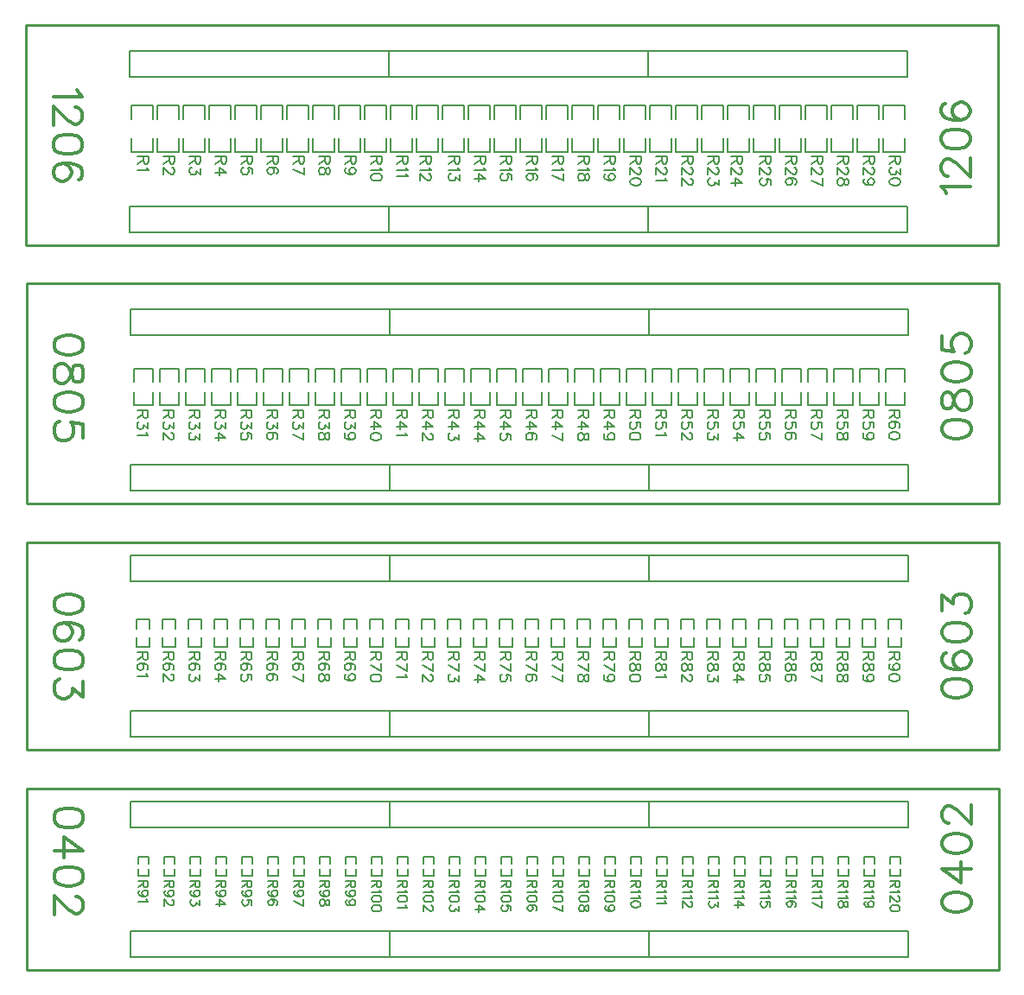
<source format=gto>
G04 Layer: TopSilkscreenLayer*
G04 EasyEDA v6.5.22, 2023-04-04 18:07:08*
G04 a67cddfb3fce44daa9051d46cbbcc19f,10*
G04 Gerber Generator version 0.2*
G04 Scale: 100 percent, Rotated: No, Reflected: No *
G04 Dimensions in inches *
G04 leading zeros omitted , absolute positions ,3 integer and 6 decimal *
%FSLAX36Y36*%
%MOIN*%

%ADD10C,0.0118*%
%ADD11C,0.0060*%
%ADD12C,0.0080*%
%ADD13C,0.0080*%
%ADD14C,0.0100*%
%ADD15C,0.0199*%

%LPD*%
D10*
X322350Y1520943D02*
G01*
X316950Y1537044D01*
X300850Y1547743D01*
X274050Y1553144D01*
X257950Y1553144D01*
X231050Y1547743D01*
X214949Y1537044D01*
X209549Y1520943D01*
X209549Y1510243D01*
X214949Y1494043D01*
X231050Y1483344D01*
X257950Y1477944D01*
X274050Y1477944D01*
X300850Y1483344D01*
X316950Y1494043D01*
X322350Y1510243D01*
X322350Y1520943D01*
X306250Y1378144D02*
G01*
X316950Y1383544D01*
X322350Y1399643D01*
X322350Y1410344D01*
X316950Y1426444D01*
X300850Y1437143D01*
X274050Y1442543D01*
X247150Y1442543D01*
X225650Y1437143D01*
X214949Y1426444D01*
X209549Y1410344D01*
X209549Y1404944D01*
X214949Y1388843D01*
X225650Y1378144D01*
X241849Y1372743D01*
X247150Y1372743D01*
X263249Y1378144D01*
X274050Y1388843D01*
X279349Y1404944D01*
X279349Y1410344D01*
X274050Y1426444D01*
X263249Y1437143D01*
X247150Y1442543D01*
X322350Y1305144D02*
G01*
X316950Y1321244D01*
X300850Y1331943D01*
X274050Y1337343D01*
X257950Y1337343D01*
X231050Y1331943D01*
X214949Y1321244D01*
X209549Y1305144D01*
X209549Y1294344D01*
X214949Y1278243D01*
X231050Y1267543D01*
X257950Y1262143D01*
X274050Y1262143D01*
X300850Y1267543D01*
X316950Y1278243D01*
X322350Y1294344D01*
X322350Y1305144D01*
X322350Y1216044D02*
G01*
X322350Y1156943D01*
X279349Y1189144D01*
X279349Y1173043D01*
X274050Y1162343D01*
X268649Y1156943D01*
X252550Y1151543D01*
X241849Y1151543D01*
X225650Y1156943D01*
X214949Y1167644D01*
X209549Y1183744D01*
X209549Y1199843D01*
X214949Y1216044D01*
X220349Y1221343D01*
X231050Y1226743D01*
X3633939Y1185347D02*
G01*
X3639339Y1169247D01*
X3655439Y1158546D01*
X3682238Y1153146D01*
X3698341Y1153146D01*
X3725239Y1158546D01*
X3741340Y1169247D01*
X3746740Y1185347D01*
X3746740Y1196046D01*
X3741340Y1212247D01*
X3725239Y1222946D01*
X3698341Y1228346D01*
X3682238Y1228346D01*
X3655439Y1222946D01*
X3639339Y1212247D01*
X3633939Y1196046D01*
X3633939Y1185347D01*
X3650039Y1328146D02*
G01*
X3639339Y1322746D01*
X3633939Y1306646D01*
X3633939Y1295947D01*
X3639339Y1279846D01*
X3655439Y1269146D01*
X3682238Y1263746D01*
X3709138Y1263746D01*
X3730639Y1269146D01*
X3741340Y1279846D01*
X3746740Y1295947D01*
X3746740Y1301347D01*
X3741340Y1317447D01*
X3730639Y1328146D01*
X3714439Y1333546D01*
X3709138Y1333546D01*
X3693038Y1328146D01*
X3682238Y1317447D01*
X3676939Y1301347D01*
X3676939Y1295947D01*
X3682238Y1279846D01*
X3693038Y1269146D01*
X3709138Y1263746D01*
X3633939Y1401147D02*
G01*
X3639339Y1385046D01*
X3655439Y1374346D01*
X3682238Y1368946D01*
X3698341Y1368946D01*
X3725239Y1374346D01*
X3741340Y1385046D01*
X3746740Y1401147D01*
X3746740Y1411947D01*
X3741340Y1428047D01*
X3725239Y1438746D01*
X3698341Y1444146D01*
X3682238Y1444146D01*
X3655439Y1438746D01*
X3639339Y1428047D01*
X3633939Y1411947D01*
X3633939Y1401147D01*
X3633939Y1490246D02*
G01*
X3633939Y1549346D01*
X3676939Y1517147D01*
X3676939Y1533247D01*
X3682238Y1543946D01*
X3687638Y1549346D01*
X3703741Y1554747D01*
X3714439Y1554747D01*
X3730639Y1549346D01*
X3741340Y1538647D01*
X3746740Y1522546D01*
X3746740Y1506446D01*
X3741340Y1490246D01*
X3735940Y1484947D01*
X3725239Y1479546D01*
X3633924Y360351D02*
G01*
X3639324Y344252D01*
X3655424Y333551D01*
X3682325Y328152D01*
X3698424Y328152D01*
X3725225Y333551D01*
X3741324Y344252D01*
X3746724Y360351D01*
X3746724Y371051D01*
X3741324Y387251D01*
X3725225Y397952D01*
X3698424Y403351D01*
X3682325Y403351D01*
X3655424Y397952D01*
X3639324Y387251D01*
X3633924Y371051D01*
X3633924Y360351D01*
X3633924Y492451D02*
G01*
X3709125Y438751D01*
X3709125Y519252D01*
X3633924Y492451D02*
G01*
X3746724Y492451D01*
X3633924Y586952D02*
G01*
X3639324Y570851D01*
X3655424Y560052D01*
X3682325Y554751D01*
X3698424Y554751D01*
X3725225Y560052D01*
X3741324Y570851D01*
X3746724Y586952D01*
X3746724Y597651D01*
X3741324Y613751D01*
X3725225Y624452D01*
X3698424Y629852D01*
X3682325Y629852D01*
X3655424Y624452D01*
X3639324Y613751D01*
X3633924Y597651D01*
X3633924Y586952D01*
X3660825Y670652D02*
G01*
X3655424Y670652D01*
X3644724Y676051D01*
X3639324Y681451D01*
X3633924Y692152D01*
X3633924Y713652D01*
X3639324Y724351D01*
X3644724Y729751D01*
X3655424Y735052D01*
X3666125Y735052D01*
X3676925Y729751D01*
X3693024Y718951D01*
X3746724Y665252D01*
X3746724Y740452D01*
X322363Y695947D02*
G01*
X316963Y712046D01*
X300864Y722746D01*
X273964Y728146D01*
X257863Y728146D01*
X231064Y722746D01*
X214963Y712046D01*
X209564Y695947D01*
X209564Y685147D01*
X214963Y669047D01*
X231064Y658346D01*
X257863Y652946D01*
X273964Y652946D01*
X300864Y658346D01*
X316963Y669047D01*
X322363Y685147D01*
X322363Y695947D01*
X322363Y563847D02*
G01*
X247163Y617546D01*
X247163Y537046D01*
X322363Y563847D02*
G01*
X209564Y563847D01*
X322363Y469346D02*
G01*
X316963Y485446D01*
X300864Y496246D01*
X273964Y501547D01*
X257863Y501547D01*
X231064Y496246D01*
X214963Y485446D01*
X209564Y469346D01*
X209564Y458647D01*
X214963Y442546D01*
X231064Y431846D01*
X257863Y426446D01*
X273964Y426446D01*
X300864Y431846D01*
X316963Y442546D01*
X322363Y458647D01*
X322363Y469346D01*
X295464Y385646D02*
G01*
X300864Y385646D01*
X311563Y380246D01*
X316963Y374846D01*
X322363Y364146D01*
X322363Y342647D01*
X316963Y331947D01*
X311563Y326547D01*
X300864Y321246D01*
X290163Y321246D01*
X279364Y326547D01*
X263263Y337346D01*
X209564Y390947D01*
X209564Y315846D01*
X3633940Y2185345D02*
G01*
X3639340Y2169245D01*
X3655439Y2158546D01*
X3682240Y2153146D01*
X3698339Y2153146D01*
X3725240Y2158546D01*
X3741340Y2169245D01*
X3746740Y2185345D01*
X3746740Y2196046D01*
X3741340Y2212246D01*
X3725240Y2222946D01*
X3698339Y2228346D01*
X3682240Y2228346D01*
X3655439Y2222946D01*
X3639340Y2212246D01*
X3633940Y2196046D01*
X3633940Y2185345D01*
X3633940Y2290545D02*
G01*
X3639340Y2274445D01*
X3650039Y2269146D01*
X3660839Y2269146D01*
X3671540Y2274445D01*
X3676940Y2285246D01*
X3682240Y2306646D01*
X3687640Y2322746D01*
X3698339Y2333546D01*
X3709139Y2338946D01*
X3725240Y2338946D01*
X3735940Y2333546D01*
X3741340Y2328146D01*
X3746740Y2312046D01*
X3746740Y2290545D01*
X3741340Y2274445D01*
X3735940Y2269146D01*
X3725240Y2263746D01*
X3709139Y2263746D01*
X3698339Y2269146D01*
X3687640Y2279845D01*
X3682240Y2295945D01*
X3676940Y2317446D01*
X3671540Y2328146D01*
X3660839Y2333546D01*
X3650039Y2333546D01*
X3639340Y2328146D01*
X3633940Y2312046D01*
X3633940Y2290545D01*
X3633940Y2406545D02*
G01*
X3639340Y2390446D01*
X3655439Y2379746D01*
X3682240Y2374346D01*
X3698339Y2374346D01*
X3725240Y2379746D01*
X3741340Y2390446D01*
X3746740Y2406545D01*
X3746740Y2417246D01*
X3741340Y2433346D01*
X3725240Y2444146D01*
X3698339Y2449445D01*
X3682240Y2449445D01*
X3655439Y2444146D01*
X3639340Y2433346D01*
X3633940Y2417246D01*
X3633940Y2406545D01*
X3633940Y2549346D02*
G01*
X3633940Y2495646D01*
X3682240Y2490246D01*
X3676940Y2495646D01*
X3671540Y2511745D01*
X3671540Y2527845D01*
X3676940Y2543946D01*
X3687640Y2554746D01*
X3703739Y2560046D01*
X3714539Y2560046D01*
X3730640Y2554746D01*
X3741340Y2543946D01*
X3746740Y2527845D01*
X3746740Y2511745D01*
X3741340Y2495646D01*
X3735940Y2490246D01*
X3725240Y2484946D01*
X322359Y2520947D02*
G01*
X316959Y2537048D01*
X300859Y2547748D01*
X274059Y2553148D01*
X257959Y2553148D01*
X231060Y2547748D01*
X214960Y2537048D01*
X209560Y2520947D01*
X209560Y2510147D01*
X214960Y2494047D01*
X231060Y2483348D01*
X257959Y2477948D01*
X274059Y2477948D01*
X300859Y2483348D01*
X316959Y2494047D01*
X322359Y2510147D01*
X322359Y2520947D01*
X322359Y2415747D02*
G01*
X316959Y2431848D01*
X306260Y2437148D01*
X295459Y2437148D01*
X284760Y2431848D01*
X279360Y2421048D01*
X274059Y2399648D01*
X268659Y2383447D01*
X257959Y2372748D01*
X247159Y2367348D01*
X231060Y2367348D01*
X220360Y2372748D01*
X214960Y2378148D01*
X209560Y2394247D01*
X209560Y2415747D01*
X214960Y2431848D01*
X220360Y2437148D01*
X231060Y2442548D01*
X247159Y2442548D01*
X257959Y2437148D01*
X268659Y2426448D01*
X274059Y2410347D01*
X279360Y2388847D01*
X284760Y2378148D01*
X295459Y2372748D01*
X306260Y2372748D01*
X316959Y2378148D01*
X322359Y2394247D01*
X322359Y2415747D01*
X322359Y2299747D02*
G01*
X316959Y2315848D01*
X300859Y2326547D01*
X274059Y2331948D01*
X257959Y2331948D01*
X231060Y2326547D01*
X214960Y2315848D01*
X209560Y2299747D01*
X209560Y2289047D01*
X214960Y2272948D01*
X231060Y2262148D01*
X257959Y2256747D01*
X274059Y2256747D01*
X300859Y2262148D01*
X316959Y2272948D01*
X322359Y2289047D01*
X322359Y2299747D01*
X322359Y2156948D02*
G01*
X322359Y2210648D01*
X274059Y2215947D01*
X279360Y2210648D01*
X284760Y2194548D01*
X284760Y2178447D01*
X279360Y2162348D01*
X268659Y2151547D01*
X252559Y2146248D01*
X241759Y2146248D01*
X225659Y2151547D01*
X214960Y2162348D01*
X209560Y2178447D01*
X209560Y2194548D01*
X214960Y2210648D01*
X220360Y2215947D01*
X231060Y2221347D01*
X3652289Y3099998D02*
G01*
X3646889Y3110698D01*
X3630789Y3126799D01*
X3743589Y3126799D01*
X3657689Y3167599D02*
G01*
X3652289Y3167599D01*
X3641589Y3172999D01*
X3636189Y3178398D01*
X3630789Y3189099D01*
X3630789Y3210599D01*
X3636189Y3221298D01*
X3641589Y3226698D01*
X3652289Y3232098D01*
X3662988Y3232098D01*
X3673788Y3226698D01*
X3689889Y3215999D01*
X3743589Y3162298D01*
X3743589Y3237399D01*
X3630789Y3305099D02*
G01*
X3636189Y3288998D01*
X3652289Y3278198D01*
X3679089Y3272899D01*
X3695189Y3272899D01*
X3722088Y3278198D01*
X3738189Y3288998D01*
X3743589Y3305099D01*
X3743589Y3315799D01*
X3738189Y3331898D01*
X3722088Y3342698D01*
X3695189Y3347999D01*
X3679089Y3347999D01*
X3652289Y3342698D01*
X3636189Y3331898D01*
X3630789Y3315799D01*
X3630789Y3305099D01*
X3646889Y3447899D02*
G01*
X3636189Y3442498D01*
X3630789Y3426399D01*
X3630789Y3415698D01*
X3636189Y3399598D01*
X3652289Y3388798D01*
X3679089Y3383499D01*
X3705988Y3383499D01*
X3727488Y3388798D01*
X3738189Y3399598D01*
X3743589Y3415698D01*
X3743589Y3420999D01*
X3738189Y3437098D01*
X3727488Y3447899D01*
X3711388Y3453299D01*
X3705988Y3453299D01*
X3689889Y3447899D01*
X3679089Y3437098D01*
X3673788Y3420999D01*
X3673788Y3415698D01*
X3679089Y3399598D01*
X3689889Y3388798D01*
X3705988Y3383499D01*
X297705Y3499992D02*
G01*
X303105Y3489292D01*
X319205Y3473191D01*
X206406Y3473191D01*
X292305Y3432392D02*
G01*
X297705Y3432392D01*
X308405Y3426992D01*
X313805Y3421592D01*
X319205Y3410891D01*
X319205Y3389391D01*
X313805Y3378692D01*
X308405Y3373292D01*
X297705Y3367892D01*
X287006Y3367892D01*
X276206Y3373292D01*
X260106Y3383991D01*
X206406Y3437692D01*
X206406Y3362591D01*
X319205Y3294892D02*
G01*
X313805Y3310992D01*
X297705Y3321792D01*
X270905Y3327091D01*
X254805Y3327091D01*
X227905Y3321792D01*
X211806Y3310992D01*
X206406Y3294892D01*
X206406Y3284191D01*
X211806Y3268092D01*
X227905Y3257292D01*
X254805Y3251992D01*
X270905Y3251992D01*
X297705Y3257292D01*
X313805Y3268092D01*
X319205Y3284191D01*
X319205Y3294892D01*
X303105Y3152091D02*
G01*
X313805Y3157492D01*
X319205Y3173591D01*
X319205Y3184292D01*
X313805Y3200392D01*
X297705Y3211192D01*
X270905Y3216491D01*
X244005Y3216491D01*
X222505Y3211192D01*
X211806Y3200392D01*
X206406Y3184292D01*
X206406Y3178991D01*
X211806Y3162892D01*
X222505Y3152091D01*
X238605Y3146691D01*
X244005Y3146691D01*
X260106Y3152091D01*
X270905Y3162892D01*
X276206Y3178991D01*
X276206Y3184292D01*
X270905Y3200392D01*
X260106Y3211192D01*
X244005Y3216491D01*
D11*
X572168Y2261804D02*
G01*
X529268Y2261804D01*
X572168Y2261804D02*
G01*
X572168Y2243404D01*
X570169Y2237305D01*
X568069Y2235205D01*
X563969Y2233204D01*
X559868Y2233204D01*
X555769Y2235205D01*
X553769Y2237305D01*
X551768Y2243404D01*
X551768Y2261804D01*
X551768Y2247505D02*
G01*
X529268Y2233204D01*
X572168Y2215605D02*
G01*
X572168Y2193105D01*
X555769Y2205304D01*
X555769Y2199205D01*
X553769Y2195104D01*
X551768Y2193105D01*
X545569Y2191005D01*
X541469Y2191005D01*
X535369Y2193105D01*
X531269Y2197204D01*
X529268Y2203305D01*
X529268Y2209405D01*
X531269Y2215605D01*
X533269Y2217604D01*
X537368Y2219704D01*
X563969Y2177505D02*
G01*
X566069Y2173404D01*
X572168Y2167305D01*
X529268Y2167305D01*
X672168Y2261804D02*
G01*
X629268Y2261804D01*
X672168Y2261804D02*
G01*
X672168Y2243404D01*
X670169Y2237305D01*
X668069Y2235205D01*
X663969Y2233204D01*
X659868Y2233204D01*
X655769Y2235205D01*
X653769Y2237305D01*
X651768Y2243404D01*
X651768Y2261804D01*
X651768Y2247505D02*
G01*
X629268Y2233204D01*
X672168Y2215605D02*
G01*
X672168Y2193105D01*
X655769Y2205304D01*
X655769Y2199205D01*
X653769Y2195104D01*
X651768Y2193105D01*
X645569Y2191005D01*
X641469Y2191005D01*
X635369Y2193105D01*
X631269Y2197204D01*
X629268Y2203305D01*
X629268Y2209405D01*
X631269Y2215605D01*
X633269Y2217604D01*
X637368Y2219704D01*
X661968Y2175504D02*
G01*
X663969Y2175504D01*
X668069Y2173404D01*
X670169Y2171404D01*
X672168Y2167305D01*
X672168Y2159104D01*
X670169Y2155005D01*
X668069Y2153004D01*
X663969Y2150904D01*
X659868Y2150904D01*
X655769Y2153004D01*
X649668Y2157105D01*
X629268Y2177505D01*
X629268Y2148904D01*
X772169Y2261804D02*
G01*
X729268Y2261804D01*
X772169Y2261804D02*
G01*
X772169Y2243404D01*
X770168Y2237305D01*
X768068Y2235205D01*
X763968Y2233204D01*
X759868Y2233204D01*
X755769Y2235205D01*
X753769Y2237305D01*
X751768Y2243404D01*
X751768Y2261804D01*
X751768Y2247505D02*
G01*
X729268Y2233204D01*
X772169Y2215605D02*
G01*
X772169Y2193105D01*
X755769Y2205304D01*
X755769Y2199205D01*
X753769Y2195104D01*
X751768Y2193105D01*
X745569Y2191005D01*
X741469Y2191005D01*
X735369Y2193105D01*
X731269Y2197204D01*
X729268Y2203305D01*
X729268Y2209405D01*
X731269Y2215605D01*
X733269Y2217604D01*
X737368Y2219704D01*
X772169Y2173404D02*
G01*
X772169Y2150904D01*
X755769Y2163204D01*
X755769Y2157105D01*
X753769Y2153004D01*
X751768Y2150904D01*
X745569Y2148904D01*
X741469Y2148904D01*
X735369Y2150904D01*
X731269Y2155005D01*
X729268Y2161205D01*
X729268Y2167305D01*
X731269Y2173404D01*
X733269Y2175504D01*
X737368Y2177505D01*
X872168Y2261804D02*
G01*
X829268Y2261804D01*
X872168Y2261804D02*
G01*
X872168Y2243404D01*
X870168Y2237305D01*
X868068Y2235205D01*
X863968Y2233204D01*
X859867Y2233204D01*
X855767Y2235205D01*
X853768Y2237305D01*
X851768Y2243404D01*
X851768Y2261804D01*
X851768Y2247505D02*
G01*
X829268Y2233204D01*
X872168Y2215605D02*
G01*
X872168Y2193105D01*
X855767Y2205304D01*
X855767Y2199205D01*
X853768Y2195104D01*
X851768Y2193105D01*
X845568Y2191005D01*
X841468Y2191005D01*
X835367Y2193105D01*
X831268Y2197204D01*
X829268Y2203305D01*
X829268Y2209405D01*
X831268Y2215605D01*
X833267Y2217604D01*
X837367Y2219704D01*
X872168Y2157105D02*
G01*
X843567Y2177505D01*
X843567Y2146804D01*
X872168Y2157105D02*
G01*
X829268Y2157105D01*
X972168Y2261804D02*
G01*
X929268Y2261804D01*
X972168Y2261804D02*
G01*
X972168Y2243404D01*
X970168Y2237305D01*
X968068Y2235205D01*
X963968Y2233204D01*
X959867Y2233204D01*
X955767Y2235205D01*
X953768Y2237305D01*
X951768Y2243404D01*
X951768Y2261804D01*
X951768Y2247505D02*
G01*
X929268Y2233204D01*
X972168Y2215605D02*
G01*
X972168Y2193105D01*
X955767Y2205304D01*
X955767Y2199205D01*
X953768Y2195104D01*
X951768Y2193105D01*
X945568Y2191005D01*
X941468Y2191005D01*
X935367Y2193105D01*
X931268Y2197204D01*
X929268Y2203305D01*
X929268Y2209405D01*
X931268Y2215605D01*
X933267Y2217604D01*
X937367Y2219704D01*
X972168Y2153004D02*
G01*
X972168Y2173404D01*
X953768Y2175504D01*
X955767Y2173404D01*
X957867Y2167305D01*
X957867Y2161205D01*
X955767Y2155005D01*
X951768Y2150904D01*
X945568Y2148904D01*
X941468Y2148904D01*
X935367Y2150904D01*
X931268Y2155005D01*
X929268Y2161205D01*
X929268Y2167305D01*
X931268Y2173404D01*
X933267Y2175504D01*
X937367Y2177505D01*
X1072168Y2261804D02*
G01*
X1029268Y2261804D01*
X1072168Y2261804D02*
G01*
X1072168Y2243404D01*
X1070168Y2237305D01*
X1068068Y2235205D01*
X1063968Y2233204D01*
X1059867Y2233204D01*
X1055767Y2235205D01*
X1053768Y2237305D01*
X1051768Y2243404D01*
X1051768Y2261804D01*
X1051768Y2247505D02*
G01*
X1029268Y2233204D01*
X1072168Y2215605D02*
G01*
X1072168Y2193105D01*
X1055767Y2205304D01*
X1055767Y2199205D01*
X1053768Y2195104D01*
X1051768Y2193105D01*
X1045568Y2191005D01*
X1041468Y2191005D01*
X1035367Y2193105D01*
X1031268Y2197204D01*
X1029268Y2203305D01*
X1029268Y2209405D01*
X1031268Y2215605D01*
X1033267Y2217604D01*
X1037367Y2219704D01*
X1066067Y2153004D02*
G01*
X1070168Y2155005D01*
X1072168Y2161205D01*
X1072168Y2165304D01*
X1070168Y2171404D01*
X1063968Y2175504D01*
X1053768Y2177505D01*
X1043567Y2177505D01*
X1035367Y2175504D01*
X1031268Y2171404D01*
X1029268Y2165304D01*
X1029268Y2163204D01*
X1031268Y2157105D01*
X1035367Y2153004D01*
X1041468Y2150904D01*
X1043567Y2150904D01*
X1049668Y2153004D01*
X1053768Y2157105D01*
X1055767Y2163204D01*
X1055767Y2165304D01*
X1053768Y2171404D01*
X1049668Y2175504D01*
X1043567Y2177505D01*
X1172168Y2261804D02*
G01*
X1129268Y2261804D01*
X1172168Y2261804D02*
G01*
X1172168Y2243404D01*
X1170168Y2237305D01*
X1168068Y2235205D01*
X1163968Y2233204D01*
X1159867Y2233204D01*
X1155767Y2235205D01*
X1153768Y2237305D01*
X1151768Y2243404D01*
X1151768Y2261804D01*
X1151768Y2247505D02*
G01*
X1129268Y2233204D01*
X1172168Y2215605D02*
G01*
X1172168Y2193105D01*
X1155767Y2205304D01*
X1155767Y2199205D01*
X1153768Y2195104D01*
X1151768Y2193105D01*
X1145568Y2191005D01*
X1141468Y2191005D01*
X1135367Y2193105D01*
X1131268Y2197204D01*
X1129268Y2203305D01*
X1129268Y2209405D01*
X1131268Y2215605D01*
X1133267Y2217604D01*
X1137367Y2219704D01*
X1172168Y2148904D02*
G01*
X1129268Y2169304D01*
X1172168Y2177505D02*
G01*
X1172168Y2148904D01*
X1272168Y2261804D02*
G01*
X1229268Y2261804D01*
X1272168Y2261804D02*
G01*
X1272168Y2243404D01*
X1270168Y2237305D01*
X1268068Y2235205D01*
X1263968Y2233204D01*
X1259867Y2233204D01*
X1255767Y2235205D01*
X1253768Y2237305D01*
X1251768Y2243404D01*
X1251768Y2261804D01*
X1251768Y2247505D02*
G01*
X1229268Y2233204D01*
X1272168Y2215605D02*
G01*
X1272168Y2193105D01*
X1255767Y2205304D01*
X1255767Y2199205D01*
X1253768Y2195104D01*
X1251768Y2193105D01*
X1245568Y2191005D01*
X1241468Y2191005D01*
X1235367Y2193105D01*
X1231268Y2197204D01*
X1229268Y2203305D01*
X1229268Y2209405D01*
X1231268Y2215605D01*
X1233267Y2217604D01*
X1237367Y2219704D01*
X1272168Y2167305D02*
G01*
X1270168Y2173404D01*
X1266067Y2175504D01*
X1261967Y2175504D01*
X1257867Y2173404D01*
X1255767Y2169304D01*
X1253768Y2161205D01*
X1251768Y2155005D01*
X1247668Y2150904D01*
X1243567Y2148904D01*
X1237367Y2148904D01*
X1233267Y2150904D01*
X1231268Y2153004D01*
X1229268Y2159104D01*
X1229268Y2167305D01*
X1231268Y2173404D01*
X1233267Y2175504D01*
X1237367Y2177505D01*
X1243567Y2177505D01*
X1247668Y2175504D01*
X1251768Y2171404D01*
X1253768Y2165304D01*
X1255767Y2157105D01*
X1257867Y2153004D01*
X1261967Y2150904D01*
X1266067Y2150904D01*
X1270168Y2153004D01*
X1272168Y2159104D01*
X1272168Y2167305D01*
X1372166Y2261804D02*
G01*
X1329266Y2261804D01*
X1372166Y2261804D02*
G01*
X1372166Y2243404D01*
X1370167Y2237305D01*
X1368067Y2235205D01*
X1363967Y2233204D01*
X1359867Y2233204D01*
X1355766Y2235205D01*
X1353766Y2237305D01*
X1351766Y2243404D01*
X1351766Y2261804D01*
X1351766Y2247505D02*
G01*
X1329266Y2233204D01*
X1372166Y2215605D02*
G01*
X1372166Y2193105D01*
X1355766Y2205304D01*
X1355766Y2199205D01*
X1353766Y2195104D01*
X1351766Y2193105D01*
X1345567Y2191005D01*
X1341467Y2191005D01*
X1335366Y2193105D01*
X1331266Y2197204D01*
X1329266Y2203305D01*
X1329266Y2209405D01*
X1331266Y2215605D01*
X1333266Y2217604D01*
X1337367Y2219704D01*
X1357866Y2150904D02*
G01*
X1351766Y2153004D01*
X1347667Y2157105D01*
X1345567Y2163204D01*
X1345567Y2165304D01*
X1347667Y2171404D01*
X1351766Y2175504D01*
X1357866Y2177505D01*
X1359867Y2177505D01*
X1366067Y2175504D01*
X1370167Y2171404D01*
X1372166Y2165304D01*
X1372166Y2163204D01*
X1370167Y2157105D01*
X1366067Y2153004D01*
X1357866Y2150904D01*
X1347667Y2150904D01*
X1337367Y2153004D01*
X1331266Y2157105D01*
X1329266Y2163204D01*
X1329266Y2167305D01*
X1331266Y2173404D01*
X1335366Y2175504D01*
X1472166Y2261804D02*
G01*
X1429266Y2261804D01*
X1472166Y2261804D02*
G01*
X1472166Y2243404D01*
X1470167Y2237305D01*
X1468067Y2235205D01*
X1463967Y2233204D01*
X1459867Y2233204D01*
X1455766Y2235205D01*
X1453766Y2237305D01*
X1451766Y2243404D01*
X1451766Y2261804D01*
X1451766Y2247505D02*
G01*
X1429266Y2233204D01*
X1472166Y2199205D02*
G01*
X1443567Y2219704D01*
X1443567Y2189005D01*
X1472166Y2199205D02*
G01*
X1429266Y2199205D01*
X1472166Y2163204D02*
G01*
X1470167Y2169304D01*
X1463967Y2173404D01*
X1453766Y2175504D01*
X1447667Y2175504D01*
X1437367Y2173404D01*
X1431266Y2169304D01*
X1429266Y2163204D01*
X1429266Y2159104D01*
X1431266Y2153004D01*
X1437367Y2148904D01*
X1447667Y2146804D01*
X1453766Y2146804D01*
X1463967Y2148904D01*
X1470167Y2153004D01*
X1472166Y2159104D01*
X1472166Y2163204D01*
X1572166Y2261804D02*
G01*
X1529266Y2261804D01*
X1572166Y2261804D02*
G01*
X1572166Y2243404D01*
X1570167Y2237305D01*
X1568067Y2235205D01*
X1563967Y2233204D01*
X1559867Y2233204D01*
X1555766Y2235205D01*
X1553766Y2237305D01*
X1551766Y2243404D01*
X1551766Y2261804D01*
X1551766Y2247505D02*
G01*
X1529266Y2233204D01*
X1572166Y2199205D02*
G01*
X1543567Y2219704D01*
X1543567Y2189005D01*
X1572166Y2199205D02*
G01*
X1529266Y2199205D01*
X1563967Y2175504D02*
G01*
X1566067Y2171404D01*
X1572166Y2165304D01*
X1529266Y2165304D01*
X1672166Y2261804D02*
G01*
X1629266Y2261804D01*
X1672166Y2261804D02*
G01*
X1672166Y2243404D01*
X1670167Y2237305D01*
X1668067Y2235205D01*
X1663967Y2233204D01*
X1659867Y2233204D01*
X1655766Y2235205D01*
X1653766Y2237305D01*
X1651766Y2243404D01*
X1651766Y2261804D01*
X1651766Y2247505D02*
G01*
X1629266Y2233204D01*
X1672166Y2199205D02*
G01*
X1643567Y2219704D01*
X1643567Y2189005D01*
X1672166Y2199205D02*
G01*
X1629266Y2199205D01*
X1661967Y2173404D02*
G01*
X1663967Y2173404D01*
X1668067Y2171404D01*
X1670167Y2169304D01*
X1672166Y2165304D01*
X1672166Y2157105D01*
X1670167Y2153004D01*
X1668067Y2150904D01*
X1663967Y2148904D01*
X1659867Y2148904D01*
X1655766Y2150904D01*
X1649666Y2155005D01*
X1629266Y2175504D01*
X1629266Y2146804D01*
X1772165Y2261804D02*
G01*
X1729265Y2261804D01*
X1772165Y2261804D02*
G01*
X1772165Y2243404D01*
X1770165Y2237305D01*
X1768065Y2235205D01*
X1763966Y2233204D01*
X1759866Y2233204D01*
X1755766Y2235205D01*
X1753765Y2237305D01*
X1751765Y2243404D01*
X1751765Y2261804D01*
X1751765Y2247505D02*
G01*
X1729265Y2233204D01*
X1772165Y2199205D02*
G01*
X1743566Y2219704D01*
X1743566Y2189005D01*
X1772165Y2199205D02*
G01*
X1729265Y2199205D01*
X1772165Y2171404D02*
G01*
X1772165Y2148904D01*
X1755766Y2161205D01*
X1755766Y2155005D01*
X1753765Y2150904D01*
X1751765Y2148904D01*
X1745565Y2146804D01*
X1741466Y2146804D01*
X1735366Y2148904D01*
X1731265Y2153004D01*
X1729265Y2159104D01*
X1729265Y2165304D01*
X1731265Y2171404D01*
X1733266Y2173404D01*
X1737366Y2175504D01*
X1872165Y2261804D02*
G01*
X1829265Y2261804D01*
X1872165Y2261804D02*
G01*
X1872165Y2243404D01*
X1870165Y2237305D01*
X1868065Y2235205D01*
X1863966Y2233204D01*
X1859866Y2233204D01*
X1855766Y2235205D01*
X1853765Y2237305D01*
X1851765Y2243404D01*
X1851765Y2261804D01*
X1851765Y2247505D02*
G01*
X1829265Y2233204D01*
X1872165Y2199205D02*
G01*
X1843566Y2219704D01*
X1843566Y2189005D01*
X1872165Y2199205D02*
G01*
X1829265Y2199205D01*
X1872165Y2155005D02*
G01*
X1843566Y2175504D01*
X1843566Y2144805D01*
X1872165Y2155005D02*
G01*
X1829265Y2155005D01*
X1972165Y2261804D02*
G01*
X1929265Y2261804D01*
X1972165Y2261804D02*
G01*
X1972165Y2243404D01*
X1970165Y2237305D01*
X1968065Y2235205D01*
X1963966Y2233204D01*
X1959866Y2233204D01*
X1955766Y2235205D01*
X1953765Y2237305D01*
X1951765Y2243404D01*
X1951765Y2261804D01*
X1951765Y2247505D02*
G01*
X1929265Y2233204D01*
X1972165Y2199205D02*
G01*
X1943566Y2219704D01*
X1943566Y2189005D01*
X1972165Y2199205D02*
G01*
X1929265Y2199205D01*
X1972165Y2150904D02*
G01*
X1972165Y2171404D01*
X1953765Y2173404D01*
X1955766Y2171404D01*
X1957866Y2165304D01*
X1957866Y2159104D01*
X1955766Y2153004D01*
X1951765Y2148904D01*
X1945565Y2146804D01*
X1941466Y2146804D01*
X1935366Y2148904D01*
X1931265Y2153004D01*
X1929265Y2159104D01*
X1929265Y2165304D01*
X1931265Y2171404D01*
X1933266Y2173404D01*
X1937366Y2175504D01*
X2072165Y2261804D02*
G01*
X2029265Y2261804D01*
X2072165Y2261804D02*
G01*
X2072165Y2243404D01*
X2070165Y2237305D01*
X2068065Y2235205D01*
X2063966Y2233204D01*
X2059866Y2233204D01*
X2055766Y2235205D01*
X2053765Y2237305D01*
X2051765Y2243404D01*
X2051765Y2261804D01*
X2051765Y2247505D02*
G01*
X2029265Y2233204D01*
X2072165Y2199205D02*
G01*
X2043566Y2219704D01*
X2043566Y2189005D01*
X2072165Y2199205D02*
G01*
X2029265Y2199205D01*
X2066066Y2150904D02*
G01*
X2070165Y2153004D01*
X2072165Y2159104D01*
X2072165Y2163204D01*
X2070165Y2169304D01*
X2063966Y2173404D01*
X2053765Y2175504D01*
X2043566Y2175504D01*
X2035366Y2173404D01*
X2031265Y2169304D01*
X2029265Y2163204D01*
X2029265Y2161205D01*
X2031265Y2155005D01*
X2035366Y2150904D01*
X2041466Y2148904D01*
X2043566Y2148904D01*
X2049665Y2150904D01*
X2053765Y2155005D01*
X2055766Y2161205D01*
X2055766Y2163204D01*
X2053765Y2169304D01*
X2049665Y2173404D01*
X2043566Y2175504D01*
X2172165Y2261804D02*
G01*
X2129265Y2261804D01*
X2172165Y2261804D02*
G01*
X2172165Y2243404D01*
X2170165Y2237305D01*
X2168065Y2235205D01*
X2163966Y2233204D01*
X2159866Y2233204D01*
X2155766Y2235205D01*
X2153765Y2237305D01*
X2151765Y2243404D01*
X2151765Y2261804D01*
X2151765Y2247505D02*
G01*
X2129265Y2233204D01*
X2172165Y2199205D02*
G01*
X2143566Y2219704D01*
X2143566Y2189005D01*
X2172165Y2199205D02*
G01*
X2129265Y2199205D01*
X2172165Y2146804D02*
G01*
X2129265Y2167305D01*
X2172165Y2175504D02*
G01*
X2172165Y2146804D01*
X2272165Y2261804D02*
G01*
X2229265Y2261804D01*
X2272165Y2261804D02*
G01*
X2272165Y2243404D01*
X2270165Y2237305D01*
X2268065Y2235205D01*
X2263966Y2233204D01*
X2259866Y2233204D01*
X2255766Y2235205D01*
X2253765Y2237305D01*
X2251765Y2243404D01*
X2251765Y2261804D01*
X2251765Y2247505D02*
G01*
X2229265Y2233204D01*
X2272165Y2199205D02*
G01*
X2243566Y2219704D01*
X2243566Y2189005D01*
X2272165Y2199205D02*
G01*
X2229265Y2199205D01*
X2272165Y2165304D02*
G01*
X2270165Y2171404D01*
X2266066Y2173404D01*
X2261966Y2173404D01*
X2257866Y2171404D01*
X2255766Y2167305D01*
X2253765Y2159104D01*
X2251765Y2153004D01*
X2247665Y2148904D01*
X2243566Y2146804D01*
X2237366Y2146804D01*
X2233266Y2148904D01*
X2231265Y2150904D01*
X2229265Y2157105D01*
X2229265Y2165304D01*
X2231265Y2171404D01*
X2233266Y2173404D01*
X2237366Y2175504D01*
X2243566Y2175504D01*
X2247665Y2173404D01*
X2251765Y2169304D01*
X2253765Y2163204D01*
X2255766Y2155005D01*
X2257866Y2150904D01*
X2261966Y2148904D01*
X2266066Y2148904D01*
X2270165Y2150904D01*
X2272165Y2157105D01*
X2272165Y2165304D01*
X2372165Y2261804D02*
G01*
X2329264Y2261804D01*
X2372165Y2261804D02*
G01*
X2372165Y2243404D01*
X2370164Y2237305D01*
X2368064Y2235205D01*
X2363964Y2233204D01*
X2359865Y2233204D01*
X2355765Y2235205D01*
X2353765Y2237305D01*
X2351764Y2243404D01*
X2351764Y2261804D01*
X2351764Y2247505D02*
G01*
X2329264Y2233204D01*
X2372165Y2199205D02*
G01*
X2343564Y2219704D01*
X2343564Y2189005D01*
X2372165Y2199205D02*
G01*
X2329264Y2199205D01*
X2357865Y2148904D02*
G01*
X2351764Y2150904D01*
X2347664Y2155005D01*
X2345564Y2161205D01*
X2345564Y2163204D01*
X2347664Y2169304D01*
X2351764Y2173404D01*
X2357865Y2175504D01*
X2359865Y2175504D01*
X2366064Y2173404D01*
X2370164Y2169304D01*
X2372165Y2163204D01*
X2372165Y2161205D01*
X2370164Y2155005D01*
X2366064Y2150904D01*
X2357865Y2148904D01*
X2347664Y2148904D01*
X2337365Y2150904D01*
X2331265Y2155005D01*
X2329264Y2161205D01*
X2329264Y2165304D01*
X2331265Y2171404D01*
X2335365Y2173404D01*
X2472165Y2261804D02*
G01*
X2429264Y2261804D01*
X2472165Y2261804D02*
G01*
X2472165Y2243404D01*
X2470164Y2237305D01*
X2468064Y2235205D01*
X2463964Y2233204D01*
X2459865Y2233204D01*
X2455765Y2235205D01*
X2453765Y2237305D01*
X2451764Y2243404D01*
X2451764Y2261804D01*
X2451764Y2247505D02*
G01*
X2429264Y2233204D01*
X2472165Y2195104D02*
G01*
X2472165Y2215605D01*
X2453765Y2217604D01*
X2455765Y2215605D01*
X2457865Y2209405D01*
X2457865Y2203305D01*
X2455765Y2197204D01*
X2451764Y2193105D01*
X2445564Y2191005D01*
X2441464Y2191005D01*
X2435365Y2193105D01*
X2431265Y2197204D01*
X2429264Y2203305D01*
X2429264Y2209405D01*
X2431265Y2215605D01*
X2433265Y2217604D01*
X2437365Y2219704D01*
X2472165Y2165304D02*
G01*
X2470164Y2171404D01*
X2463964Y2175504D01*
X2453765Y2177505D01*
X2447664Y2177505D01*
X2437365Y2175504D01*
X2431265Y2171404D01*
X2429264Y2165304D01*
X2429264Y2161205D01*
X2431265Y2155005D01*
X2437365Y2150904D01*
X2447664Y2148904D01*
X2453765Y2148904D01*
X2463964Y2150904D01*
X2470164Y2155005D01*
X2472165Y2161205D01*
X2472165Y2165304D01*
X2572165Y2261804D02*
G01*
X2529264Y2261804D01*
X2572165Y2261804D02*
G01*
X2572165Y2243404D01*
X2570164Y2237305D01*
X2568064Y2235205D01*
X2563964Y2233204D01*
X2559865Y2233204D01*
X2555765Y2235205D01*
X2553765Y2237305D01*
X2551764Y2243404D01*
X2551764Y2261804D01*
X2551764Y2247505D02*
G01*
X2529264Y2233204D01*
X2572165Y2195104D02*
G01*
X2572165Y2215605D01*
X2553765Y2217604D01*
X2555765Y2215605D01*
X2557865Y2209405D01*
X2557865Y2203305D01*
X2555765Y2197204D01*
X2551764Y2193105D01*
X2545564Y2191005D01*
X2541464Y2191005D01*
X2535365Y2193105D01*
X2531265Y2197204D01*
X2529264Y2203305D01*
X2529264Y2209405D01*
X2531265Y2215605D01*
X2533265Y2217604D01*
X2537365Y2219704D01*
X2563964Y2177505D02*
G01*
X2566064Y2173404D01*
X2572165Y2167305D01*
X2529264Y2167305D01*
X2672165Y2261804D02*
G01*
X2629264Y2261804D01*
X2672165Y2261804D02*
G01*
X2672165Y2243404D01*
X2670164Y2237305D01*
X2668064Y2235205D01*
X2663964Y2233204D01*
X2659865Y2233204D01*
X2655765Y2235205D01*
X2653765Y2237305D01*
X2651764Y2243404D01*
X2651764Y2261804D01*
X2651764Y2247505D02*
G01*
X2629264Y2233204D01*
X2672165Y2195104D02*
G01*
X2672165Y2215605D01*
X2653765Y2217604D01*
X2655765Y2215605D01*
X2657865Y2209405D01*
X2657865Y2203305D01*
X2655765Y2197204D01*
X2651764Y2193105D01*
X2645564Y2191005D01*
X2641464Y2191005D01*
X2635365Y2193105D01*
X2631265Y2197204D01*
X2629264Y2203305D01*
X2629264Y2209405D01*
X2631265Y2215605D01*
X2633265Y2217604D01*
X2637365Y2219704D01*
X2661965Y2175504D02*
G01*
X2663964Y2175504D01*
X2668064Y2173404D01*
X2670164Y2171404D01*
X2672165Y2167305D01*
X2672165Y2159104D01*
X2670164Y2155005D01*
X2668064Y2153004D01*
X2663964Y2150904D01*
X2659865Y2150904D01*
X2655765Y2153004D01*
X2649665Y2157105D01*
X2629264Y2177505D01*
X2629264Y2148904D01*
X2772165Y2261804D02*
G01*
X2729264Y2261804D01*
X2772165Y2261804D02*
G01*
X2772165Y2243404D01*
X2770164Y2237305D01*
X2768064Y2235205D01*
X2763964Y2233204D01*
X2759865Y2233204D01*
X2755765Y2235205D01*
X2753765Y2237305D01*
X2751764Y2243404D01*
X2751764Y2261804D01*
X2751764Y2247505D02*
G01*
X2729264Y2233204D01*
X2772165Y2195104D02*
G01*
X2772165Y2215605D01*
X2753765Y2217604D01*
X2755765Y2215605D01*
X2757865Y2209405D01*
X2757865Y2203305D01*
X2755765Y2197204D01*
X2751764Y2193105D01*
X2745564Y2191005D01*
X2741464Y2191005D01*
X2735365Y2193105D01*
X2731265Y2197204D01*
X2729264Y2203305D01*
X2729264Y2209405D01*
X2731265Y2215605D01*
X2733265Y2217604D01*
X2737365Y2219704D01*
X2772165Y2173404D02*
G01*
X2772165Y2150904D01*
X2755765Y2163204D01*
X2755765Y2157105D01*
X2753765Y2153004D01*
X2751764Y2150904D01*
X2745564Y2148904D01*
X2741464Y2148904D01*
X2735365Y2150904D01*
X2731265Y2155005D01*
X2729264Y2161205D01*
X2729264Y2167305D01*
X2731265Y2173404D01*
X2733265Y2175504D01*
X2737365Y2177505D01*
X2872164Y2261804D02*
G01*
X2829264Y2261804D01*
X2872164Y2261804D02*
G01*
X2872164Y2243404D01*
X2870164Y2237305D01*
X2868064Y2235205D01*
X2863963Y2233204D01*
X2859863Y2233204D01*
X2855763Y2235205D01*
X2853764Y2237305D01*
X2851764Y2243404D01*
X2851764Y2261804D01*
X2851764Y2247505D02*
G01*
X2829264Y2233204D01*
X2872164Y2195104D02*
G01*
X2872164Y2215605D01*
X2853764Y2217604D01*
X2855763Y2215605D01*
X2857863Y2209405D01*
X2857863Y2203305D01*
X2855763Y2197204D01*
X2851764Y2193105D01*
X2845564Y2191005D01*
X2841463Y2191005D01*
X2835363Y2193105D01*
X2831264Y2197204D01*
X2829264Y2203305D01*
X2829264Y2209405D01*
X2831264Y2215605D01*
X2833263Y2217604D01*
X2837363Y2219704D01*
X2872164Y2157105D02*
G01*
X2843563Y2177505D01*
X2843563Y2146804D01*
X2872164Y2157105D02*
G01*
X2829264Y2157105D01*
X2972164Y2261804D02*
G01*
X2929264Y2261804D01*
X2972164Y2261804D02*
G01*
X2972164Y2243404D01*
X2970164Y2237305D01*
X2968064Y2235205D01*
X2963963Y2233204D01*
X2959863Y2233204D01*
X2955763Y2235205D01*
X2953764Y2237305D01*
X2951764Y2243404D01*
X2951764Y2261804D01*
X2951764Y2247505D02*
G01*
X2929264Y2233204D01*
X2972164Y2195104D02*
G01*
X2972164Y2215605D01*
X2953764Y2217604D01*
X2955763Y2215605D01*
X2957863Y2209405D01*
X2957863Y2203305D01*
X2955763Y2197204D01*
X2951764Y2193105D01*
X2945564Y2191005D01*
X2941463Y2191005D01*
X2935363Y2193105D01*
X2931264Y2197204D01*
X2929264Y2203305D01*
X2929264Y2209405D01*
X2931264Y2215605D01*
X2933263Y2217604D01*
X2937363Y2219704D01*
X2972164Y2153004D02*
G01*
X2972164Y2173404D01*
X2953764Y2175504D01*
X2955763Y2173404D01*
X2957863Y2167305D01*
X2957863Y2161205D01*
X2955763Y2155005D01*
X2951764Y2150904D01*
X2945564Y2148904D01*
X2941463Y2148904D01*
X2935363Y2150904D01*
X2931264Y2155005D01*
X2929264Y2161205D01*
X2929264Y2167305D01*
X2931264Y2173404D01*
X2933263Y2175504D01*
X2937363Y2177505D01*
X3072164Y2261804D02*
G01*
X3029264Y2261804D01*
X3072164Y2261804D02*
G01*
X3072164Y2243404D01*
X3070164Y2237305D01*
X3068064Y2235205D01*
X3063963Y2233204D01*
X3059863Y2233204D01*
X3055763Y2235205D01*
X3053764Y2237305D01*
X3051764Y2243404D01*
X3051764Y2261804D01*
X3051764Y2247505D02*
G01*
X3029264Y2233204D01*
X3072164Y2195104D02*
G01*
X3072164Y2215605D01*
X3053764Y2217604D01*
X3055763Y2215605D01*
X3057863Y2209405D01*
X3057863Y2203305D01*
X3055763Y2197204D01*
X3051764Y2193105D01*
X3045564Y2191005D01*
X3041463Y2191005D01*
X3035363Y2193105D01*
X3031264Y2197204D01*
X3029264Y2203305D01*
X3029264Y2209405D01*
X3031264Y2215605D01*
X3033263Y2217604D01*
X3037363Y2219704D01*
X3066063Y2153004D02*
G01*
X3070164Y2155005D01*
X3072164Y2161205D01*
X3072164Y2165304D01*
X3070164Y2171404D01*
X3063963Y2175504D01*
X3053764Y2177505D01*
X3043563Y2177505D01*
X3035363Y2175504D01*
X3031264Y2171404D01*
X3029264Y2165304D01*
X3029264Y2163204D01*
X3031264Y2157105D01*
X3035363Y2153004D01*
X3041463Y2150904D01*
X3043563Y2150904D01*
X3049664Y2153004D01*
X3053764Y2157105D01*
X3055763Y2163204D01*
X3055763Y2165304D01*
X3053764Y2171404D01*
X3049664Y2175504D01*
X3043563Y2177505D01*
X3172164Y2261804D02*
G01*
X3129264Y2261804D01*
X3172164Y2261804D02*
G01*
X3172164Y2243404D01*
X3170164Y2237305D01*
X3168064Y2235205D01*
X3163963Y2233204D01*
X3159863Y2233204D01*
X3155763Y2235205D01*
X3153764Y2237305D01*
X3151764Y2243404D01*
X3151764Y2261804D01*
X3151764Y2247505D02*
G01*
X3129264Y2233204D01*
X3172164Y2195104D02*
G01*
X3172164Y2215605D01*
X3153764Y2217604D01*
X3155763Y2215605D01*
X3157863Y2209405D01*
X3157863Y2203305D01*
X3155763Y2197204D01*
X3151764Y2193105D01*
X3145564Y2191005D01*
X3141463Y2191005D01*
X3135363Y2193105D01*
X3131264Y2197204D01*
X3129264Y2203305D01*
X3129264Y2209405D01*
X3131264Y2215605D01*
X3133263Y2217604D01*
X3137363Y2219704D01*
X3172164Y2148904D02*
G01*
X3129264Y2169304D01*
X3172164Y2177505D02*
G01*
X3172164Y2148904D01*
X3272164Y2261804D02*
G01*
X3229264Y2261804D01*
X3272164Y2261804D02*
G01*
X3272164Y2243404D01*
X3270164Y2237305D01*
X3268064Y2235205D01*
X3263963Y2233204D01*
X3259863Y2233204D01*
X3255763Y2235205D01*
X3253764Y2237305D01*
X3251764Y2243404D01*
X3251764Y2261804D01*
X3251764Y2247505D02*
G01*
X3229264Y2233204D01*
X3272164Y2195104D02*
G01*
X3272164Y2215605D01*
X3253764Y2217604D01*
X3255763Y2215605D01*
X3257863Y2209405D01*
X3257863Y2203305D01*
X3255763Y2197204D01*
X3251764Y2193105D01*
X3245564Y2191005D01*
X3241463Y2191005D01*
X3235363Y2193105D01*
X3231264Y2197204D01*
X3229264Y2203305D01*
X3229264Y2209405D01*
X3231264Y2215605D01*
X3233263Y2217604D01*
X3237363Y2219704D01*
X3272164Y2167305D02*
G01*
X3270164Y2173404D01*
X3266063Y2175504D01*
X3261963Y2175504D01*
X3257863Y2173404D01*
X3255763Y2169304D01*
X3253764Y2161205D01*
X3251764Y2155005D01*
X3247664Y2150904D01*
X3243563Y2148904D01*
X3237363Y2148904D01*
X3233263Y2150904D01*
X3231264Y2153004D01*
X3229264Y2159104D01*
X3229264Y2167305D01*
X3231264Y2173404D01*
X3233263Y2175504D01*
X3237363Y2177505D01*
X3243563Y2177505D01*
X3247664Y2175504D01*
X3251764Y2171404D01*
X3253764Y2165304D01*
X3255763Y2157105D01*
X3257863Y2153004D01*
X3261963Y2150904D01*
X3266063Y2150904D01*
X3270164Y2153004D01*
X3272164Y2159104D01*
X3272164Y2167305D01*
X3372163Y2261804D02*
G01*
X3329263Y2261804D01*
X3372163Y2261804D02*
G01*
X3372163Y2243404D01*
X3370163Y2237305D01*
X3368063Y2235205D01*
X3363963Y2233204D01*
X3359862Y2233204D01*
X3355762Y2235205D01*
X3353762Y2237305D01*
X3351763Y2243404D01*
X3351763Y2261804D01*
X3351763Y2247505D02*
G01*
X3329263Y2233204D01*
X3372163Y2195104D02*
G01*
X3372163Y2215605D01*
X3353762Y2217604D01*
X3355762Y2215605D01*
X3357862Y2209405D01*
X3357862Y2203305D01*
X3355762Y2197204D01*
X3351763Y2193105D01*
X3345563Y2191005D01*
X3341463Y2191005D01*
X3335362Y2193105D01*
X3331262Y2197204D01*
X3329263Y2203305D01*
X3329263Y2209405D01*
X3331262Y2215605D01*
X3333262Y2217604D01*
X3337362Y2219704D01*
X3357862Y2150904D02*
G01*
X3351763Y2153004D01*
X3347663Y2157105D01*
X3345563Y2163204D01*
X3345563Y2165304D01*
X3347663Y2171404D01*
X3351763Y2175504D01*
X3357862Y2177505D01*
X3359862Y2177505D01*
X3366063Y2175504D01*
X3370163Y2171404D01*
X3372163Y2165304D01*
X3372163Y2163204D01*
X3370163Y2157105D01*
X3366063Y2153004D01*
X3357862Y2150904D01*
X3347663Y2150904D01*
X3337362Y2153004D01*
X3331262Y2157105D01*
X3329263Y2163204D01*
X3329263Y2167305D01*
X3331262Y2173404D01*
X3335362Y2175504D01*
X3472163Y2261804D02*
G01*
X3429263Y2261804D01*
X3472163Y2261804D02*
G01*
X3472163Y2243404D01*
X3470163Y2237305D01*
X3468063Y2235205D01*
X3463963Y2233204D01*
X3459862Y2233204D01*
X3455762Y2235205D01*
X3453762Y2237305D01*
X3451763Y2243404D01*
X3451763Y2261804D01*
X3451763Y2247505D02*
G01*
X3429263Y2233204D01*
X3466063Y2195104D02*
G01*
X3470163Y2197204D01*
X3472163Y2203305D01*
X3472163Y2207404D01*
X3470163Y2213505D01*
X3463963Y2217604D01*
X3453762Y2219704D01*
X3443563Y2219704D01*
X3435362Y2217604D01*
X3431262Y2213505D01*
X3429263Y2207404D01*
X3429263Y2205304D01*
X3431262Y2199205D01*
X3435362Y2195104D01*
X3441463Y2193105D01*
X3443563Y2193105D01*
X3449663Y2195104D01*
X3453762Y2199205D01*
X3455762Y2205304D01*
X3455762Y2207404D01*
X3453762Y2213505D01*
X3449663Y2217604D01*
X3443563Y2219704D01*
X3472163Y2167305D02*
G01*
X3470163Y2173404D01*
X3463963Y2177505D01*
X3453762Y2179605D01*
X3447663Y2179605D01*
X3437362Y2177505D01*
X3431262Y2173404D01*
X3429263Y2167305D01*
X3429263Y2163204D01*
X3431262Y2157105D01*
X3437362Y2153004D01*
X3447663Y2150904D01*
X3453762Y2150904D01*
X3463963Y2153004D01*
X3470163Y2157105D01*
X3472163Y2163204D01*
X3472163Y2167305D01*
X572168Y1328735D02*
G01*
X529268Y1328735D01*
X572168Y1328735D02*
G01*
X572168Y1310336D01*
X570169Y1304236D01*
X568069Y1302136D01*
X563969Y1300136D01*
X559868Y1300136D01*
X555769Y1302136D01*
X553769Y1304236D01*
X551768Y1310336D01*
X551768Y1328735D01*
X551768Y1314436D02*
G01*
X529268Y1300136D01*
X566069Y1262035D02*
G01*
X570169Y1264135D01*
X572168Y1270235D01*
X572168Y1274335D01*
X570169Y1280435D01*
X563969Y1284535D01*
X553769Y1286635D01*
X543569Y1286635D01*
X535369Y1284535D01*
X531269Y1280435D01*
X529268Y1274335D01*
X529268Y1272235D01*
X531269Y1266136D01*
X535369Y1262035D01*
X541469Y1260036D01*
X543569Y1260036D01*
X549668Y1262035D01*
X553769Y1266136D01*
X555769Y1272235D01*
X555769Y1274335D01*
X553769Y1280435D01*
X549668Y1284535D01*
X543569Y1286635D01*
X563969Y1246536D02*
G01*
X566069Y1242435D01*
X572168Y1236235D01*
X529268Y1236235D01*
X672168Y1328735D02*
G01*
X629268Y1328735D01*
X672168Y1328735D02*
G01*
X672168Y1310336D01*
X670169Y1304236D01*
X668069Y1302136D01*
X663969Y1300136D01*
X659868Y1300136D01*
X655769Y1302136D01*
X653769Y1304236D01*
X651768Y1310336D01*
X651768Y1328735D01*
X651768Y1314436D02*
G01*
X629268Y1300136D01*
X666069Y1262035D02*
G01*
X670169Y1264135D01*
X672168Y1270235D01*
X672168Y1274335D01*
X670169Y1280435D01*
X663969Y1284535D01*
X653769Y1286635D01*
X643569Y1286635D01*
X635369Y1284535D01*
X631269Y1280435D01*
X629268Y1274335D01*
X629268Y1272235D01*
X631269Y1266136D01*
X635369Y1262035D01*
X641469Y1260036D01*
X643569Y1260036D01*
X649668Y1262035D01*
X653769Y1266136D01*
X655769Y1272235D01*
X655769Y1274335D01*
X653769Y1280435D01*
X649668Y1284535D01*
X643569Y1286635D01*
X661968Y1244436D02*
G01*
X663969Y1244436D01*
X668069Y1242435D01*
X670169Y1240336D01*
X672168Y1236235D01*
X672168Y1228135D01*
X670169Y1224036D01*
X668069Y1221936D01*
X663969Y1219935D01*
X659868Y1219935D01*
X655769Y1221936D01*
X649668Y1226035D01*
X629268Y1246536D01*
X629268Y1217836D01*
X772169Y1328735D02*
G01*
X729268Y1328735D01*
X772169Y1328735D02*
G01*
X772169Y1310336D01*
X770168Y1304236D01*
X768068Y1302136D01*
X763968Y1300136D01*
X759868Y1300136D01*
X755769Y1302136D01*
X753769Y1304236D01*
X751768Y1310336D01*
X751768Y1328735D01*
X751768Y1314436D02*
G01*
X729268Y1300136D01*
X766068Y1262035D02*
G01*
X770168Y1264135D01*
X772169Y1270235D01*
X772169Y1274335D01*
X770168Y1280435D01*
X763968Y1284535D01*
X753769Y1286635D01*
X743569Y1286635D01*
X735369Y1284535D01*
X731269Y1280435D01*
X729268Y1274335D01*
X729268Y1272235D01*
X731269Y1266136D01*
X735369Y1262035D01*
X741469Y1260036D01*
X743569Y1260036D01*
X749668Y1262035D01*
X753769Y1266136D01*
X755769Y1272235D01*
X755769Y1274335D01*
X753769Y1280435D01*
X749668Y1284535D01*
X743569Y1286635D01*
X772169Y1242435D02*
G01*
X772169Y1219935D01*
X755769Y1232235D01*
X755769Y1226035D01*
X753769Y1221936D01*
X751768Y1219935D01*
X745569Y1217836D01*
X741469Y1217836D01*
X735369Y1219935D01*
X731269Y1224036D01*
X729268Y1230136D01*
X729268Y1236235D01*
X731269Y1242435D01*
X733269Y1244436D01*
X737368Y1246536D01*
X872168Y1328735D02*
G01*
X829268Y1328735D01*
X872168Y1328735D02*
G01*
X872168Y1310336D01*
X870168Y1304236D01*
X868068Y1302136D01*
X863968Y1300136D01*
X859867Y1300136D01*
X855767Y1302136D01*
X853768Y1304236D01*
X851768Y1310336D01*
X851768Y1328735D01*
X851768Y1314436D02*
G01*
X829268Y1300136D01*
X866067Y1262035D02*
G01*
X870168Y1264135D01*
X872168Y1270235D01*
X872168Y1274335D01*
X870168Y1280435D01*
X863968Y1284535D01*
X853768Y1286635D01*
X843567Y1286635D01*
X835367Y1284535D01*
X831268Y1280435D01*
X829268Y1274335D01*
X829268Y1272235D01*
X831268Y1266136D01*
X835367Y1262035D01*
X841468Y1260036D01*
X843567Y1260036D01*
X849668Y1262035D01*
X853768Y1266136D01*
X855767Y1272235D01*
X855767Y1274335D01*
X853768Y1280435D01*
X849668Y1284535D01*
X843567Y1286635D01*
X872168Y1226035D02*
G01*
X843567Y1246536D01*
X843567Y1215835D01*
X872168Y1226035D02*
G01*
X829268Y1226035D01*
X972168Y1328735D02*
G01*
X929268Y1328735D01*
X972168Y1328735D02*
G01*
X972168Y1310336D01*
X970168Y1304236D01*
X968068Y1302136D01*
X963968Y1300136D01*
X959867Y1300136D01*
X955767Y1302136D01*
X953768Y1304236D01*
X951768Y1310336D01*
X951768Y1328735D01*
X951768Y1314436D02*
G01*
X929268Y1300136D01*
X966067Y1262035D02*
G01*
X970168Y1264135D01*
X972168Y1270235D01*
X972168Y1274335D01*
X970168Y1280435D01*
X963968Y1284535D01*
X953768Y1286635D01*
X943567Y1286635D01*
X935367Y1284535D01*
X931268Y1280435D01*
X929268Y1274335D01*
X929268Y1272235D01*
X931268Y1266136D01*
X935367Y1262035D01*
X941468Y1260036D01*
X943567Y1260036D01*
X949668Y1262035D01*
X953768Y1266136D01*
X955767Y1272235D01*
X955767Y1274335D01*
X953768Y1280435D01*
X949668Y1284535D01*
X943567Y1286635D01*
X972168Y1221936D02*
G01*
X972168Y1242435D01*
X953768Y1244436D01*
X955767Y1242435D01*
X957867Y1236235D01*
X957867Y1230136D01*
X955767Y1224036D01*
X951768Y1219935D01*
X945568Y1217836D01*
X941468Y1217836D01*
X935367Y1219935D01*
X931268Y1224036D01*
X929268Y1230136D01*
X929268Y1236235D01*
X931268Y1242435D01*
X933267Y1244436D01*
X937367Y1246536D01*
X1072168Y1328735D02*
G01*
X1029268Y1328735D01*
X1072168Y1328735D02*
G01*
X1072168Y1310336D01*
X1070168Y1304236D01*
X1068068Y1302136D01*
X1063968Y1300136D01*
X1059867Y1300136D01*
X1055767Y1302136D01*
X1053768Y1304236D01*
X1051768Y1310336D01*
X1051768Y1328735D01*
X1051768Y1314436D02*
G01*
X1029268Y1300136D01*
X1066067Y1262035D02*
G01*
X1070168Y1264135D01*
X1072168Y1270235D01*
X1072168Y1274335D01*
X1070168Y1280435D01*
X1063968Y1284535D01*
X1053768Y1286635D01*
X1043567Y1286635D01*
X1035367Y1284535D01*
X1031268Y1280435D01*
X1029268Y1274335D01*
X1029268Y1272235D01*
X1031268Y1266136D01*
X1035367Y1262035D01*
X1041468Y1260036D01*
X1043567Y1260036D01*
X1049668Y1262035D01*
X1053768Y1266136D01*
X1055767Y1272235D01*
X1055767Y1274335D01*
X1053768Y1280435D01*
X1049668Y1284535D01*
X1043567Y1286635D01*
X1066067Y1221936D02*
G01*
X1070168Y1224036D01*
X1072168Y1230136D01*
X1072168Y1234236D01*
X1070168Y1240336D01*
X1063968Y1244436D01*
X1053768Y1246536D01*
X1043567Y1246536D01*
X1035367Y1244436D01*
X1031268Y1240336D01*
X1029268Y1234236D01*
X1029268Y1232235D01*
X1031268Y1226035D01*
X1035367Y1221936D01*
X1041468Y1219935D01*
X1043567Y1219935D01*
X1049668Y1221936D01*
X1053768Y1226035D01*
X1055767Y1232235D01*
X1055767Y1234236D01*
X1053768Y1240336D01*
X1049668Y1244436D01*
X1043567Y1246536D01*
X1172168Y1328735D02*
G01*
X1129268Y1328735D01*
X1172168Y1328735D02*
G01*
X1172168Y1310336D01*
X1170168Y1304236D01*
X1168068Y1302136D01*
X1163968Y1300136D01*
X1159867Y1300136D01*
X1155767Y1302136D01*
X1153768Y1304236D01*
X1151768Y1310336D01*
X1151768Y1328735D01*
X1151768Y1314436D02*
G01*
X1129268Y1300136D01*
X1166067Y1262035D02*
G01*
X1170168Y1264135D01*
X1172168Y1270235D01*
X1172168Y1274335D01*
X1170168Y1280435D01*
X1163968Y1284535D01*
X1153768Y1286635D01*
X1143567Y1286635D01*
X1135367Y1284535D01*
X1131268Y1280435D01*
X1129268Y1274335D01*
X1129268Y1272235D01*
X1131268Y1266136D01*
X1135367Y1262035D01*
X1141468Y1260036D01*
X1143567Y1260036D01*
X1149668Y1262035D01*
X1153768Y1266136D01*
X1155767Y1272235D01*
X1155767Y1274335D01*
X1153768Y1280435D01*
X1149668Y1284535D01*
X1143567Y1286635D01*
X1172168Y1217836D02*
G01*
X1129268Y1238335D01*
X1172168Y1246536D02*
G01*
X1172168Y1217836D01*
X1272168Y1328735D02*
G01*
X1229268Y1328735D01*
X1272168Y1328735D02*
G01*
X1272168Y1310336D01*
X1270168Y1304236D01*
X1268068Y1302136D01*
X1263968Y1300136D01*
X1259867Y1300136D01*
X1255767Y1302136D01*
X1253768Y1304236D01*
X1251768Y1310336D01*
X1251768Y1328735D01*
X1251768Y1314436D02*
G01*
X1229268Y1300136D01*
X1266067Y1262035D02*
G01*
X1270168Y1264135D01*
X1272168Y1270235D01*
X1272168Y1274335D01*
X1270168Y1280435D01*
X1263968Y1284535D01*
X1253768Y1286635D01*
X1243567Y1286635D01*
X1235367Y1284535D01*
X1231268Y1280435D01*
X1229268Y1274335D01*
X1229268Y1272235D01*
X1231268Y1266136D01*
X1235367Y1262035D01*
X1241468Y1260036D01*
X1243567Y1260036D01*
X1249668Y1262035D01*
X1253768Y1266136D01*
X1255767Y1272235D01*
X1255767Y1274335D01*
X1253768Y1280435D01*
X1249668Y1284535D01*
X1243567Y1286635D01*
X1272168Y1236235D02*
G01*
X1270168Y1242435D01*
X1266067Y1244436D01*
X1261967Y1244436D01*
X1257867Y1242435D01*
X1255767Y1238335D01*
X1253768Y1230136D01*
X1251768Y1224036D01*
X1247668Y1219935D01*
X1243567Y1217836D01*
X1237367Y1217836D01*
X1233267Y1219935D01*
X1231268Y1221936D01*
X1229268Y1228135D01*
X1229268Y1236235D01*
X1231268Y1242435D01*
X1233267Y1244436D01*
X1237367Y1246536D01*
X1243567Y1246536D01*
X1247668Y1244436D01*
X1251768Y1240336D01*
X1253768Y1234236D01*
X1255767Y1226035D01*
X1257867Y1221936D01*
X1261967Y1219935D01*
X1266067Y1219935D01*
X1270168Y1221936D01*
X1272168Y1228135D01*
X1272168Y1236235D01*
X1372166Y1328735D02*
G01*
X1329266Y1328735D01*
X1372166Y1328735D02*
G01*
X1372166Y1310336D01*
X1370167Y1304236D01*
X1368067Y1302136D01*
X1363967Y1300136D01*
X1359867Y1300136D01*
X1355766Y1302136D01*
X1353766Y1304236D01*
X1351766Y1310336D01*
X1351766Y1328735D01*
X1351766Y1314436D02*
G01*
X1329266Y1300136D01*
X1366067Y1262035D02*
G01*
X1370167Y1264135D01*
X1372166Y1270235D01*
X1372166Y1274335D01*
X1370167Y1280435D01*
X1363967Y1284535D01*
X1353766Y1286635D01*
X1343567Y1286635D01*
X1335366Y1284535D01*
X1331266Y1280435D01*
X1329266Y1274335D01*
X1329266Y1272235D01*
X1331266Y1266136D01*
X1335366Y1262035D01*
X1341467Y1260036D01*
X1343567Y1260036D01*
X1349666Y1262035D01*
X1353766Y1266136D01*
X1355766Y1272235D01*
X1355766Y1274335D01*
X1353766Y1280435D01*
X1349666Y1284535D01*
X1343567Y1286635D01*
X1357866Y1219935D02*
G01*
X1351766Y1221936D01*
X1347667Y1226035D01*
X1345567Y1232235D01*
X1345567Y1234236D01*
X1347667Y1240336D01*
X1351766Y1244436D01*
X1357866Y1246536D01*
X1359867Y1246536D01*
X1366067Y1244436D01*
X1370167Y1240336D01*
X1372166Y1234236D01*
X1372166Y1232235D01*
X1370167Y1226035D01*
X1366067Y1221936D01*
X1357866Y1219935D01*
X1347667Y1219935D01*
X1337367Y1221936D01*
X1331266Y1226035D01*
X1329266Y1232235D01*
X1329266Y1236235D01*
X1331266Y1242435D01*
X1335366Y1244436D01*
X1472166Y1328735D02*
G01*
X1429266Y1328735D01*
X1472166Y1328735D02*
G01*
X1472166Y1310336D01*
X1470167Y1304236D01*
X1468067Y1302136D01*
X1463967Y1300136D01*
X1459867Y1300136D01*
X1455766Y1302136D01*
X1453766Y1304236D01*
X1451766Y1310336D01*
X1451766Y1328735D01*
X1451766Y1314436D02*
G01*
X1429266Y1300136D01*
X1472166Y1257935D02*
G01*
X1429266Y1278436D01*
X1472166Y1286635D02*
G01*
X1472166Y1257935D01*
X1472166Y1232235D02*
G01*
X1470167Y1238335D01*
X1463967Y1242435D01*
X1453766Y1244436D01*
X1447667Y1244436D01*
X1437367Y1242435D01*
X1431266Y1238335D01*
X1429266Y1232235D01*
X1429266Y1228135D01*
X1431266Y1221936D01*
X1437367Y1217836D01*
X1447667Y1215835D01*
X1453766Y1215835D01*
X1463967Y1217836D01*
X1470167Y1221936D01*
X1472166Y1228135D01*
X1472166Y1232235D01*
X1572166Y1328735D02*
G01*
X1529266Y1328735D01*
X1572166Y1328735D02*
G01*
X1572166Y1310336D01*
X1570167Y1304236D01*
X1568067Y1302136D01*
X1563967Y1300136D01*
X1559867Y1300136D01*
X1555766Y1302136D01*
X1553766Y1304236D01*
X1551766Y1310336D01*
X1551766Y1328735D01*
X1551766Y1314436D02*
G01*
X1529266Y1300136D01*
X1572166Y1257935D02*
G01*
X1529266Y1278436D01*
X1572166Y1286635D02*
G01*
X1572166Y1257935D01*
X1563967Y1244436D02*
G01*
X1566067Y1240336D01*
X1572166Y1234236D01*
X1529266Y1234236D01*
X1672166Y1328735D02*
G01*
X1629266Y1328735D01*
X1672166Y1328735D02*
G01*
X1672166Y1310336D01*
X1670167Y1304236D01*
X1668067Y1302136D01*
X1663967Y1300136D01*
X1659867Y1300136D01*
X1655766Y1302136D01*
X1653766Y1304236D01*
X1651766Y1310336D01*
X1651766Y1328735D01*
X1651766Y1314436D02*
G01*
X1629266Y1300136D01*
X1672166Y1257935D02*
G01*
X1629266Y1278436D01*
X1672166Y1286635D02*
G01*
X1672166Y1257935D01*
X1661967Y1242435D02*
G01*
X1663967Y1242435D01*
X1668067Y1240336D01*
X1670167Y1238335D01*
X1672166Y1234236D01*
X1672166Y1226035D01*
X1670167Y1221936D01*
X1668067Y1219935D01*
X1663967Y1217836D01*
X1659867Y1217836D01*
X1655766Y1219935D01*
X1649666Y1224036D01*
X1629266Y1244436D01*
X1629266Y1215835D01*
X1772166Y1328735D02*
G01*
X1729266Y1328735D01*
X1772166Y1328735D02*
G01*
X1772166Y1310336D01*
X1770167Y1304236D01*
X1768067Y1302136D01*
X1763967Y1300136D01*
X1759867Y1300136D01*
X1755766Y1302136D01*
X1753766Y1304236D01*
X1751766Y1310336D01*
X1751766Y1328735D01*
X1751766Y1314436D02*
G01*
X1729266Y1300136D01*
X1772166Y1257935D02*
G01*
X1729266Y1278436D01*
X1772166Y1286635D02*
G01*
X1772166Y1257935D01*
X1772166Y1240336D02*
G01*
X1772166Y1217836D01*
X1755766Y1230136D01*
X1755766Y1224036D01*
X1753766Y1219935D01*
X1751766Y1217836D01*
X1745567Y1215835D01*
X1741467Y1215835D01*
X1735366Y1217836D01*
X1731266Y1221936D01*
X1729266Y1228135D01*
X1729266Y1234236D01*
X1731266Y1240336D01*
X1733266Y1242435D01*
X1737367Y1244436D01*
X1872165Y1328735D02*
G01*
X1829265Y1328735D01*
X1872165Y1328735D02*
G01*
X1872165Y1310336D01*
X1870165Y1304236D01*
X1868065Y1302136D01*
X1863966Y1300136D01*
X1859866Y1300136D01*
X1855766Y1302136D01*
X1853765Y1304236D01*
X1851765Y1310336D01*
X1851765Y1328735D01*
X1851765Y1314436D02*
G01*
X1829265Y1300136D01*
X1872165Y1257935D02*
G01*
X1829265Y1278436D01*
X1872165Y1286635D02*
G01*
X1872165Y1257935D01*
X1872165Y1224036D02*
G01*
X1843566Y1244436D01*
X1843566Y1213735D01*
X1872165Y1224036D02*
G01*
X1829265Y1224036D01*
X1972165Y1328735D02*
G01*
X1929265Y1328735D01*
X1972165Y1328735D02*
G01*
X1972165Y1310336D01*
X1970165Y1304236D01*
X1968065Y1302136D01*
X1963966Y1300136D01*
X1959866Y1300136D01*
X1955766Y1302136D01*
X1953765Y1304236D01*
X1951765Y1310336D01*
X1951765Y1328735D01*
X1951765Y1314436D02*
G01*
X1929265Y1300136D01*
X1972165Y1257935D02*
G01*
X1929265Y1278436D01*
X1972165Y1286635D02*
G01*
X1972165Y1257935D01*
X1972165Y1219935D02*
G01*
X1972165Y1240336D01*
X1953765Y1242435D01*
X1955766Y1240336D01*
X1957866Y1234236D01*
X1957866Y1228135D01*
X1955766Y1221936D01*
X1951765Y1217836D01*
X1945565Y1215835D01*
X1941466Y1215835D01*
X1935366Y1217836D01*
X1931265Y1221936D01*
X1929265Y1228135D01*
X1929265Y1234236D01*
X1931265Y1240336D01*
X1933266Y1242435D01*
X1937366Y1244436D01*
X2072165Y1328735D02*
G01*
X2029265Y1328735D01*
X2072165Y1328735D02*
G01*
X2072165Y1310336D01*
X2070165Y1304236D01*
X2068065Y1302136D01*
X2063966Y1300136D01*
X2059866Y1300136D01*
X2055766Y1302136D01*
X2053765Y1304236D01*
X2051765Y1310336D01*
X2051765Y1328735D01*
X2051765Y1314436D02*
G01*
X2029265Y1300136D01*
X2072165Y1257935D02*
G01*
X2029265Y1278436D01*
X2072165Y1286635D02*
G01*
X2072165Y1257935D01*
X2066066Y1219935D02*
G01*
X2070165Y1221936D01*
X2072165Y1228135D01*
X2072165Y1232235D01*
X2070165Y1238335D01*
X2063966Y1242435D01*
X2053765Y1244436D01*
X2043566Y1244436D01*
X2035366Y1242435D01*
X2031265Y1238335D01*
X2029265Y1232235D01*
X2029265Y1230136D01*
X2031265Y1224036D01*
X2035366Y1219935D01*
X2041466Y1217836D01*
X2043566Y1217836D01*
X2049665Y1219935D01*
X2053765Y1224036D01*
X2055766Y1230136D01*
X2055766Y1232235D01*
X2053765Y1238335D01*
X2049665Y1242435D01*
X2043566Y1244436D01*
X2172165Y1328735D02*
G01*
X2129265Y1328735D01*
X2172165Y1328735D02*
G01*
X2172165Y1310336D01*
X2170165Y1304236D01*
X2168065Y1302136D01*
X2163966Y1300136D01*
X2159866Y1300136D01*
X2155766Y1302136D01*
X2153765Y1304236D01*
X2151765Y1310336D01*
X2151765Y1328735D01*
X2151765Y1314436D02*
G01*
X2129265Y1300136D01*
X2172165Y1257935D02*
G01*
X2129265Y1278436D01*
X2172165Y1286635D02*
G01*
X2172165Y1257935D01*
X2172165Y1215835D02*
G01*
X2129265Y1236235D01*
X2172165Y1244436D02*
G01*
X2172165Y1215835D01*
X2272165Y1328735D02*
G01*
X2229265Y1328735D01*
X2272165Y1328735D02*
G01*
X2272165Y1310336D01*
X2270165Y1304236D01*
X2268065Y1302136D01*
X2263966Y1300136D01*
X2259866Y1300136D01*
X2255766Y1302136D01*
X2253765Y1304236D01*
X2251765Y1310336D01*
X2251765Y1328735D01*
X2251765Y1314436D02*
G01*
X2229265Y1300136D01*
X2272165Y1257935D02*
G01*
X2229265Y1278436D01*
X2272165Y1286635D02*
G01*
X2272165Y1257935D01*
X2272165Y1234236D02*
G01*
X2270165Y1240336D01*
X2266066Y1242435D01*
X2261966Y1242435D01*
X2257866Y1240336D01*
X2255766Y1236235D01*
X2253765Y1228135D01*
X2251765Y1221936D01*
X2247665Y1217836D01*
X2243566Y1215835D01*
X2237366Y1215835D01*
X2233266Y1217836D01*
X2231265Y1219935D01*
X2229265Y1226035D01*
X2229265Y1234236D01*
X2231265Y1240336D01*
X2233266Y1242435D01*
X2237366Y1244436D01*
X2243566Y1244436D01*
X2247665Y1242435D01*
X2251765Y1238335D01*
X2253765Y1232235D01*
X2255766Y1224036D01*
X2257866Y1219935D01*
X2261966Y1217836D01*
X2266066Y1217836D01*
X2270165Y1219935D01*
X2272165Y1226035D01*
X2272165Y1234236D01*
X2372165Y1328735D02*
G01*
X2329264Y1328735D01*
X2372165Y1328735D02*
G01*
X2372165Y1310336D01*
X2370164Y1304236D01*
X2368064Y1302136D01*
X2363964Y1300136D01*
X2359865Y1300136D01*
X2355765Y1302136D01*
X2353765Y1304236D01*
X2351764Y1310336D01*
X2351764Y1328735D01*
X2351764Y1314436D02*
G01*
X2329264Y1300136D01*
X2372165Y1257935D02*
G01*
X2329264Y1278436D01*
X2372165Y1286635D02*
G01*
X2372165Y1257935D01*
X2357865Y1217836D02*
G01*
X2351764Y1219935D01*
X2347664Y1224036D01*
X2345564Y1230136D01*
X2345564Y1232235D01*
X2347664Y1238335D01*
X2351764Y1242435D01*
X2357865Y1244436D01*
X2359865Y1244436D01*
X2366064Y1242435D01*
X2370164Y1238335D01*
X2372165Y1232235D01*
X2372165Y1230136D01*
X2370164Y1224036D01*
X2366064Y1219935D01*
X2357865Y1217836D01*
X2347664Y1217836D01*
X2337365Y1219935D01*
X2331265Y1224036D01*
X2329264Y1230136D01*
X2329264Y1234236D01*
X2331265Y1240336D01*
X2335365Y1242435D01*
X2472165Y1328735D02*
G01*
X2429264Y1328735D01*
X2472165Y1328735D02*
G01*
X2472165Y1310336D01*
X2470164Y1304236D01*
X2468064Y1302136D01*
X2463964Y1300136D01*
X2459865Y1300136D01*
X2455765Y1302136D01*
X2453765Y1304236D01*
X2451764Y1310336D01*
X2451764Y1328735D01*
X2451764Y1314436D02*
G01*
X2429264Y1300136D01*
X2472165Y1276336D02*
G01*
X2470164Y1282536D01*
X2466064Y1284535D01*
X2461965Y1284535D01*
X2457865Y1282536D01*
X2455765Y1278436D01*
X2453765Y1270235D01*
X2451764Y1264135D01*
X2447664Y1260036D01*
X2443564Y1257935D01*
X2437365Y1257935D01*
X2433265Y1260036D01*
X2431265Y1262035D01*
X2429264Y1268236D01*
X2429264Y1276336D01*
X2431265Y1282536D01*
X2433265Y1284535D01*
X2437365Y1286635D01*
X2443564Y1286635D01*
X2447664Y1284535D01*
X2451764Y1280435D01*
X2453765Y1274335D01*
X2455765Y1266136D01*
X2457865Y1262035D01*
X2461965Y1260036D01*
X2466064Y1260036D01*
X2470164Y1262035D01*
X2472165Y1268236D01*
X2472165Y1276336D01*
X2472165Y1232235D02*
G01*
X2470164Y1238335D01*
X2463964Y1242435D01*
X2453765Y1244436D01*
X2447664Y1244436D01*
X2437365Y1242435D01*
X2431265Y1238335D01*
X2429264Y1232235D01*
X2429264Y1228135D01*
X2431265Y1221936D01*
X2437365Y1217836D01*
X2447664Y1215835D01*
X2453765Y1215835D01*
X2463964Y1217836D01*
X2470164Y1221936D01*
X2472165Y1228135D01*
X2472165Y1232235D01*
X2572165Y1328735D02*
G01*
X2529264Y1328735D01*
X2572165Y1328735D02*
G01*
X2572165Y1310336D01*
X2570164Y1304236D01*
X2568064Y1302136D01*
X2563964Y1300136D01*
X2559865Y1300136D01*
X2555765Y1302136D01*
X2553765Y1304236D01*
X2551764Y1310336D01*
X2551764Y1328735D01*
X2551764Y1314436D02*
G01*
X2529264Y1300136D01*
X2572165Y1276336D02*
G01*
X2570164Y1282536D01*
X2566064Y1284535D01*
X2561965Y1284535D01*
X2557865Y1282536D01*
X2555765Y1278436D01*
X2553765Y1270235D01*
X2551764Y1264135D01*
X2547664Y1260036D01*
X2543564Y1257935D01*
X2537365Y1257935D01*
X2533265Y1260036D01*
X2531265Y1262035D01*
X2529264Y1268236D01*
X2529264Y1276336D01*
X2531265Y1282536D01*
X2533265Y1284535D01*
X2537365Y1286635D01*
X2543564Y1286635D01*
X2547664Y1284535D01*
X2551764Y1280435D01*
X2553765Y1274335D01*
X2555765Y1266136D01*
X2557865Y1262035D01*
X2561965Y1260036D01*
X2566064Y1260036D01*
X2570164Y1262035D01*
X2572165Y1268236D01*
X2572165Y1276336D01*
X2563964Y1244436D02*
G01*
X2566064Y1240336D01*
X2572165Y1234236D01*
X2529264Y1234236D01*
X2672165Y1328735D02*
G01*
X2629264Y1328735D01*
X2672165Y1328735D02*
G01*
X2672165Y1310336D01*
X2670164Y1304236D01*
X2668064Y1302136D01*
X2663964Y1300136D01*
X2659865Y1300136D01*
X2655765Y1302136D01*
X2653765Y1304236D01*
X2651764Y1310336D01*
X2651764Y1328735D01*
X2651764Y1314436D02*
G01*
X2629264Y1300136D01*
X2672165Y1276336D02*
G01*
X2670164Y1282536D01*
X2666064Y1284535D01*
X2661965Y1284535D01*
X2657865Y1282536D01*
X2655765Y1278436D01*
X2653765Y1270235D01*
X2651764Y1264135D01*
X2647664Y1260036D01*
X2643564Y1257935D01*
X2637365Y1257935D01*
X2633265Y1260036D01*
X2631265Y1262035D01*
X2629264Y1268236D01*
X2629264Y1276336D01*
X2631265Y1282536D01*
X2633265Y1284535D01*
X2637365Y1286635D01*
X2643564Y1286635D01*
X2647664Y1284535D01*
X2651764Y1280435D01*
X2653765Y1274335D01*
X2655765Y1266136D01*
X2657865Y1262035D01*
X2661965Y1260036D01*
X2666064Y1260036D01*
X2670164Y1262035D01*
X2672165Y1268236D01*
X2672165Y1276336D01*
X2661965Y1242435D02*
G01*
X2663964Y1242435D01*
X2668064Y1240336D01*
X2670164Y1238335D01*
X2672165Y1234236D01*
X2672165Y1226035D01*
X2670164Y1221936D01*
X2668064Y1219935D01*
X2663964Y1217836D01*
X2659865Y1217836D01*
X2655765Y1219935D01*
X2649665Y1224036D01*
X2629264Y1244436D01*
X2629264Y1215835D01*
X2772165Y1328735D02*
G01*
X2729264Y1328735D01*
X2772165Y1328735D02*
G01*
X2772165Y1310336D01*
X2770164Y1304236D01*
X2768064Y1302136D01*
X2763964Y1300136D01*
X2759865Y1300136D01*
X2755765Y1302136D01*
X2753765Y1304236D01*
X2751764Y1310336D01*
X2751764Y1328735D01*
X2751764Y1314436D02*
G01*
X2729264Y1300136D01*
X2772165Y1276336D02*
G01*
X2770164Y1282536D01*
X2766064Y1284535D01*
X2761965Y1284535D01*
X2757865Y1282536D01*
X2755765Y1278436D01*
X2753765Y1270235D01*
X2751764Y1264135D01*
X2747664Y1260036D01*
X2743564Y1257935D01*
X2737365Y1257935D01*
X2733265Y1260036D01*
X2731265Y1262035D01*
X2729264Y1268236D01*
X2729264Y1276336D01*
X2731265Y1282536D01*
X2733265Y1284535D01*
X2737365Y1286635D01*
X2743564Y1286635D01*
X2747664Y1284535D01*
X2751764Y1280435D01*
X2753765Y1274335D01*
X2755765Y1266136D01*
X2757865Y1262035D01*
X2761965Y1260036D01*
X2766064Y1260036D01*
X2770164Y1262035D01*
X2772165Y1268236D01*
X2772165Y1276336D01*
X2772165Y1240336D02*
G01*
X2772165Y1217836D01*
X2755765Y1230136D01*
X2755765Y1224036D01*
X2753765Y1219935D01*
X2751764Y1217836D01*
X2745564Y1215835D01*
X2741464Y1215835D01*
X2735365Y1217836D01*
X2731265Y1221936D01*
X2729264Y1228135D01*
X2729264Y1234236D01*
X2731265Y1240336D01*
X2733265Y1242435D01*
X2737365Y1244436D01*
X2872164Y1328735D02*
G01*
X2829264Y1328735D01*
X2872164Y1328735D02*
G01*
X2872164Y1310336D01*
X2870164Y1304236D01*
X2868064Y1302136D01*
X2863963Y1300136D01*
X2859863Y1300136D01*
X2855763Y1302136D01*
X2853764Y1304236D01*
X2851764Y1310336D01*
X2851764Y1328735D01*
X2851764Y1314436D02*
G01*
X2829264Y1300136D01*
X2872164Y1276336D02*
G01*
X2870164Y1282536D01*
X2866063Y1284535D01*
X2861963Y1284535D01*
X2857863Y1282536D01*
X2855763Y1278436D01*
X2853764Y1270235D01*
X2851764Y1264135D01*
X2847664Y1260036D01*
X2843563Y1257935D01*
X2837363Y1257935D01*
X2833263Y1260036D01*
X2831264Y1262035D01*
X2829264Y1268236D01*
X2829264Y1276336D01*
X2831264Y1282536D01*
X2833263Y1284535D01*
X2837363Y1286635D01*
X2843563Y1286635D01*
X2847664Y1284535D01*
X2851764Y1280435D01*
X2853764Y1274335D01*
X2855763Y1266136D01*
X2857863Y1262035D01*
X2861963Y1260036D01*
X2866063Y1260036D01*
X2870164Y1262035D01*
X2872164Y1268236D01*
X2872164Y1276336D01*
X2872164Y1224036D02*
G01*
X2843563Y1244436D01*
X2843563Y1213735D01*
X2872164Y1224036D02*
G01*
X2829264Y1224036D01*
X2972164Y1328735D02*
G01*
X2929264Y1328735D01*
X2972164Y1328735D02*
G01*
X2972164Y1310336D01*
X2970164Y1304236D01*
X2968064Y1302136D01*
X2963963Y1300136D01*
X2959863Y1300136D01*
X2955763Y1302136D01*
X2953764Y1304236D01*
X2951764Y1310336D01*
X2951764Y1328735D01*
X2951764Y1314436D02*
G01*
X2929264Y1300136D01*
X2972164Y1276336D02*
G01*
X2970164Y1282536D01*
X2966063Y1284535D01*
X2961963Y1284535D01*
X2957863Y1282536D01*
X2955763Y1278436D01*
X2953764Y1270235D01*
X2951764Y1264135D01*
X2947664Y1260036D01*
X2943563Y1257935D01*
X2937363Y1257935D01*
X2933263Y1260036D01*
X2931264Y1262035D01*
X2929264Y1268236D01*
X2929264Y1276336D01*
X2931264Y1282536D01*
X2933263Y1284535D01*
X2937363Y1286635D01*
X2943563Y1286635D01*
X2947664Y1284535D01*
X2951764Y1280435D01*
X2953764Y1274335D01*
X2955763Y1266136D01*
X2957863Y1262035D01*
X2961963Y1260036D01*
X2966063Y1260036D01*
X2970164Y1262035D01*
X2972164Y1268236D01*
X2972164Y1276336D01*
X2972164Y1219935D02*
G01*
X2972164Y1240336D01*
X2953764Y1242435D01*
X2955763Y1240336D01*
X2957863Y1234236D01*
X2957863Y1228135D01*
X2955763Y1221936D01*
X2951764Y1217836D01*
X2945564Y1215835D01*
X2941463Y1215835D01*
X2935363Y1217836D01*
X2931264Y1221936D01*
X2929264Y1228135D01*
X2929264Y1234236D01*
X2931264Y1240336D01*
X2933263Y1242435D01*
X2937363Y1244436D01*
X3072164Y1328735D02*
G01*
X3029264Y1328735D01*
X3072164Y1328735D02*
G01*
X3072164Y1310336D01*
X3070164Y1304236D01*
X3068064Y1302136D01*
X3063963Y1300136D01*
X3059863Y1300136D01*
X3055763Y1302136D01*
X3053764Y1304236D01*
X3051764Y1310336D01*
X3051764Y1328735D01*
X3051764Y1314436D02*
G01*
X3029264Y1300136D01*
X3072164Y1276336D02*
G01*
X3070164Y1282536D01*
X3066063Y1284535D01*
X3061963Y1284535D01*
X3057863Y1282536D01*
X3055763Y1278436D01*
X3053764Y1270235D01*
X3051764Y1264135D01*
X3047664Y1260036D01*
X3043563Y1257935D01*
X3037363Y1257935D01*
X3033263Y1260036D01*
X3031264Y1262035D01*
X3029264Y1268236D01*
X3029264Y1276336D01*
X3031264Y1282536D01*
X3033263Y1284535D01*
X3037363Y1286635D01*
X3043563Y1286635D01*
X3047664Y1284535D01*
X3051764Y1280435D01*
X3053764Y1274335D01*
X3055763Y1266136D01*
X3057863Y1262035D01*
X3061963Y1260036D01*
X3066063Y1260036D01*
X3070164Y1262035D01*
X3072164Y1268236D01*
X3072164Y1276336D01*
X3066063Y1219935D02*
G01*
X3070164Y1221936D01*
X3072164Y1228135D01*
X3072164Y1232235D01*
X3070164Y1238335D01*
X3063963Y1242435D01*
X3053764Y1244436D01*
X3043563Y1244436D01*
X3035363Y1242435D01*
X3031264Y1238335D01*
X3029264Y1232235D01*
X3029264Y1230136D01*
X3031264Y1224036D01*
X3035363Y1219935D01*
X3041463Y1217836D01*
X3043563Y1217836D01*
X3049664Y1219935D01*
X3053764Y1224036D01*
X3055763Y1230136D01*
X3055763Y1232235D01*
X3053764Y1238335D01*
X3049664Y1242435D01*
X3043563Y1244436D01*
X3172164Y1328735D02*
G01*
X3129264Y1328735D01*
X3172164Y1328735D02*
G01*
X3172164Y1310336D01*
X3170164Y1304236D01*
X3168064Y1302136D01*
X3163963Y1300136D01*
X3159863Y1300136D01*
X3155763Y1302136D01*
X3153764Y1304236D01*
X3151764Y1310336D01*
X3151764Y1328735D01*
X3151764Y1314436D02*
G01*
X3129264Y1300136D01*
X3172164Y1276336D02*
G01*
X3170164Y1282536D01*
X3166063Y1284535D01*
X3161963Y1284535D01*
X3157863Y1282536D01*
X3155763Y1278436D01*
X3153764Y1270235D01*
X3151764Y1264135D01*
X3147664Y1260036D01*
X3143563Y1257935D01*
X3137363Y1257935D01*
X3133263Y1260036D01*
X3131264Y1262035D01*
X3129264Y1268236D01*
X3129264Y1276336D01*
X3131264Y1282536D01*
X3133263Y1284535D01*
X3137363Y1286635D01*
X3143563Y1286635D01*
X3147664Y1284535D01*
X3151764Y1280435D01*
X3153764Y1274335D01*
X3155763Y1266136D01*
X3157863Y1262035D01*
X3161963Y1260036D01*
X3166063Y1260036D01*
X3170164Y1262035D01*
X3172164Y1268236D01*
X3172164Y1276336D01*
X3172164Y1215835D02*
G01*
X3129264Y1236235D01*
X3172164Y1244436D02*
G01*
X3172164Y1215835D01*
X3272164Y1328735D02*
G01*
X3229264Y1328735D01*
X3272164Y1328735D02*
G01*
X3272164Y1310336D01*
X3270164Y1304236D01*
X3268064Y1302136D01*
X3263963Y1300136D01*
X3259863Y1300136D01*
X3255763Y1302136D01*
X3253764Y1304236D01*
X3251764Y1310336D01*
X3251764Y1328735D01*
X3251764Y1314436D02*
G01*
X3229264Y1300136D01*
X3272164Y1276336D02*
G01*
X3270164Y1282536D01*
X3266063Y1284535D01*
X3261963Y1284535D01*
X3257863Y1282536D01*
X3255763Y1278436D01*
X3253764Y1270235D01*
X3251764Y1264135D01*
X3247664Y1260036D01*
X3243563Y1257935D01*
X3237363Y1257935D01*
X3233263Y1260036D01*
X3231264Y1262035D01*
X3229264Y1268236D01*
X3229264Y1276336D01*
X3231264Y1282536D01*
X3233263Y1284535D01*
X3237363Y1286635D01*
X3243563Y1286635D01*
X3247664Y1284535D01*
X3251764Y1280435D01*
X3253764Y1274335D01*
X3255763Y1266136D01*
X3257863Y1262035D01*
X3261963Y1260036D01*
X3266063Y1260036D01*
X3270164Y1262035D01*
X3272164Y1268236D01*
X3272164Y1276336D01*
X3272164Y1234236D02*
G01*
X3270164Y1240336D01*
X3266063Y1242435D01*
X3261963Y1242435D01*
X3257863Y1240336D01*
X3255763Y1236235D01*
X3253764Y1228135D01*
X3251764Y1221936D01*
X3247664Y1217836D01*
X3243563Y1215835D01*
X3237363Y1215835D01*
X3233263Y1217836D01*
X3231264Y1219935D01*
X3229264Y1226035D01*
X3229264Y1234236D01*
X3231264Y1240336D01*
X3233263Y1242435D01*
X3237363Y1244436D01*
X3243563Y1244436D01*
X3247664Y1242435D01*
X3251764Y1238335D01*
X3253764Y1232235D01*
X3255763Y1224036D01*
X3257863Y1219935D01*
X3261963Y1217836D01*
X3266063Y1217836D01*
X3270164Y1219935D01*
X3272164Y1226035D01*
X3272164Y1234236D01*
X3372163Y1328735D02*
G01*
X3329263Y1328735D01*
X3372163Y1328735D02*
G01*
X3372163Y1310336D01*
X3370163Y1304236D01*
X3368063Y1302136D01*
X3363963Y1300136D01*
X3359862Y1300136D01*
X3355762Y1302136D01*
X3353762Y1304236D01*
X3351763Y1310336D01*
X3351763Y1328735D01*
X3351763Y1314436D02*
G01*
X3329263Y1300136D01*
X3372163Y1276336D02*
G01*
X3370163Y1282536D01*
X3366063Y1284535D01*
X3361962Y1284535D01*
X3357862Y1282536D01*
X3355762Y1278436D01*
X3353762Y1270235D01*
X3351763Y1264135D01*
X3347663Y1260036D01*
X3343563Y1257935D01*
X3337362Y1257935D01*
X3333262Y1260036D01*
X3331262Y1262035D01*
X3329263Y1268236D01*
X3329263Y1276336D01*
X3331262Y1282536D01*
X3333262Y1284535D01*
X3337362Y1286635D01*
X3343563Y1286635D01*
X3347663Y1284535D01*
X3351763Y1280435D01*
X3353762Y1274335D01*
X3355762Y1266136D01*
X3357862Y1262035D01*
X3361962Y1260036D01*
X3366063Y1260036D01*
X3370163Y1262035D01*
X3372163Y1268236D01*
X3372163Y1276336D01*
X3357862Y1217836D02*
G01*
X3351763Y1219935D01*
X3347663Y1224036D01*
X3345563Y1230136D01*
X3345563Y1232235D01*
X3347663Y1238335D01*
X3351763Y1242435D01*
X3357862Y1244436D01*
X3359862Y1244436D01*
X3366063Y1242435D01*
X3370163Y1238335D01*
X3372163Y1232235D01*
X3372163Y1230136D01*
X3370163Y1224036D01*
X3366063Y1219935D01*
X3357862Y1217836D01*
X3347663Y1217836D01*
X3337362Y1219935D01*
X3331262Y1224036D01*
X3329263Y1230136D01*
X3329263Y1234236D01*
X3331262Y1240336D01*
X3335362Y1242435D01*
X3472163Y1328735D02*
G01*
X3429263Y1328735D01*
X3472163Y1328735D02*
G01*
X3472163Y1310336D01*
X3470163Y1304236D01*
X3468063Y1302136D01*
X3463963Y1300136D01*
X3459862Y1300136D01*
X3455762Y1302136D01*
X3453762Y1304236D01*
X3451763Y1310336D01*
X3451763Y1328735D01*
X3451763Y1314436D02*
G01*
X3429263Y1300136D01*
X3457862Y1260036D02*
G01*
X3451763Y1262035D01*
X3447663Y1266136D01*
X3445563Y1272235D01*
X3445563Y1274335D01*
X3447663Y1280435D01*
X3451763Y1284535D01*
X3457862Y1286635D01*
X3459862Y1286635D01*
X3466063Y1284535D01*
X3470163Y1280435D01*
X3472163Y1274335D01*
X3472163Y1272235D01*
X3470163Y1266136D01*
X3466063Y1262035D01*
X3457862Y1260036D01*
X3447663Y1260036D01*
X3437362Y1262035D01*
X3431262Y1266136D01*
X3429263Y1272235D01*
X3429263Y1276336D01*
X3431262Y1282536D01*
X3435362Y1284535D01*
X3472163Y1234236D02*
G01*
X3470163Y1240336D01*
X3463963Y1244436D01*
X3453762Y1246536D01*
X3447663Y1246536D01*
X3437362Y1244436D01*
X3431262Y1240336D01*
X3429263Y1234236D01*
X3429263Y1230136D01*
X3431262Y1224036D01*
X3437362Y1219935D01*
X3447663Y1217836D01*
X3453762Y1217836D01*
X3463963Y1219935D01*
X3470163Y1224036D01*
X3472163Y1230136D01*
X3472163Y1234236D01*
X571981Y448027D02*
G01*
X534382Y448027D01*
X571981Y448027D02*
G01*
X571981Y431927D01*
X570181Y426527D01*
X568382Y424728D01*
X564881Y422928D01*
X561282Y422928D01*
X557681Y424728D01*
X555882Y426527D01*
X554081Y431927D01*
X554081Y448027D01*
X554081Y435527D02*
G01*
X534382Y422928D01*
X559481Y387928D02*
G01*
X554081Y389728D01*
X550581Y393227D01*
X548782Y398627D01*
X548782Y400428D01*
X550581Y405828D01*
X554081Y409328D01*
X559481Y411127D01*
X561282Y411127D01*
X566682Y409328D01*
X570181Y405828D01*
X571981Y400428D01*
X571981Y398627D01*
X570181Y393227D01*
X566682Y389728D01*
X559481Y387928D01*
X550581Y387928D01*
X541581Y389728D01*
X536181Y393227D01*
X534382Y398627D01*
X534382Y402228D01*
X536181Y407627D01*
X539782Y409328D01*
X564881Y376127D02*
G01*
X566682Y372528D01*
X571981Y367127D01*
X534382Y367127D01*
X671981Y448027D02*
G01*
X634382Y448027D01*
X671981Y448027D02*
G01*
X671981Y431927D01*
X670181Y426527D01*
X668382Y424728D01*
X664881Y422928D01*
X661282Y422928D01*
X657681Y424728D01*
X655882Y426527D01*
X654081Y431927D01*
X654081Y448027D01*
X654081Y435527D02*
G01*
X634382Y422928D01*
X659481Y387928D02*
G01*
X654081Y389728D01*
X650581Y393227D01*
X648782Y398627D01*
X648782Y400428D01*
X650581Y405828D01*
X654081Y409328D01*
X659481Y411127D01*
X661282Y411127D01*
X666682Y409328D01*
X670181Y405828D01*
X671981Y400428D01*
X671981Y398627D01*
X670181Y393227D01*
X666682Y389728D01*
X659481Y387928D01*
X650581Y387928D01*
X641581Y389728D01*
X636181Y393227D01*
X634382Y398627D01*
X634382Y402228D01*
X636181Y407627D01*
X639782Y409328D01*
X663081Y374328D02*
G01*
X664881Y374328D01*
X668382Y372528D01*
X670181Y370727D01*
X671981Y367127D01*
X671981Y360028D01*
X670181Y356428D01*
X668382Y354627D01*
X664881Y352827D01*
X661282Y352827D01*
X657681Y354627D01*
X652282Y358227D01*
X634382Y376127D01*
X634382Y351028D01*
X771981Y448027D02*
G01*
X734382Y448027D01*
X771981Y448027D02*
G01*
X771981Y431927D01*
X770182Y426527D01*
X768382Y424728D01*
X764881Y422928D01*
X761282Y422928D01*
X757681Y424728D01*
X755882Y426527D01*
X754081Y431927D01*
X754081Y448027D01*
X754081Y435527D02*
G01*
X734382Y422928D01*
X759481Y387928D02*
G01*
X754081Y389728D01*
X750581Y393227D01*
X748782Y398627D01*
X748782Y400428D01*
X750581Y405828D01*
X754081Y409328D01*
X759481Y411127D01*
X761282Y411127D01*
X766682Y409328D01*
X770182Y405828D01*
X771981Y400428D01*
X771981Y398627D01*
X770182Y393227D01*
X766682Y389728D01*
X759481Y387928D01*
X750581Y387928D01*
X741581Y389728D01*
X736181Y393227D01*
X734382Y398627D01*
X734382Y402228D01*
X736181Y407627D01*
X739782Y409328D01*
X771981Y372528D02*
G01*
X771981Y352827D01*
X757681Y363528D01*
X757681Y358227D01*
X755882Y354627D01*
X754081Y352827D01*
X748782Y351028D01*
X745181Y351028D01*
X739782Y352827D01*
X736181Y356428D01*
X734382Y361727D01*
X734382Y367127D01*
X736181Y372528D01*
X737982Y374328D01*
X741581Y376127D01*
X871980Y448027D02*
G01*
X834381Y448027D01*
X871980Y448027D02*
G01*
X871980Y431927D01*
X870181Y426527D01*
X868380Y424726D01*
X864880Y422926D01*
X861280Y422926D01*
X857681Y424726D01*
X855880Y426527D01*
X854080Y431927D01*
X854080Y448027D01*
X854080Y435527D02*
G01*
X834381Y422926D01*
X859480Y387926D02*
G01*
X854080Y389726D01*
X850581Y393227D01*
X848780Y398627D01*
X848780Y400426D01*
X850581Y405826D01*
X854080Y409326D01*
X859480Y411127D01*
X861280Y411127D01*
X866680Y409326D01*
X870181Y405826D01*
X871980Y400426D01*
X871980Y398627D01*
X870181Y393227D01*
X866680Y389726D01*
X859480Y387926D01*
X850581Y387926D01*
X841580Y389726D01*
X836180Y393227D01*
X834381Y398627D01*
X834381Y402226D01*
X836180Y407627D01*
X839781Y409326D01*
X871980Y358227D02*
G01*
X846980Y376127D01*
X846980Y349227D01*
X871980Y358227D02*
G01*
X834381Y358227D01*
X971980Y448027D02*
G01*
X934381Y448027D01*
X971980Y448027D02*
G01*
X971980Y431927D01*
X970181Y426527D01*
X968380Y424726D01*
X964880Y422926D01*
X961280Y422926D01*
X957681Y424726D01*
X955880Y426527D01*
X954080Y431927D01*
X954080Y448027D01*
X954080Y435527D02*
G01*
X934381Y422926D01*
X959480Y387926D02*
G01*
X954080Y389726D01*
X950581Y393227D01*
X948780Y398627D01*
X948780Y400426D01*
X950581Y405826D01*
X954080Y409326D01*
X959480Y411127D01*
X961280Y411127D01*
X966680Y409326D01*
X970181Y405826D01*
X971980Y400426D01*
X971980Y398627D01*
X970181Y393227D01*
X966680Y389726D01*
X959480Y387926D01*
X950581Y387926D01*
X941580Y389726D01*
X936180Y393227D01*
X934381Y398627D01*
X934381Y402226D01*
X936180Y407627D01*
X939781Y409326D01*
X971980Y354627D02*
G01*
X971980Y372527D01*
X955880Y374326D01*
X957681Y372527D01*
X959480Y367127D01*
X959480Y361727D01*
X957681Y356426D01*
X954080Y352827D01*
X948780Y351026D01*
X945181Y351026D01*
X939781Y352827D01*
X936180Y356426D01*
X934381Y361727D01*
X934381Y367127D01*
X936180Y372527D01*
X937980Y374326D01*
X941580Y376127D01*
X1071980Y448027D02*
G01*
X1034381Y448027D01*
X1071980Y448027D02*
G01*
X1071980Y431927D01*
X1070181Y426527D01*
X1068380Y424726D01*
X1064880Y422926D01*
X1061280Y422926D01*
X1057681Y424726D01*
X1055880Y426527D01*
X1054080Y431927D01*
X1054080Y448027D01*
X1054080Y435527D02*
G01*
X1034381Y422926D01*
X1059480Y387926D02*
G01*
X1054080Y389726D01*
X1050581Y393227D01*
X1048780Y398627D01*
X1048780Y400426D01*
X1050581Y405826D01*
X1054080Y409326D01*
X1059480Y411127D01*
X1061280Y411127D01*
X1066680Y409326D01*
X1070181Y405826D01*
X1071980Y400426D01*
X1071980Y398627D01*
X1070181Y393227D01*
X1066680Y389726D01*
X1059480Y387926D01*
X1050581Y387926D01*
X1041580Y389726D01*
X1036180Y393227D01*
X1034381Y398627D01*
X1034381Y402226D01*
X1036180Y407627D01*
X1039781Y409326D01*
X1066680Y354627D02*
G01*
X1070181Y356426D01*
X1071980Y361727D01*
X1071980Y365327D01*
X1070181Y370727D01*
X1064880Y374326D01*
X1055880Y376127D01*
X1046980Y376127D01*
X1039781Y374326D01*
X1036180Y370727D01*
X1034381Y365327D01*
X1034381Y363526D01*
X1036180Y358227D01*
X1039781Y354627D01*
X1045181Y352827D01*
X1046980Y352827D01*
X1052281Y354627D01*
X1055880Y358227D01*
X1057681Y363526D01*
X1057681Y365327D01*
X1055880Y370727D01*
X1052281Y374326D01*
X1046980Y376127D01*
X1171980Y448027D02*
G01*
X1134381Y448027D01*
X1171980Y448027D02*
G01*
X1171980Y431927D01*
X1170181Y426527D01*
X1168380Y424726D01*
X1164880Y422926D01*
X1161280Y422926D01*
X1157681Y424726D01*
X1155880Y426527D01*
X1154080Y431927D01*
X1154080Y448027D01*
X1154080Y435527D02*
G01*
X1134381Y422926D01*
X1159480Y387926D02*
G01*
X1154080Y389726D01*
X1150581Y393227D01*
X1148780Y398627D01*
X1148780Y400426D01*
X1150581Y405826D01*
X1154080Y409326D01*
X1159480Y411127D01*
X1161280Y411127D01*
X1166680Y409326D01*
X1170181Y405826D01*
X1171980Y400426D01*
X1171980Y398627D01*
X1170181Y393227D01*
X1166680Y389726D01*
X1159480Y387926D01*
X1150581Y387926D01*
X1141580Y389726D01*
X1136180Y393227D01*
X1134381Y398627D01*
X1134381Y402226D01*
X1136180Y407627D01*
X1139781Y409326D01*
X1171980Y351026D02*
G01*
X1134381Y368926D01*
X1171980Y376127D02*
G01*
X1171980Y351026D01*
X1271980Y448027D02*
G01*
X1234381Y448027D01*
X1271980Y448027D02*
G01*
X1271980Y431927D01*
X1270181Y426527D01*
X1268380Y424726D01*
X1264880Y422926D01*
X1261280Y422926D01*
X1257681Y424726D01*
X1255880Y426527D01*
X1254080Y431927D01*
X1254080Y448027D01*
X1254080Y435527D02*
G01*
X1234381Y422926D01*
X1259480Y387926D02*
G01*
X1254080Y389726D01*
X1250581Y393227D01*
X1248780Y398627D01*
X1248780Y400426D01*
X1250581Y405826D01*
X1254080Y409326D01*
X1259480Y411127D01*
X1261280Y411127D01*
X1266680Y409326D01*
X1270181Y405826D01*
X1271980Y400426D01*
X1271980Y398627D01*
X1270181Y393227D01*
X1266680Y389726D01*
X1259480Y387926D01*
X1250581Y387926D01*
X1241580Y389726D01*
X1236180Y393227D01*
X1234381Y398627D01*
X1234381Y402226D01*
X1236180Y407627D01*
X1239781Y409326D01*
X1271980Y367127D02*
G01*
X1270181Y372527D01*
X1266680Y374326D01*
X1263081Y374326D01*
X1259480Y372527D01*
X1257681Y368926D01*
X1255880Y361727D01*
X1254080Y356426D01*
X1250581Y352827D01*
X1246980Y351026D01*
X1241580Y351026D01*
X1237980Y352827D01*
X1236180Y354627D01*
X1234381Y360027D01*
X1234381Y367127D01*
X1236180Y372527D01*
X1237980Y374326D01*
X1241580Y376127D01*
X1246980Y376127D01*
X1250581Y374326D01*
X1254080Y370727D01*
X1255880Y365327D01*
X1257681Y358227D01*
X1259480Y354627D01*
X1263081Y352827D01*
X1266680Y352827D01*
X1270181Y354627D01*
X1271980Y360027D01*
X1271980Y367127D01*
X1371980Y448025D02*
G01*
X1334380Y448025D01*
X1371980Y448025D02*
G01*
X1371980Y431925D01*
X1370180Y426525D01*
X1368379Y424726D01*
X1364880Y422926D01*
X1361279Y422926D01*
X1357680Y424726D01*
X1355879Y426525D01*
X1354080Y431925D01*
X1354080Y448025D01*
X1354080Y435525D02*
G01*
X1334380Y422926D01*
X1359480Y387926D02*
G01*
X1354080Y389726D01*
X1350580Y393225D01*
X1348779Y398625D01*
X1348779Y400426D01*
X1350580Y405826D01*
X1354080Y409326D01*
X1359480Y411125D01*
X1361279Y411125D01*
X1366679Y409326D01*
X1370180Y405826D01*
X1371980Y400426D01*
X1371980Y398625D01*
X1370180Y393225D01*
X1366679Y389726D01*
X1359480Y387926D01*
X1350580Y387926D01*
X1341580Y389726D01*
X1336180Y393225D01*
X1334380Y398625D01*
X1334380Y402226D01*
X1336180Y407626D01*
X1339780Y409326D01*
X1359480Y352826D02*
G01*
X1354080Y354625D01*
X1350580Y358225D01*
X1348779Y363526D01*
X1348779Y365326D01*
X1350580Y370725D01*
X1354080Y374326D01*
X1359480Y376125D01*
X1361279Y376125D01*
X1366679Y374326D01*
X1370180Y370725D01*
X1371980Y365326D01*
X1371980Y363526D01*
X1370180Y358225D01*
X1366679Y354625D01*
X1359480Y352826D01*
X1350580Y352826D01*
X1341580Y354625D01*
X1336180Y358225D01*
X1334380Y363526D01*
X1334380Y367125D01*
X1336180Y372525D01*
X1339780Y374326D01*
X1471980Y448025D02*
G01*
X1434380Y448025D01*
X1471980Y448025D02*
G01*
X1471980Y431925D01*
X1470180Y426525D01*
X1468379Y424726D01*
X1464880Y422926D01*
X1461279Y422926D01*
X1457680Y424726D01*
X1455879Y426525D01*
X1454080Y431925D01*
X1454080Y448025D01*
X1454080Y435525D02*
G01*
X1434380Y422926D01*
X1464880Y411125D02*
G01*
X1466679Y407626D01*
X1471980Y402226D01*
X1434380Y402226D01*
X1471980Y379625D02*
G01*
X1470180Y385025D01*
X1464880Y388625D01*
X1455879Y390426D01*
X1450580Y390426D01*
X1441580Y388625D01*
X1436180Y385025D01*
X1434380Y379625D01*
X1434380Y376125D01*
X1436180Y370725D01*
X1441580Y367125D01*
X1450580Y365326D01*
X1455879Y365326D01*
X1464880Y367125D01*
X1470180Y370725D01*
X1471980Y376125D01*
X1471980Y379625D01*
X1471980Y342826D02*
G01*
X1470180Y348126D01*
X1464880Y351725D01*
X1455879Y353526D01*
X1450580Y353526D01*
X1441580Y351725D01*
X1436180Y348126D01*
X1434380Y342826D01*
X1434380Y339225D01*
X1436180Y333825D01*
X1441580Y330326D01*
X1450580Y328526D01*
X1455879Y328526D01*
X1464880Y330326D01*
X1470180Y333825D01*
X1471980Y339225D01*
X1471980Y342826D01*
X1571980Y448025D02*
G01*
X1534380Y448025D01*
X1571980Y448025D02*
G01*
X1571980Y431925D01*
X1570180Y426525D01*
X1568379Y424726D01*
X1564880Y422926D01*
X1561279Y422926D01*
X1557680Y424726D01*
X1555879Y426525D01*
X1554080Y431925D01*
X1554080Y448025D01*
X1554080Y435525D02*
G01*
X1534380Y422926D01*
X1564880Y411125D02*
G01*
X1566679Y407626D01*
X1571980Y402226D01*
X1534380Y402226D01*
X1571980Y379625D02*
G01*
X1570180Y385025D01*
X1564880Y388625D01*
X1555879Y390426D01*
X1550580Y390426D01*
X1541580Y388625D01*
X1536180Y385025D01*
X1534380Y379625D01*
X1534380Y376125D01*
X1536180Y370725D01*
X1541580Y367125D01*
X1550580Y365326D01*
X1555879Y365326D01*
X1564880Y367125D01*
X1570180Y370725D01*
X1571980Y376125D01*
X1571980Y379625D01*
X1564880Y353526D02*
G01*
X1566679Y349926D01*
X1571980Y344625D01*
X1534380Y344625D01*
X1671980Y448025D02*
G01*
X1634380Y448025D01*
X1671980Y448025D02*
G01*
X1671980Y431925D01*
X1670180Y426525D01*
X1668379Y424726D01*
X1664880Y422926D01*
X1661279Y422926D01*
X1657680Y424726D01*
X1655879Y426525D01*
X1654080Y431925D01*
X1654080Y448025D01*
X1654080Y435525D02*
G01*
X1634380Y422926D01*
X1664880Y411125D02*
G01*
X1666679Y407626D01*
X1671980Y402226D01*
X1634380Y402226D01*
X1671980Y379625D02*
G01*
X1670180Y385025D01*
X1664880Y388625D01*
X1655879Y390426D01*
X1650580Y390426D01*
X1641580Y388625D01*
X1636180Y385025D01*
X1634380Y379625D01*
X1634380Y376125D01*
X1636180Y370725D01*
X1641580Y367125D01*
X1650580Y365326D01*
X1655879Y365326D01*
X1664880Y367125D01*
X1670180Y370725D01*
X1671980Y376125D01*
X1671980Y379625D01*
X1663080Y351725D02*
G01*
X1664880Y351725D01*
X1668379Y349926D01*
X1670180Y348126D01*
X1671980Y344625D01*
X1671980Y337426D01*
X1670180Y333825D01*
X1668379Y332026D01*
X1664880Y330326D01*
X1661279Y330326D01*
X1657680Y332026D01*
X1652280Y335626D01*
X1634380Y353526D01*
X1634380Y328526D01*
X1771980Y448025D02*
G01*
X1734380Y448025D01*
X1771980Y448025D02*
G01*
X1771980Y431925D01*
X1770180Y426525D01*
X1768379Y424726D01*
X1764880Y422926D01*
X1761279Y422926D01*
X1757680Y424726D01*
X1755879Y426525D01*
X1754080Y431925D01*
X1754080Y448025D01*
X1754080Y435525D02*
G01*
X1734380Y422926D01*
X1764880Y411125D02*
G01*
X1766679Y407626D01*
X1771980Y402226D01*
X1734380Y402226D01*
X1771980Y379625D02*
G01*
X1770180Y385025D01*
X1764880Y388625D01*
X1755879Y390426D01*
X1750580Y390426D01*
X1741580Y388625D01*
X1736180Y385025D01*
X1734380Y379625D01*
X1734380Y376125D01*
X1736180Y370725D01*
X1741580Y367125D01*
X1750580Y365326D01*
X1755879Y365326D01*
X1764880Y367125D01*
X1770180Y370725D01*
X1771980Y376125D01*
X1771980Y379625D01*
X1771980Y349926D02*
G01*
X1771980Y330326D01*
X1757680Y341026D01*
X1757680Y335626D01*
X1755879Y332026D01*
X1754080Y330326D01*
X1748779Y328526D01*
X1745180Y328526D01*
X1739780Y330326D01*
X1736180Y333825D01*
X1734380Y339225D01*
X1734380Y344625D01*
X1736180Y349926D01*
X1737979Y351725D01*
X1741580Y353526D01*
X1871979Y448024D02*
G01*
X1834378Y448024D01*
X1871979Y448024D02*
G01*
X1871979Y431925D01*
X1870178Y426525D01*
X1868379Y424724D01*
X1864879Y423024D01*
X1861279Y423024D01*
X1857678Y424724D01*
X1855879Y426525D01*
X1854079Y431925D01*
X1854079Y448024D01*
X1854079Y435524D02*
G01*
X1834378Y423024D01*
X1864879Y411125D02*
G01*
X1866679Y407624D01*
X1871979Y402224D01*
X1834378Y402224D01*
X1871979Y379625D02*
G01*
X1870178Y385025D01*
X1864879Y388625D01*
X1855879Y390425D01*
X1850578Y390425D01*
X1841579Y388625D01*
X1836179Y385025D01*
X1834378Y379625D01*
X1834378Y376125D01*
X1836179Y370725D01*
X1841579Y367125D01*
X1850578Y365324D01*
X1855879Y365324D01*
X1864879Y367125D01*
X1870178Y370725D01*
X1871979Y376125D01*
X1871979Y379625D01*
X1871979Y335625D02*
G01*
X1846979Y353524D01*
X1846979Y326725D01*
X1871979Y335625D02*
G01*
X1834378Y335625D01*
X1971979Y448024D02*
G01*
X1934378Y448024D01*
X1971979Y448024D02*
G01*
X1971979Y431925D01*
X1970178Y426525D01*
X1968379Y424724D01*
X1964879Y423024D01*
X1961279Y423024D01*
X1957678Y424724D01*
X1955879Y426525D01*
X1954079Y431925D01*
X1954079Y448024D01*
X1954079Y435524D02*
G01*
X1934378Y423024D01*
X1964879Y411125D02*
G01*
X1966679Y407624D01*
X1971979Y402224D01*
X1934378Y402224D01*
X1971979Y379625D02*
G01*
X1970178Y385025D01*
X1964879Y388625D01*
X1955879Y390425D01*
X1950578Y390425D01*
X1941579Y388625D01*
X1936179Y385025D01*
X1934378Y379625D01*
X1934378Y376125D01*
X1936179Y370725D01*
X1941579Y367125D01*
X1950578Y365324D01*
X1955879Y365324D01*
X1964879Y367125D01*
X1970178Y370725D01*
X1971979Y376125D01*
X1971979Y379625D01*
X1971979Y332024D02*
G01*
X1971979Y349924D01*
X1955879Y351725D01*
X1957678Y349924D01*
X1959479Y344625D01*
X1959479Y339225D01*
X1957678Y333825D01*
X1954079Y330324D01*
X1948779Y328524D01*
X1945178Y328524D01*
X1939778Y330324D01*
X1936179Y333825D01*
X1934378Y339225D01*
X1934378Y344625D01*
X1936179Y349924D01*
X1937978Y351725D01*
X1941579Y353524D01*
X2071979Y448024D02*
G01*
X2034378Y448024D01*
X2071979Y448024D02*
G01*
X2071979Y431925D01*
X2070178Y426525D01*
X2068379Y424724D01*
X2064879Y423024D01*
X2061279Y423024D01*
X2057678Y424724D01*
X2055879Y426525D01*
X2054079Y431925D01*
X2054079Y448024D01*
X2054079Y435524D02*
G01*
X2034378Y423024D01*
X2064879Y411125D02*
G01*
X2066679Y407624D01*
X2071979Y402224D01*
X2034378Y402224D01*
X2071979Y379625D02*
G01*
X2070178Y385025D01*
X2064879Y388625D01*
X2055879Y390425D01*
X2050578Y390425D01*
X2041579Y388625D01*
X2036179Y385025D01*
X2034378Y379625D01*
X2034378Y376125D01*
X2036179Y370725D01*
X2041579Y367125D01*
X2050578Y365324D01*
X2055879Y365324D01*
X2064879Y367125D01*
X2070178Y370725D01*
X2071979Y376125D01*
X2071979Y379625D01*
X2066679Y332024D02*
G01*
X2070178Y333825D01*
X2071979Y339225D01*
X2071979Y342824D01*
X2070178Y348125D01*
X2064879Y351725D01*
X2055879Y353524D01*
X2046979Y353524D01*
X2039778Y351725D01*
X2036179Y348125D01*
X2034378Y342824D01*
X2034378Y341024D01*
X2036179Y335625D01*
X2039778Y332024D01*
X2045178Y330324D01*
X2046979Y330324D01*
X2052278Y332024D01*
X2055879Y335625D01*
X2057678Y341024D01*
X2057678Y342824D01*
X2055879Y348125D01*
X2052278Y351725D01*
X2046979Y353524D01*
X2171979Y448024D02*
G01*
X2134378Y448024D01*
X2171979Y448024D02*
G01*
X2171979Y431925D01*
X2170178Y426525D01*
X2168379Y424724D01*
X2164879Y423024D01*
X2161279Y423024D01*
X2157678Y424724D01*
X2155879Y426525D01*
X2154079Y431925D01*
X2154079Y448024D01*
X2154079Y435524D02*
G01*
X2134378Y423024D01*
X2164879Y411125D02*
G01*
X2166679Y407624D01*
X2171979Y402224D01*
X2134378Y402224D01*
X2171979Y379625D02*
G01*
X2170178Y385025D01*
X2164879Y388625D01*
X2155879Y390425D01*
X2150578Y390425D01*
X2141579Y388625D01*
X2136179Y385025D01*
X2134378Y379625D01*
X2134378Y376125D01*
X2136179Y370725D01*
X2141579Y367125D01*
X2150578Y365324D01*
X2155879Y365324D01*
X2164879Y367125D01*
X2170178Y370725D01*
X2171979Y376125D01*
X2171979Y379625D01*
X2171979Y328524D02*
G01*
X2134378Y346424D01*
X2171979Y353524D02*
G01*
X2171979Y328524D01*
X2271979Y448024D02*
G01*
X2234378Y448024D01*
X2271979Y448024D02*
G01*
X2271979Y431925D01*
X2270178Y426525D01*
X2268379Y424724D01*
X2264879Y423024D01*
X2261279Y423024D01*
X2257678Y424724D01*
X2255879Y426525D01*
X2254079Y431925D01*
X2254079Y448024D01*
X2254079Y435524D02*
G01*
X2234378Y423024D01*
X2264879Y411125D02*
G01*
X2266679Y407624D01*
X2271979Y402224D01*
X2234378Y402224D01*
X2271979Y379625D02*
G01*
X2270178Y385025D01*
X2264879Y388625D01*
X2255879Y390425D01*
X2250578Y390425D01*
X2241579Y388625D01*
X2236179Y385025D01*
X2234378Y379625D01*
X2234378Y376125D01*
X2236179Y370725D01*
X2241579Y367125D01*
X2250578Y365324D01*
X2255879Y365324D01*
X2264879Y367125D01*
X2270178Y370725D01*
X2271979Y376125D01*
X2271979Y379625D01*
X2271979Y344625D02*
G01*
X2270178Y349924D01*
X2266679Y351725D01*
X2263078Y351725D01*
X2259479Y349924D01*
X2257678Y346424D01*
X2255879Y339225D01*
X2254079Y333825D01*
X2250578Y330324D01*
X2246979Y328524D01*
X2241579Y328524D01*
X2237978Y330324D01*
X2236179Y332024D01*
X2234378Y337424D01*
X2234378Y344625D01*
X2236179Y349924D01*
X2237978Y351725D01*
X2241579Y353524D01*
X2246979Y353524D01*
X2250578Y351725D01*
X2254079Y348125D01*
X2255879Y342824D01*
X2257678Y335625D01*
X2259479Y332024D01*
X2263078Y330324D01*
X2266679Y330324D01*
X2270178Y332024D01*
X2271979Y337424D01*
X2271979Y344625D01*
X2371977Y448024D02*
G01*
X2334377Y448024D01*
X2371977Y448024D02*
G01*
X2371977Y431923D01*
X2370177Y426523D01*
X2368378Y424724D01*
X2364877Y423024D01*
X2361278Y423024D01*
X2357677Y424724D01*
X2355878Y426523D01*
X2354077Y431923D01*
X2354077Y448024D01*
X2354077Y435524D02*
G01*
X2334377Y423024D01*
X2364877Y411123D02*
G01*
X2366678Y407624D01*
X2371977Y402224D01*
X2334377Y402224D01*
X2371977Y379623D02*
G01*
X2370177Y385023D01*
X2364877Y388623D01*
X2355878Y390423D01*
X2350577Y390423D01*
X2341577Y388623D01*
X2336178Y385023D01*
X2334377Y379623D01*
X2334377Y376123D01*
X2336178Y370724D01*
X2341577Y367123D01*
X2350577Y365324D01*
X2355878Y365324D01*
X2364877Y367123D01*
X2370177Y370724D01*
X2371977Y376123D01*
X2371977Y379623D01*
X2359477Y330324D02*
G01*
X2354077Y332024D01*
X2350577Y335623D01*
X2348778Y341024D01*
X2348778Y342824D01*
X2350577Y348123D01*
X2354077Y351723D01*
X2359477Y353524D01*
X2361278Y353524D01*
X2366678Y351723D01*
X2370177Y348123D01*
X2371977Y342824D01*
X2371977Y341024D01*
X2370177Y335623D01*
X2366678Y332024D01*
X2359477Y330324D01*
X2350577Y330324D01*
X2341577Y332024D01*
X2336178Y335623D01*
X2334377Y341024D01*
X2334377Y344623D01*
X2336178Y349924D01*
X2339777Y351723D01*
X2471977Y448024D02*
G01*
X2434377Y448024D01*
X2471977Y448024D02*
G01*
X2471977Y431923D01*
X2470177Y426523D01*
X2468378Y424724D01*
X2464877Y423024D01*
X2461278Y423024D01*
X2457677Y424724D01*
X2455878Y426523D01*
X2454077Y431923D01*
X2454077Y448024D01*
X2454077Y435524D02*
G01*
X2434377Y423024D01*
X2464877Y411123D02*
G01*
X2466678Y407624D01*
X2471977Y402224D01*
X2434377Y402224D01*
X2464877Y390423D02*
G01*
X2466678Y386824D01*
X2471977Y381424D01*
X2434377Y381424D01*
X2471977Y358924D02*
G01*
X2470177Y364324D01*
X2464877Y367824D01*
X2455878Y369623D01*
X2450577Y369623D01*
X2441577Y367824D01*
X2436178Y364324D01*
X2434377Y358924D01*
X2434377Y355324D01*
X2436178Y349924D01*
X2441577Y346424D01*
X2450577Y344623D01*
X2455878Y344623D01*
X2464877Y346424D01*
X2470177Y349924D01*
X2471977Y355324D01*
X2471977Y358924D01*
X2571977Y448024D02*
G01*
X2534377Y448024D01*
X2571977Y448024D02*
G01*
X2571977Y431923D01*
X2570177Y426523D01*
X2568378Y424724D01*
X2564877Y423024D01*
X2561278Y423024D01*
X2557677Y424724D01*
X2555878Y426523D01*
X2554077Y431923D01*
X2554077Y448024D01*
X2554077Y435524D02*
G01*
X2534377Y423024D01*
X2564877Y411123D02*
G01*
X2566678Y407624D01*
X2571977Y402224D01*
X2534377Y402224D01*
X2564877Y390423D02*
G01*
X2566678Y386824D01*
X2571977Y381424D01*
X2534377Y381424D01*
X2564877Y369623D02*
G01*
X2566678Y366024D01*
X2571977Y360724D01*
X2534377Y360724D01*
X2671977Y448024D02*
G01*
X2634377Y448024D01*
X2671977Y448024D02*
G01*
X2671977Y431923D01*
X2670177Y426523D01*
X2668378Y424724D01*
X2664877Y423024D01*
X2661278Y423024D01*
X2657677Y424724D01*
X2655878Y426523D01*
X2654077Y431923D01*
X2654077Y448024D01*
X2654077Y435524D02*
G01*
X2634377Y423024D01*
X2664877Y411123D02*
G01*
X2666678Y407624D01*
X2671977Y402224D01*
X2634377Y402224D01*
X2664877Y390423D02*
G01*
X2666678Y386824D01*
X2671977Y381424D01*
X2634377Y381424D01*
X2663077Y367824D02*
G01*
X2664877Y367824D01*
X2668378Y366024D01*
X2670177Y364324D01*
X2671977Y360724D01*
X2671977Y353524D01*
X2670177Y349924D01*
X2668378Y348123D01*
X2664877Y346424D01*
X2661278Y346424D01*
X2657677Y348123D01*
X2652277Y351723D01*
X2634377Y369623D01*
X2634377Y344623D01*
X2771977Y448024D02*
G01*
X2734377Y448024D01*
X2771977Y448024D02*
G01*
X2771977Y431923D01*
X2770177Y426523D01*
X2768378Y424724D01*
X2764877Y423024D01*
X2761278Y423024D01*
X2757677Y424724D01*
X2755878Y426523D01*
X2754077Y431923D01*
X2754077Y448024D01*
X2754077Y435524D02*
G01*
X2734377Y423024D01*
X2764877Y411123D02*
G01*
X2766678Y407624D01*
X2771977Y402224D01*
X2734377Y402224D01*
X2764877Y390423D02*
G01*
X2766678Y386824D01*
X2771977Y381424D01*
X2734377Y381424D01*
X2771977Y366024D02*
G01*
X2771977Y346424D01*
X2757677Y357123D01*
X2757677Y351723D01*
X2755878Y348123D01*
X2754077Y346424D01*
X2748778Y344623D01*
X2745177Y344623D01*
X2739777Y346424D01*
X2736178Y349924D01*
X2734377Y355324D01*
X2734377Y360724D01*
X2736178Y366024D01*
X2737978Y367824D01*
X2741577Y369623D01*
X2871976Y448022D02*
G01*
X2834377Y448022D01*
X2871976Y448022D02*
G01*
X2871976Y431923D01*
X2870177Y426523D01*
X2868377Y424722D01*
X2864876Y423022D01*
X2861277Y423022D01*
X2857677Y424722D01*
X2855877Y426523D01*
X2854076Y431923D01*
X2854076Y448022D01*
X2854076Y435522D02*
G01*
X2834377Y423022D01*
X2864876Y411122D02*
G01*
X2866676Y407622D01*
X2871976Y402222D01*
X2834377Y402222D01*
X2864876Y390423D02*
G01*
X2866676Y386822D01*
X2871976Y381422D01*
X2834377Y381422D01*
X2871976Y351723D02*
G01*
X2846976Y369623D01*
X2846976Y342822D01*
X2871976Y351723D02*
G01*
X2834377Y351723D01*
X2971976Y448022D02*
G01*
X2934377Y448022D01*
X2971976Y448022D02*
G01*
X2971976Y431923D01*
X2970177Y426523D01*
X2968377Y424722D01*
X2964876Y423022D01*
X2961277Y423022D01*
X2957677Y424722D01*
X2955877Y426523D01*
X2954076Y431923D01*
X2954076Y448022D01*
X2954076Y435522D02*
G01*
X2934377Y423022D01*
X2964876Y411122D02*
G01*
X2966676Y407622D01*
X2971976Y402222D01*
X2934377Y402222D01*
X2964876Y390423D02*
G01*
X2966676Y386822D01*
X2971976Y381422D01*
X2934377Y381422D01*
X2971976Y348123D02*
G01*
X2971976Y366023D01*
X2955877Y367822D01*
X2957677Y366023D01*
X2959476Y360722D01*
X2959476Y355322D01*
X2957677Y349922D01*
X2954076Y346422D01*
X2948777Y344623D01*
X2945177Y344623D01*
X2939777Y346422D01*
X2936176Y349922D01*
X2934377Y355322D01*
X2934377Y360722D01*
X2936176Y366023D01*
X2937977Y367822D01*
X2941576Y369623D01*
X3071976Y448022D02*
G01*
X3034377Y448022D01*
X3071976Y448022D02*
G01*
X3071976Y431923D01*
X3070177Y426523D01*
X3068377Y424722D01*
X3064876Y423022D01*
X3061277Y423022D01*
X3057677Y424722D01*
X3055877Y426523D01*
X3054076Y431923D01*
X3054076Y448022D01*
X3054076Y435522D02*
G01*
X3034377Y423022D01*
X3064876Y411122D02*
G01*
X3066676Y407622D01*
X3071976Y402222D01*
X3034377Y402222D01*
X3064876Y390423D02*
G01*
X3066676Y386822D01*
X3071976Y381422D01*
X3034377Y381422D01*
X3066676Y348123D02*
G01*
X3070177Y349922D01*
X3071976Y355322D01*
X3071976Y358922D01*
X3070177Y364322D01*
X3064876Y367822D01*
X3055877Y369623D01*
X3046976Y369623D01*
X3039777Y367822D01*
X3036176Y364322D01*
X3034377Y358922D01*
X3034377Y357123D01*
X3036176Y351723D01*
X3039777Y348123D01*
X3045177Y346422D01*
X3046976Y346422D01*
X3052277Y348123D01*
X3055877Y351723D01*
X3057677Y357123D01*
X3057677Y358922D01*
X3055877Y364322D01*
X3052277Y367822D01*
X3046976Y369623D01*
X3171976Y448022D02*
G01*
X3134377Y448022D01*
X3171976Y448022D02*
G01*
X3171976Y431923D01*
X3170177Y426523D01*
X3168377Y424722D01*
X3164876Y423022D01*
X3161277Y423022D01*
X3157677Y424722D01*
X3155877Y426523D01*
X3154076Y431923D01*
X3154076Y448022D01*
X3154076Y435522D02*
G01*
X3134377Y423022D01*
X3164876Y411122D02*
G01*
X3166676Y407622D01*
X3171976Y402222D01*
X3134377Y402222D01*
X3164876Y390423D02*
G01*
X3166676Y386822D01*
X3171976Y381422D01*
X3134377Y381422D01*
X3171976Y344623D02*
G01*
X3134377Y362523D01*
X3171976Y369623D02*
G01*
X3171976Y344623D01*
X3271976Y448022D02*
G01*
X3234377Y448022D01*
X3271976Y448022D02*
G01*
X3271976Y431923D01*
X3270177Y426523D01*
X3268377Y424722D01*
X3264876Y423022D01*
X3261277Y423022D01*
X3257677Y424722D01*
X3255877Y426523D01*
X3254076Y431923D01*
X3254076Y448022D01*
X3254076Y435522D02*
G01*
X3234377Y423022D01*
X3264876Y411122D02*
G01*
X3266676Y407622D01*
X3271976Y402222D01*
X3234377Y402222D01*
X3264876Y390423D02*
G01*
X3266676Y386822D01*
X3271976Y381422D01*
X3234377Y381422D01*
X3271976Y360722D02*
G01*
X3270177Y366023D01*
X3266676Y367822D01*
X3263077Y367822D01*
X3259476Y366023D01*
X3257677Y362523D01*
X3255877Y355322D01*
X3254076Y349922D01*
X3250577Y346422D01*
X3246976Y344623D01*
X3241576Y344623D01*
X3237977Y346422D01*
X3236176Y348123D01*
X3234377Y353523D01*
X3234377Y360722D01*
X3236176Y366023D01*
X3237977Y367822D01*
X3241576Y369623D01*
X3246976Y369623D01*
X3250577Y367822D01*
X3254076Y364322D01*
X3255877Y358922D01*
X3257677Y351723D01*
X3259476Y348123D01*
X3263077Y346422D01*
X3266676Y346422D01*
X3270177Y348123D01*
X3271976Y353523D01*
X3271976Y360722D01*
X3371976Y448022D02*
G01*
X3334376Y448022D01*
X3371976Y448022D02*
G01*
X3371976Y431921D01*
X3370176Y426521D01*
X3368375Y424722D01*
X3364876Y423022D01*
X3361275Y423022D01*
X3357676Y424722D01*
X3355875Y426521D01*
X3354075Y431921D01*
X3354075Y448022D01*
X3354075Y435522D02*
G01*
X3334376Y423022D01*
X3364876Y411122D02*
G01*
X3366675Y407622D01*
X3371976Y402222D01*
X3334376Y402222D01*
X3364876Y390421D02*
G01*
X3366675Y386822D01*
X3371976Y381421D01*
X3334376Y381421D01*
X3359476Y346421D02*
G01*
X3354075Y348222D01*
X3350576Y351721D01*
X3348775Y357121D01*
X3348775Y358921D01*
X3350576Y364322D01*
X3354075Y367822D01*
X3359476Y369621D01*
X3361275Y369621D01*
X3366675Y367822D01*
X3370176Y364322D01*
X3371976Y358921D01*
X3371976Y357121D01*
X3370176Y351721D01*
X3366675Y348222D01*
X3359476Y346421D01*
X3350576Y346421D01*
X3341575Y348222D01*
X3336175Y351721D01*
X3334376Y357121D01*
X3334376Y360722D01*
X3336175Y366021D01*
X3339776Y367822D01*
X3471976Y448022D02*
G01*
X3434376Y448022D01*
X3471976Y448022D02*
G01*
X3471976Y431921D01*
X3470176Y426521D01*
X3468375Y424722D01*
X3464876Y423022D01*
X3461275Y423022D01*
X3457676Y424722D01*
X3455875Y426521D01*
X3454075Y431921D01*
X3454075Y448022D01*
X3454075Y435522D02*
G01*
X3434376Y423022D01*
X3464876Y411122D02*
G01*
X3466675Y407622D01*
X3471976Y402222D01*
X3434376Y402222D01*
X3463076Y388622D02*
G01*
X3464876Y388622D01*
X3468375Y386822D01*
X3470176Y385021D01*
X3471976Y381421D01*
X3471976Y374322D01*
X3470176Y370722D01*
X3468375Y368921D01*
X3464876Y367121D01*
X3461275Y367121D01*
X3457676Y368921D01*
X3452276Y372521D01*
X3434376Y390421D01*
X3434376Y365322D01*
X3471976Y342822D02*
G01*
X3470176Y348222D01*
X3464876Y351721D01*
X3455875Y353521D01*
X3450576Y353521D01*
X3441575Y351721D01*
X3436175Y348222D01*
X3434376Y342822D01*
X3434376Y339221D01*
X3436175Y333822D01*
X3441575Y330322D01*
X3450576Y328521D01*
X3455875Y328521D01*
X3464876Y330322D01*
X3470176Y333822D01*
X3471976Y339221D01*
X3471976Y342822D01*
X574533Y3243301D02*
G01*
X531633Y3243301D01*
X574533Y3243301D02*
G01*
X574533Y3224902D01*
X572534Y3218802D01*
X570434Y3216702D01*
X566334Y3214702D01*
X562233Y3214702D01*
X558134Y3216702D01*
X556134Y3218802D01*
X554133Y3224902D01*
X554133Y3243301D01*
X554133Y3229002D02*
G01*
X531633Y3214702D01*
X566334Y3201201D02*
G01*
X568434Y3197102D01*
X574533Y3190902D01*
X531633Y3190902D01*
X674533Y3243301D02*
G01*
X631633Y3243301D01*
X674533Y3243301D02*
G01*
X674533Y3224902D01*
X672534Y3218802D01*
X670434Y3216702D01*
X666334Y3214702D01*
X662233Y3214702D01*
X658134Y3216702D01*
X656134Y3218802D01*
X654133Y3224902D01*
X654133Y3243301D01*
X654133Y3229002D02*
G01*
X631633Y3214702D01*
X664333Y3199101D02*
G01*
X666334Y3199101D01*
X670434Y3197102D01*
X672534Y3195001D01*
X674533Y3190902D01*
X674533Y3182802D01*
X672534Y3178701D01*
X670434Y3176601D01*
X666334Y3174602D01*
X662233Y3174602D01*
X658134Y3176601D01*
X652033Y3180702D01*
X631633Y3201201D01*
X631633Y3172501D01*
X774533Y3243301D02*
G01*
X731633Y3243301D01*
X774533Y3243301D02*
G01*
X774533Y3224902D01*
X772533Y3218802D01*
X770433Y3216702D01*
X766333Y3214702D01*
X762232Y3214702D01*
X758132Y3216702D01*
X756132Y3218802D01*
X754133Y3224902D01*
X754133Y3243301D01*
X754133Y3229002D02*
G01*
X731633Y3214702D01*
X774533Y3197102D02*
G01*
X774533Y3174602D01*
X758132Y3186801D01*
X758132Y3180702D01*
X756132Y3176601D01*
X754133Y3174602D01*
X747932Y3172501D01*
X743832Y3172501D01*
X737732Y3174602D01*
X733632Y3178701D01*
X731633Y3184801D01*
X731633Y3190902D01*
X733632Y3197102D01*
X735632Y3199101D01*
X739733Y3201201D01*
X874533Y3243301D02*
G01*
X831633Y3243301D01*
X874533Y3243301D02*
G01*
X874533Y3224902D01*
X872533Y3218802D01*
X870433Y3216702D01*
X866333Y3214702D01*
X862232Y3214702D01*
X858132Y3216702D01*
X856132Y3218802D01*
X854133Y3224902D01*
X854133Y3243301D01*
X854133Y3229002D02*
G01*
X831633Y3214702D01*
X874533Y3180702D02*
G01*
X845933Y3201201D01*
X845933Y3170502D01*
X874533Y3180702D02*
G01*
X831633Y3180702D01*
X974533Y3243301D02*
G01*
X931633Y3243301D01*
X974533Y3243301D02*
G01*
X974533Y3224902D01*
X972533Y3218802D01*
X970433Y3216702D01*
X966333Y3214702D01*
X962232Y3214702D01*
X958132Y3216702D01*
X956132Y3218802D01*
X954133Y3224902D01*
X954133Y3243301D01*
X954133Y3229002D02*
G01*
X931633Y3214702D01*
X974533Y3176601D02*
G01*
X974533Y3197102D01*
X956132Y3199101D01*
X958132Y3197102D01*
X960232Y3190902D01*
X960232Y3184801D01*
X958132Y3178701D01*
X954133Y3174602D01*
X947933Y3172501D01*
X943833Y3172501D01*
X937732Y3174602D01*
X933632Y3178701D01*
X931633Y3184801D01*
X931633Y3190902D01*
X933632Y3197102D01*
X935632Y3199101D01*
X939732Y3201201D01*
X1074533Y3243301D02*
G01*
X1031633Y3243301D01*
X1074533Y3243301D02*
G01*
X1074533Y3224902D01*
X1072533Y3218802D01*
X1070433Y3216702D01*
X1066333Y3214702D01*
X1062232Y3214702D01*
X1058132Y3216702D01*
X1056132Y3218802D01*
X1054133Y3224902D01*
X1054133Y3243301D01*
X1054133Y3229002D02*
G01*
X1031633Y3214702D01*
X1068433Y3176601D02*
G01*
X1072533Y3178701D01*
X1074533Y3184801D01*
X1074533Y3188901D01*
X1072533Y3195001D01*
X1066333Y3199101D01*
X1056132Y3201201D01*
X1045933Y3201201D01*
X1037732Y3199101D01*
X1033632Y3195001D01*
X1031633Y3188901D01*
X1031633Y3186801D01*
X1033632Y3180702D01*
X1037732Y3176601D01*
X1043833Y3174602D01*
X1045933Y3174602D01*
X1052033Y3176601D01*
X1056132Y3180702D01*
X1058132Y3186801D01*
X1058132Y3188901D01*
X1056132Y3195001D01*
X1052033Y3199101D01*
X1045933Y3201201D01*
X1174533Y3243301D02*
G01*
X1131633Y3243301D01*
X1174533Y3243301D02*
G01*
X1174533Y3224902D01*
X1172533Y3218802D01*
X1170433Y3216702D01*
X1166333Y3214702D01*
X1162232Y3214702D01*
X1158132Y3216702D01*
X1156132Y3218802D01*
X1154133Y3224902D01*
X1154133Y3243301D01*
X1154133Y3229002D02*
G01*
X1131633Y3214702D01*
X1174533Y3172501D02*
G01*
X1131633Y3193002D01*
X1174533Y3201201D02*
G01*
X1174533Y3172501D01*
X1274531Y3243301D02*
G01*
X1231631Y3243301D01*
X1274531Y3243301D02*
G01*
X1274531Y3224902D01*
X1272532Y3218802D01*
X1270432Y3216702D01*
X1266332Y3214702D01*
X1262232Y3214702D01*
X1258131Y3216702D01*
X1256131Y3218802D01*
X1254131Y3224902D01*
X1254131Y3243301D01*
X1254131Y3229002D02*
G01*
X1231631Y3214702D01*
X1274531Y3190902D02*
G01*
X1272532Y3197102D01*
X1268432Y3199101D01*
X1264332Y3199101D01*
X1260231Y3197102D01*
X1258131Y3193002D01*
X1256131Y3184801D01*
X1254131Y3178701D01*
X1250032Y3174602D01*
X1245932Y3172501D01*
X1239732Y3172501D01*
X1235631Y3174602D01*
X1233631Y3176601D01*
X1231631Y3182802D01*
X1231631Y3190902D01*
X1233631Y3197102D01*
X1235631Y3199101D01*
X1239732Y3201201D01*
X1245932Y3201201D01*
X1250032Y3199101D01*
X1254131Y3195001D01*
X1256131Y3188901D01*
X1258131Y3180702D01*
X1260231Y3176601D01*
X1264332Y3174602D01*
X1268432Y3174602D01*
X1272532Y3176601D01*
X1274531Y3182802D01*
X1274531Y3190902D01*
X1374526Y3243294D02*
G01*
X1331626Y3243294D01*
X1374526Y3243294D02*
G01*
X1374526Y3224895D01*
X1372527Y3218795D01*
X1370426Y3216694D01*
X1366327Y3214695D01*
X1362227Y3214695D01*
X1358127Y3216694D01*
X1356126Y3218795D01*
X1354126Y3224895D01*
X1354126Y3243294D01*
X1354126Y3228995D02*
G01*
X1331626Y3214695D01*
X1360227Y3174594D02*
G01*
X1354126Y3176595D01*
X1350027Y3180695D01*
X1347926Y3186795D01*
X1347926Y3188895D01*
X1350027Y3194994D01*
X1354126Y3199095D01*
X1360227Y3201194D01*
X1362227Y3201194D01*
X1368427Y3199095D01*
X1372527Y3194994D01*
X1374526Y3188895D01*
X1374526Y3186795D01*
X1372527Y3180695D01*
X1368427Y3176595D01*
X1360227Y3174594D01*
X1350027Y3174594D01*
X1339727Y3176595D01*
X1333626Y3180695D01*
X1331626Y3186795D01*
X1331626Y3190895D01*
X1333626Y3197094D01*
X1337727Y3199095D01*
X1474526Y3243294D02*
G01*
X1431626Y3243294D01*
X1474526Y3243294D02*
G01*
X1474526Y3224895D01*
X1472527Y3218795D01*
X1470426Y3216694D01*
X1466327Y3214695D01*
X1462227Y3214695D01*
X1458127Y3216694D01*
X1456126Y3218795D01*
X1454126Y3224895D01*
X1454126Y3243294D01*
X1454126Y3228995D02*
G01*
X1431626Y3214695D01*
X1466327Y3201194D02*
G01*
X1468427Y3197094D01*
X1474526Y3190895D01*
X1431626Y3190895D01*
X1474526Y3165194D02*
G01*
X1472527Y3171295D01*
X1466327Y3175394D01*
X1456126Y3177395D01*
X1450027Y3177395D01*
X1439727Y3175394D01*
X1433626Y3171295D01*
X1431626Y3165194D01*
X1431626Y3161095D01*
X1433626Y3154895D01*
X1439727Y3150794D01*
X1450027Y3148795D01*
X1456126Y3148795D01*
X1466327Y3150794D01*
X1472527Y3154895D01*
X1474526Y3161095D01*
X1474526Y3165194D01*
X1574515Y3243276D02*
G01*
X1531615Y3243276D01*
X1574515Y3243276D02*
G01*
X1574515Y3224877D01*
X1572515Y3218777D01*
X1570415Y3216676D01*
X1566315Y3214677D01*
X1562214Y3214677D01*
X1558215Y3216676D01*
X1556114Y3218777D01*
X1554115Y3224877D01*
X1554115Y3243276D01*
X1554115Y3228977D02*
G01*
X1531615Y3214677D01*
X1566315Y3201176D02*
G01*
X1568415Y3197076D01*
X1574515Y3190976D01*
X1531615Y3190976D01*
X1566315Y3177476D02*
G01*
X1568415Y3173377D01*
X1574515Y3167177D01*
X1531615Y3167177D01*
X1664513Y3243276D02*
G01*
X1621613Y3243276D01*
X1664513Y3243276D02*
G01*
X1664513Y3224875D01*
X1662514Y3218775D01*
X1660414Y3216676D01*
X1656314Y3214675D01*
X1652214Y3214675D01*
X1648213Y3216676D01*
X1646113Y3218775D01*
X1644113Y3224875D01*
X1644113Y3243276D01*
X1644113Y3228975D02*
G01*
X1621613Y3214675D01*
X1656314Y3201176D02*
G01*
X1658414Y3197076D01*
X1664513Y3190976D01*
X1621613Y3190976D01*
X1654314Y3175376D02*
G01*
X1656314Y3175376D01*
X1660414Y3173375D01*
X1662514Y3171275D01*
X1664513Y3167175D01*
X1664513Y3158975D01*
X1662514Y3154976D01*
X1660414Y3152876D01*
X1656314Y3150875D01*
X1652214Y3150875D01*
X1648213Y3152876D01*
X1642013Y3156975D01*
X1621613Y3177476D01*
X1621613Y3148775D01*
X1774513Y3243276D02*
G01*
X1731613Y3243276D01*
X1774513Y3243276D02*
G01*
X1774513Y3224875D01*
X1772514Y3218775D01*
X1770414Y3216676D01*
X1766314Y3214675D01*
X1762214Y3214675D01*
X1758213Y3216676D01*
X1756113Y3218775D01*
X1754113Y3224875D01*
X1754113Y3243276D01*
X1754113Y3228975D02*
G01*
X1731613Y3214675D01*
X1766314Y3201176D02*
G01*
X1768414Y3197076D01*
X1774513Y3190976D01*
X1731613Y3190976D01*
X1774513Y3173375D02*
G01*
X1774513Y3150875D01*
X1758213Y3163076D01*
X1758213Y3156975D01*
X1756113Y3152876D01*
X1754113Y3150875D01*
X1747914Y3148775D01*
X1743814Y3148775D01*
X1737713Y3150875D01*
X1733613Y3154976D01*
X1731613Y3161075D01*
X1731613Y3167175D01*
X1733613Y3173375D01*
X1735713Y3175376D01*
X1739714Y3177476D01*
X1874513Y3243276D02*
G01*
X1831613Y3243276D01*
X1874513Y3243276D02*
G01*
X1874513Y3224875D01*
X1872514Y3218775D01*
X1870414Y3216676D01*
X1866314Y3214675D01*
X1862214Y3214675D01*
X1858213Y3216676D01*
X1856113Y3218775D01*
X1854113Y3224875D01*
X1854113Y3243276D01*
X1854113Y3228975D02*
G01*
X1831613Y3214675D01*
X1866314Y3201176D02*
G01*
X1868414Y3197076D01*
X1874513Y3190976D01*
X1831613Y3190976D01*
X1874513Y3156975D02*
G01*
X1845914Y3177476D01*
X1845914Y3146776D01*
X1874513Y3156975D02*
G01*
X1831613Y3156975D01*
X1974513Y3243276D02*
G01*
X1931613Y3243276D01*
X1974513Y3243276D02*
G01*
X1974513Y3224875D01*
X1972514Y3218775D01*
X1970414Y3216676D01*
X1966314Y3214675D01*
X1962214Y3214675D01*
X1958213Y3216676D01*
X1956113Y3218775D01*
X1954113Y3224875D01*
X1954113Y3243276D01*
X1954113Y3228975D02*
G01*
X1931613Y3214675D01*
X1966314Y3201176D02*
G01*
X1968414Y3197076D01*
X1974513Y3190976D01*
X1931613Y3190976D01*
X1974513Y3152876D02*
G01*
X1974513Y3173375D01*
X1956113Y3175376D01*
X1958213Y3173375D01*
X1960213Y3167175D01*
X1960213Y3161075D01*
X1958213Y3154976D01*
X1954113Y3150875D01*
X1947914Y3148775D01*
X1943814Y3148775D01*
X1937713Y3150875D01*
X1933613Y3154976D01*
X1931613Y3161075D01*
X1931613Y3167175D01*
X1933613Y3173375D01*
X1935713Y3175376D01*
X1939714Y3177476D01*
X2074513Y3243276D02*
G01*
X2031613Y3243276D01*
X2074513Y3243276D02*
G01*
X2074513Y3224875D01*
X2072514Y3218775D01*
X2070414Y3216676D01*
X2066314Y3214675D01*
X2062214Y3214675D01*
X2058213Y3216676D01*
X2056113Y3218775D01*
X2054113Y3224875D01*
X2054113Y3243276D01*
X2054113Y3228975D02*
G01*
X2031613Y3214675D01*
X2066314Y3201176D02*
G01*
X2068414Y3197076D01*
X2074513Y3190976D01*
X2031613Y3190976D01*
X2068414Y3152876D02*
G01*
X2072514Y3154976D01*
X2074513Y3161075D01*
X2074513Y3165176D01*
X2072514Y3171275D01*
X2066314Y3175376D01*
X2056113Y3177476D01*
X2045914Y3177476D01*
X2037713Y3175376D01*
X2033613Y3171275D01*
X2031613Y3165176D01*
X2031613Y3163076D01*
X2033613Y3156975D01*
X2037713Y3152876D01*
X2043814Y3150875D01*
X2045914Y3150875D01*
X2052013Y3152876D01*
X2056113Y3156975D01*
X2058213Y3163076D01*
X2058213Y3165176D01*
X2056113Y3171275D01*
X2052013Y3175376D01*
X2045914Y3177476D01*
X2174513Y3243276D02*
G01*
X2131613Y3243276D01*
X2174513Y3243276D02*
G01*
X2174513Y3224875D01*
X2172514Y3218775D01*
X2170414Y3216676D01*
X2166314Y3214675D01*
X2162214Y3214675D01*
X2158213Y3216676D01*
X2156113Y3218775D01*
X2154113Y3224875D01*
X2154113Y3243276D01*
X2154113Y3228975D02*
G01*
X2131613Y3214675D01*
X2166314Y3201176D02*
G01*
X2168414Y3197076D01*
X2174513Y3190976D01*
X2131613Y3190976D01*
X2174513Y3148775D02*
G01*
X2131613Y3169276D01*
X2174513Y3177476D02*
G01*
X2174513Y3148775D01*
X2274512Y3243274D02*
G01*
X2231612Y3243274D01*
X2274512Y3243274D02*
G01*
X2274512Y3224875D01*
X2272512Y3218775D01*
X2270412Y3216675D01*
X2266313Y3214675D01*
X2262213Y3214675D01*
X2258212Y3216675D01*
X2256112Y3218775D01*
X2254112Y3224875D01*
X2254112Y3243274D01*
X2254112Y3228975D02*
G01*
X2231612Y3214675D01*
X2266313Y3201174D02*
G01*
X2268413Y3197075D01*
X2274512Y3190974D01*
X2231612Y3190974D01*
X2274512Y3167175D02*
G01*
X2272512Y3173375D01*
X2268413Y3175374D01*
X2264313Y3175374D01*
X2260213Y3173375D01*
X2258212Y3169274D01*
X2256112Y3161075D01*
X2254112Y3154974D01*
X2250012Y3150875D01*
X2245913Y3148775D01*
X2239713Y3148775D01*
X2235712Y3150875D01*
X2233612Y3152874D01*
X2231612Y3158975D01*
X2231612Y3167175D01*
X2233612Y3173375D01*
X2235712Y3175374D01*
X2239713Y3177474D01*
X2245913Y3177474D01*
X2250012Y3175374D01*
X2254112Y3171275D01*
X2256112Y3165174D01*
X2258212Y3156975D01*
X2260213Y3152874D01*
X2264313Y3150875D01*
X2268413Y3150875D01*
X2272512Y3152874D01*
X2274512Y3158975D01*
X2274512Y3167175D01*
X2374512Y3243274D02*
G01*
X2331612Y3243274D01*
X2374512Y3243274D02*
G01*
X2374512Y3224875D01*
X2372512Y3218775D01*
X2370412Y3216675D01*
X2366313Y3214675D01*
X2362213Y3214675D01*
X2358212Y3216675D01*
X2356112Y3218775D01*
X2354112Y3224875D01*
X2354112Y3243274D01*
X2354112Y3228975D02*
G01*
X2331612Y3214675D01*
X2366313Y3201174D02*
G01*
X2368413Y3197075D01*
X2374512Y3190974D01*
X2331612Y3190974D01*
X2360213Y3150875D02*
G01*
X2354112Y3152874D01*
X2350012Y3156975D01*
X2347912Y3163074D01*
X2347912Y3165174D01*
X2350012Y3171275D01*
X2354112Y3175374D01*
X2360213Y3177474D01*
X2362213Y3177474D01*
X2368413Y3175374D01*
X2372512Y3171275D01*
X2374512Y3165174D01*
X2374512Y3163074D01*
X2372512Y3156975D01*
X2368413Y3152874D01*
X2360213Y3150875D01*
X2350012Y3150875D01*
X2339713Y3152874D01*
X2333612Y3156975D01*
X2331612Y3163074D01*
X2331612Y3167175D01*
X2333612Y3173375D01*
X2337713Y3175374D01*
X2474511Y3243274D02*
G01*
X2431611Y3243274D01*
X2474511Y3243274D02*
G01*
X2474511Y3224875D01*
X2472511Y3218775D01*
X2470411Y3216675D01*
X2466310Y3214675D01*
X2462210Y3214675D01*
X2458211Y3216675D01*
X2456111Y3218775D01*
X2454111Y3224875D01*
X2454111Y3243274D01*
X2454111Y3228975D02*
G01*
X2431611Y3214675D01*
X2464310Y3199074D02*
G01*
X2466310Y3199074D01*
X2470411Y3197075D01*
X2472511Y3194974D01*
X2474511Y3190974D01*
X2474511Y3182775D01*
X2472511Y3178674D01*
X2470411Y3176574D01*
X2466310Y3174575D01*
X2462210Y3174575D01*
X2458211Y3176574D01*
X2452011Y3180675D01*
X2431611Y3201174D01*
X2431611Y3172474D01*
X2474511Y3146774D02*
G01*
X2472511Y3152874D01*
X2466310Y3156975D01*
X2456111Y3158975D01*
X2450011Y3158975D01*
X2439710Y3156975D01*
X2433611Y3152874D01*
X2431611Y3146774D01*
X2431611Y3142674D01*
X2433611Y3136475D01*
X2439710Y3132474D01*
X2450011Y3130374D01*
X2456111Y3130374D01*
X2466310Y3132474D01*
X2472511Y3136475D01*
X2474511Y3142674D01*
X2474511Y3146774D01*
X2574511Y3243274D02*
G01*
X2531611Y3243274D01*
X2574511Y3243274D02*
G01*
X2574511Y3224875D01*
X2572511Y3218775D01*
X2570411Y3216675D01*
X2566310Y3214675D01*
X2562210Y3214675D01*
X2558211Y3216675D01*
X2556111Y3218775D01*
X2554111Y3224875D01*
X2554111Y3243274D01*
X2554111Y3228975D02*
G01*
X2531611Y3214675D01*
X2564310Y3199074D02*
G01*
X2566310Y3199074D01*
X2570411Y3197075D01*
X2572511Y3194974D01*
X2574511Y3190974D01*
X2574511Y3182775D01*
X2572511Y3178674D01*
X2570411Y3176574D01*
X2566310Y3174575D01*
X2562210Y3174575D01*
X2558211Y3176574D01*
X2552011Y3180675D01*
X2531611Y3201174D01*
X2531611Y3172474D01*
X2566310Y3158975D02*
G01*
X2568410Y3154974D01*
X2574511Y3148775D01*
X2531611Y3148775D01*
X2674511Y3243274D02*
G01*
X2631611Y3243274D01*
X2674511Y3243274D02*
G01*
X2674511Y3224875D01*
X2672511Y3218775D01*
X2670411Y3216675D01*
X2666310Y3214675D01*
X2662210Y3214675D01*
X2658211Y3216675D01*
X2656111Y3218775D01*
X2654111Y3224875D01*
X2654111Y3243274D01*
X2654111Y3228975D02*
G01*
X2631611Y3214675D01*
X2664310Y3199074D02*
G01*
X2666310Y3199074D01*
X2670411Y3197075D01*
X2672511Y3194974D01*
X2674511Y3190974D01*
X2674511Y3182775D01*
X2672511Y3178674D01*
X2670411Y3176574D01*
X2666310Y3174575D01*
X2662210Y3174575D01*
X2658211Y3176574D01*
X2652011Y3180675D01*
X2631611Y3201174D01*
X2631611Y3172474D01*
X2664310Y3156975D02*
G01*
X2666310Y3156975D01*
X2670411Y3154974D01*
X2672511Y3152874D01*
X2674511Y3148775D01*
X2674511Y3140574D01*
X2672511Y3136475D01*
X2670411Y3134475D01*
X2666310Y3132474D01*
X2662210Y3132474D01*
X2658211Y3134475D01*
X2652011Y3138575D01*
X2631611Y3158975D01*
X2631611Y3130374D01*
X2774510Y3243274D02*
G01*
X2731610Y3243274D01*
X2774510Y3243274D02*
G01*
X2774510Y3224874D01*
X2772510Y3218773D01*
X2770410Y3216673D01*
X2766310Y3214674D01*
X2762209Y3214674D01*
X2758209Y3216673D01*
X2756109Y3218773D01*
X2754110Y3224874D01*
X2754110Y3243274D01*
X2754110Y3228973D02*
G01*
X2731610Y3214674D01*
X2764309Y3199074D02*
G01*
X2766310Y3199074D01*
X2770410Y3197073D01*
X2772510Y3194974D01*
X2774510Y3190974D01*
X2774510Y3182773D01*
X2772510Y3178674D01*
X2770410Y3176574D01*
X2766310Y3174573D01*
X2762209Y3174573D01*
X2758209Y3176574D01*
X2752010Y3180673D01*
X2731610Y3201174D01*
X2731610Y3172474D01*
X2774510Y3154974D02*
G01*
X2774510Y3132474D01*
X2758209Y3144674D01*
X2758209Y3138573D01*
X2756109Y3134474D01*
X2754110Y3132474D01*
X2747910Y3130374D01*
X2743810Y3130374D01*
X2737709Y3132474D01*
X2733609Y3136473D01*
X2731610Y3142674D01*
X2731610Y3148773D01*
X2733609Y3154974D01*
X2735709Y3156974D01*
X2739709Y3158973D01*
X2864510Y3243274D02*
G01*
X2821610Y3243274D01*
X2864510Y3243274D02*
G01*
X2864510Y3224874D01*
X2862510Y3218773D01*
X2860410Y3216673D01*
X2856310Y3214674D01*
X2852209Y3214674D01*
X2848209Y3216673D01*
X2846109Y3218773D01*
X2844110Y3224874D01*
X2844110Y3243274D01*
X2844110Y3228973D02*
G01*
X2821610Y3214674D01*
X2854309Y3199074D02*
G01*
X2856310Y3199074D01*
X2860410Y3197073D01*
X2862510Y3194974D01*
X2864510Y3190974D01*
X2864510Y3182773D01*
X2862510Y3178674D01*
X2860410Y3176574D01*
X2856310Y3174573D01*
X2852209Y3174573D01*
X2848209Y3176574D01*
X2842010Y3180673D01*
X2821610Y3201174D01*
X2821610Y3172474D01*
X2864510Y3138573D02*
G01*
X2835910Y3158973D01*
X2835910Y3128373D01*
X2864510Y3138573D02*
G01*
X2821610Y3138573D01*
X2974510Y3243274D02*
G01*
X2931610Y3243274D01*
X2974510Y3243274D02*
G01*
X2974510Y3224874D01*
X2972510Y3218773D01*
X2970410Y3216673D01*
X2966310Y3214674D01*
X2962209Y3214674D01*
X2958209Y3216673D01*
X2956109Y3218773D01*
X2954110Y3224874D01*
X2954110Y3243274D01*
X2954110Y3228973D02*
G01*
X2931610Y3214674D01*
X2964309Y3199074D02*
G01*
X2966310Y3199074D01*
X2970410Y3197073D01*
X2972510Y3194974D01*
X2974510Y3190974D01*
X2974510Y3182773D01*
X2972510Y3178674D01*
X2970410Y3176574D01*
X2966310Y3174573D01*
X2962209Y3174573D01*
X2958209Y3176574D01*
X2952010Y3180673D01*
X2931610Y3201174D01*
X2931610Y3172474D01*
X2974510Y3134474D02*
G01*
X2974510Y3154974D01*
X2956109Y3156974D01*
X2958209Y3154974D01*
X2960209Y3148773D01*
X2960209Y3142674D01*
X2958209Y3136473D01*
X2954110Y3132474D01*
X2947910Y3130374D01*
X2943810Y3130374D01*
X2937709Y3132474D01*
X2933609Y3136473D01*
X2931610Y3142674D01*
X2931610Y3148773D01*
X2933609Y3154974D01*
X2935709Y3156974D01*
X2939709Y3158973D01*
X3074510Y3243274D02*
G01*
X3031610Y3243274D01*
X3074510Y3243274D02*
G01*
X3074510Y3224874D01*
X3072510Y3218773D01*
X3070410Y3216673D01*
X3066310Y3214674D01*
X3062209Y3214674D01*
X3058209Y3216673D01*
X3056109Y3218773D01*
X3054110Y3224874D01*
X3054110Y3243274D01*
X3054110Y3228973D02*
G01*
X3031610Y3214674D01*
X3064309Y3199074D02*
G01*
X3066310Y3199074D01*
X3070410Y3197073D01*
X3072510Y3194974D01*
X3074510Y3190974D01*
X3074510Y3182773D01*
X3072510Y3178674D01*
X3070410Y3176574D01*
X3066310Y3174573D01*
X3062209Y3174573D01*
X3058209Y3176574D01*
X3052010Y3180673D01*
X3031610Y3201174D01*
X3031610Y3172474D01*
X3068410Y3134474D02*
G01*
X3072510Y3136473D01*
X3074510Y3142674D01*
X3074510Y3146774D01*
X3072510Y3152874D01*
X3066310Y3156974D01*
X3056109Y3158973D01*
X3045910Y3158973D01*
X3037709Y3156974D01*
X3033609Y3152874D01*
X3031610Y3146774D01*
X3031610Y3144674D01*
X3033609Y3138573D01*
X3037709Y3134474D01*
X3043810Y3132474D01*
X3045910Y3132474D01*
X3052010Y3134474D01*
X3056109Y3138573D01*
X3058209Y3144674D01*
X3058209Y3146774D01*
X3056109Y3152874D01*
X3052010Y3156974D01*
X3045910Y3158973D01*
X3174510Y3243274D02*
G01*
X3131610Y3243274D01*
X3174510Y3243274D02*
G01*
X3174510Y3224874D01*
X3172510Y3218773D01*
X3170410Y3216673D01*
X3166310Y3214674D01*
X3162209Y3214674D01*
X3158209Y3216673D01*
X3156109Y3218773D01*
X3154110Y3224874D01*
X3154110Y3243274D01*
X3154110Y3228973D02*
G01*
X3131610Y3214674D01*
X3164309Y3199074D02*
G01*
X3166310Y3199074D01*
X3170410Y3197073D01*
X3172510Y3194974D01*
X3174510Y3190974D01*
X3174510Y3182773D01*
X3172510Y3178674D01*
X3170410Y3176574D01*
X3166310Y3174573D01*
X3162209Y3174573D01*
X3158209Y3176574D01*
X3152010Y3180673D01*
X3131610Y3201174D01*
X3131610Y3172474D01*
X3174510Y3130374D02*
G01*
X3131610Y3150873D01*
X3174510Y3158973D02*
G01*
X3174510Y3130374D01*
X3274508Y3243272D02*
G01*
X3231608Y3243272D01*
X3274508Y3243272D02*
G01*
X3274508Y3224872D01*
X3272509Y3218773D01*
X3270408Y3216673D01*
X3266309Y3214672D01*
X3262209Y3214672D01*
X3258208Y3216673D01*
X3256108Y3218773D01*
X3254108Y3224872D01*
X3254108Y3243272D01*
X3254108Y3228973D02*
G01*
X3231608Y3214672D01*
X3264309Y3199072D02*
G01*
X3266309Y3199072D01*
X3270408Y3197073D01*
X3272509Y3194973D01*
X3274508Y3190972D01*
X3274508Y3182773D01*
X3272509Y3178672D01*
X3270408Y3176572D01*
X3266309Y3174573D01*
X3262209Y3174573D01*
X3258208Y3176572D01*
X3252008Y3180673D01*
X3231608Y3201172D01*
X3231608Y3172473D01*
X3274508Y3148773D02*
G01*
X3272509Y3154973D01*
X3268409Y3156972D01*
X3264309Y3156972D01*
X3260209Y3154973D01*
X3258208Y3150873D01*
X3256108Y3142673D01*
X3254108Y3136473D01*
X3250009Y3132473D01*
X3245909Y3130372D01*
X3239709Y3130372D01*
X3235708Y3132473D01*
X3233608Y3134472D01*
X3231608Y3140572D01*
X3231608Y3148773D01*
X3233608Y3154973D01*
X3235708Y3156972D01*
X3239709Y3158973D01*
X3245909Y3158973D01*
X3250009Y3156972D01*
X3254108Y3152872D01*
X3256108Y3146772D01*
X3258208Y3138573D01*
X3260209Y3134472D01*
X3264309Y3132473D01*
X3268409Y3132473D01*
X3272509Y3134472D01*
X3274508Y3140572D01*
X3274508Y3148773D01*
X3374508Y3243272D02*
G01*
X3331608Y3243272D01*
X3374508Y3243272D02*
G01*
X3374508Y3224872D01*
X3372509Y3218773D01*
X3370408Y3216673D01*
X3366309Y3214672D01*
X3362209Y3214672D01*
X3358208Y3216673D01*
X3356108Y3218773D01*
X3354108Y3224872D01*
X3354108Y3243272D01*
X3354108Y3228973D02*
G01*
X3331608Y3214672D01*
X3364309Y3199072D02*
G01*
X3366309Y3199072D01*
X3370408Y3197073D01*
X3372509Y3194973D01*
X3374508Y3190972D01*
X3374508Y3182773D01*
X3372509Y3178672D01*
X3370408Y3176572D01*
X3366309Y3174573D01*
X3362209Y3174573D01*
X3358208Y3176572D01*
X3352008Y3180673D01*
X3331608Y3201172D01*
X3331608Y3172473D01*
X3360209Y3132473D02*
G01*
X3354108Y3134472D01*
X3350009Y3138573D01*
X3347908Y3144672D01*
X3347908Y3146772D01*
X3350009Y3152872D01*
X3354108Y3156972D01*
X3360209Y3158973D01*
X3362209Y3158973D01*
X3368409Y3156972D01*
X3372509Y3152872D01*
X3374508Y3146772D01*
X3374508Y3144672D01*
X3372509Y3138573D01*
X3368409Y3134472D01*
X3360209Y3132473D01*
X3350009Y3132473D01*
X3339709Y3134472D01*
X3333608Y3138573D01*
X3331608Y3144672D01*
X3331608Y3148773D01*
X3333608Y3154973D01*
X3337709Y3156972D01*
X3474508Y3243272D02*
G01*
X3431608Y3243272D01*
X3474508Y3243272D02*
G01*
X3474508Y3224872D01*
X3472509Y3218773D01*
X3470408Y3216673D01*
X3466309Y3214672D01*
X3462209Y3214672D01*
X3458208Y3216673D01*
X3456108Y3218773D01*
X3454108Y3224872D01*
X3454108Y3243272D01*
X3454108Y3228973D02*
G01*
X3431608Y3214672D01*
X3474508Y3197073D02*
G01*
X3474508Y3174573D01*
X3458208Y3186873D01*
X3458208Y3180673D01*
X3456108Y3176572D01*
X3454108Y3174573D01*
X3447908Y3172473D01*
X3443809Y3172473D01*
X3437709Y3174573D01*
X3433608Y3178672D01*
X3431608Y3184773D01*
X3431608Y3190972D01*
X3433608Y3197073D01*
X3435708Y3199072D01*
X3439709Y3201172D01*
X3474508Y3146772D02*
G01*
X3472509Y3152872D01*
X3466309Y3156972D01*
X3456108Y3158973D01*
X3450009Y3158973D01*
X3439709Y3156972D01*
X3433608Y3152872D01*
X3431608Y3146772D01*
X3431608Y3142673D01*
X3433608Y3136473D01*
X3439709Y3132473D01*
X3450009Y3130372D01*
X3456108Y3130372D01*
X3466309Y3132473D01*
X3472509Y3136473D01*
X3474508Y3142673D01*
X3474508Y3146772D01*
D12*
X1578144Y2653143D02*
G01*
X1503144Y2653143D01*
X1503144Y2553143D01*
X2503144Y2553143D01*
X2503144Y2653143D01*
D13*
X2503144Y2653143D02*
G01*
X1578144Y2653143D01*
D12*
X1578144Y2053144D02*
G01*
X1503144Y2053144D01*
X1503144Y1953144D01*
X2503144Y1953144D01*
X2503144Y2053144D01*
D13*
X2503144Y2053144D02*
G01*
X1578144Y2053144D01*
D12*
X578146Y1703144D02*
G01*
X503146Y1703144D01*
X503146Y1603144D01*
X1503145Y1603144D01*
X1503145Y1703144D01*
D13*
X1503145Y1703144D02*
G01*
X578146Y1703144D01*
D12*
X578146Y1103146D02*
G01*
X503146Y1103146D01*
X503146Y1003146D01*
X1503145Y1003146D01*
X1503145Y1103146D01*
D13*
X1503145Y1103146D02*
G01*
X578146Y1103146D01*
D12*
X1578144Y1703144D02*
G01*
X1503144Y1703144D01*
X1503144Y1603144D01*
X2503144Y1603144D01*
X2503144Y1703144D01*
D13*
X2503144Y1703144D02*
G01*
X1578144Y1703144D01*
D12*
X1578144Y1103146D02*
G01*
X1503144Y1103146D01*
X1503144Y1003146D01*
X2503144Y1003146D01*
X2503144Y1103146D01*
D13*
X2503144Y1103146D02*
G01*
X1578144Y1103146D01*
D12*
X2578141Y1703144D02*
G01*
X2503141Y1703144D01*
X2503141Y1603144D01*
X3503141Y1603144D01*
X3503141Y1703144D01*
D13*
X3503141Y1703144D02*
G01*
X2578141Y1703144D01*
D12*
X2578141Y1103146D02*
G01*
X2503141Y1103146D01*
X2503141Y1003146D01*
X3503141Y1003146D01*
X3503141Y1103146D01*
D13*
X3503141Y1103146D02*
G01*
X2578141Y1103146D01*
D11*
X517040Y2334394D02*
G01*
X517040Y2283807D01*
X589252Y2283807D01*
X589252Y2334394D01*
X517040Y2371891D02*
G01*
X517040Y2422478D01*
X589252Y2422478D01*
X589252Y2371891D01*
X617040Y2334394D02*
G01*
X617040Y2283807D01*
X689252Y2283807D01*
X689252Y2334394D01*
X617040Y2371891D02*
G01*
X617040Y2422478D01*
X689252Y2422478D01*
X689252Y2371891D01*
X717040Y2334394D02*
G01*
X717040Y2283807D01*
X789252Y2283807D01*
X789252Y2334394D01*
X717040Y2371891D02*
G01*
X717040Y2422478D01*
X789252Y2422478D01*
X789252Y2371891D01*
X817039Y2334394D02*
G01*
X817039Y2283807D01*
X889251Y2283807D01*
X889251Y2334394D01*
X817039Y2371891D02*
G01*
X817039Y2422478D01*
X889251Y2422478D01*
X889251Y2371891D01*
X917039Y2334394D02*
G01*
X917039Y2283807D01*
X989251Y2283807D01*
X989251Y2334394D01*
X917039Y2371891D02*
G01*
X917039Y2422478D01*
X989251Y2422478D01*
X989251Y2371891D01*
X1017039Y2334394D02*
G01*
X1017039Y2283807D01*
X1089251Y2283807D01*
X1089251Y2334394D01*
X1017039Y2371891D02*
G01*
X1017039Y2422478D01*
X1089251Y2422478D01*
X1089251Y2371891D01*
X1117039Y2334394D02*
G01*
X1117039Y2283807D01*
X1189251Y2283807D01*
X1189251Y2334394D01*
X1117039Y2371891D02*
G01*
X1117039Y2422478D01*
X1189251Y2422478D01*
X1189251Y2371891D01*
X1217039Y2334394D02*
G01*
X1217039Y2283807D01*
X1289251Y2283807D01*
X1289251Y2334394D01*
X1217039Y2371891D02*
G01*
X1217039Y2422478D01*
X1289251Y2422478D01*
X1289251Y2371891D01*
X1317039Y2334394D02*
G01*
X1317039Y2283807D01*
X1389251Y2283807D01*
X1389251Y2334394D01*
X1317039Y2371891D02*
G01*
X1317039Y2422478D01*
X1389251Y2422478D01*
X1389251Y2371891D01*
X1417039Y2334394D02*
G01*
X1417039Y2283807D01*
X1489251Y2283807D01*
X1489251Y2334394D01*
X1417039Y2371891D02*
G01*
X1417039Y2422478D01*
X1489251Y2422478D01*
X1489251Y2371891D01*
X1517039Y2334394D02*
G01*
X1517039Y2283807D01*
X1589251Y2283807D01*
X1589251Y2334394D01*
X1517039Y2371891D02*
G01*
X1517039Y2422478D01*
X1589251Y2422478D01*
X1589251Y2371891D01*
X1617039Y2334394D02*
G01*
X1617039Y2283807D01*
X1689251Y2283807D01*
X1689251Y2334394D01*
X1617039Y2371891D02*
G01*
X1617039Y2422478D01*
X1689251Y2422478D01*
X1689251Y2371891D01*
X1717039Y2334394D02*
G01*
X1717039Y2283807D01*
X1789251Y2283807D01*
X1789251Y2334394D01*
X1717039Y2371891D02*
G01*
X1717039Y2422478D01*
X1789251Y2422478D01*
X1789251Y2371891D01*
X1817038Y2334394D02*
G01*
X1817038Y2283807D01*
X1889250Y2283807D01*
X1889250Y2334394D01*
X1817038Y2371891D02*
G01*
X1817038Y2422478D01*
X1889250Y2422478D01*
X1889250Y2371891D01*
X1917038Y2334394D02*
G01*
X1917038Y2283807D01*
X1989250Y2283807D01*
X1989250Y2334394D01*
X1917038Y2371891D02*
G01*
X1917038Y2422478D01*
X1989250Y2422478D01*
X1989250Y2371891D01*
X2017038Y2334394D02*
G01*
X2017038Y2283807D01*
X2089250Y2283807D01*
X2089250Y2334394D01*
X2017038Y2371891D02*
G01*
X2017038Y2422478D01*
X2089250Y2422478D01*
X2089250Y2371891D01*
X2117038Y2334394D02*
G01*
X2117038Y2283807D01*
X2189250Y2283807D01*
X2189250Y2334394D01*
X2117038Y2371891D02*
G01*
X2117038Y2422478D01*
X2189250Y2422478D01*
X2189250Y2371891D01*
X2217038Y2334394D02*
G01*
X2217038Y2283807D01*
X2289250Y2283807D01*
X2289250Y2334394D01*
X2217038Y2371891D02*
G01*
X2217038Y2422478D01*
X2289250Y2422478D01*
X2289250Y2371891D01*
X2317037Y2334394D02*
G01*
X2317037Y2283807D01*
X2389249Y2283807D01*
X2389249Y2334394D01*
X2317037Y2371891D02*
G01*
X2317037Y2422478D01*
X2389249Y2422478D01*
X2389249Y2371891D01*
X2417037Y2334394D02*
G01*
X2417037Y2283807D01*
X2489249Y2283807D01*
X2489249Y2334394D01*
X2417037Y2371891D02*
G01*
X2417037Y2422478D01*
X2489249Y2422478D01*
X2489249Y2371891D01*
X2517037Y2334394D02*
G01*
X2517037Y2283807D01*
X2589249Y2283807D01*
X2589249Y2334394D01*
X2517037Y2371891D02*
G01*
X2517037Y2422478D01*
X2589249Y2422478D01*
X2589249Y2371891D01*
X2617037Y2334394D02*
G01*
X2617037Y2283807D01*
X2689249Y2283807D01*
X2689249Y2334394D01*
X2617037Y2371891D02*
G01*
X2617037Y2422478D01*
X2689249Y2422478D01*
X2689249Y2371891D01*
X2717037Y2334394D02*
G01*
X2717037Y2283807D01*
X2789249Y2283807D01*
X2789249Y2334394D01*
X2717037Y2371891D02*
G01*
X2717037Y2422478D01*
X2789249Y2422478D01*
X2789249Y2371891D01*
X2817035Y2334394D02*
G01*
X2817035Y2283807D01*
X2889247Y2283807D01*
X2889247Y2334394D01*
X2817035Y2371891D02*
G01*
X2817035Y2422478D01*
X2889247Y2422478D01*
X2889247Y2371891D01*
X2917035Y2334394D02*
G01*
X2917035Y2283807D01*
X2989247Y2283807D01*
X2989247Y2334394D01*
X2917035Y2371891D02*
G01*
X2917035Y2422478D01*
X2989247Y2422478D01*
X2989247Y2371891D01*
X3017035Y2334394D02*
G01*
X3017035Y2283807D01*
X3089247Y2283807D01*
X3089247Y2334394D01*
X3017035Y2371891D02*
G01*
X3017035Y2422478D01*
X3089247Y2422478D01*
X3089247Y2371891D01*
X3117035Y2334394D02*
G01*
X3117035Y2283807D01*
X3189247Y2283807D01*
X3189247Y2334394D01*
X3117035Y2371891D02*
G01*
X3117035Y2422478D01*
X3189247Y2422478D01*
X3189247Y2371891D01*
X3217035Y2334394D02*
G01*
X3217035Y2283807D01*
X3289247Y2283807D01*
X3289247Y2334394D01*
X3217035Y2371891D02*
G01*
X3217035Y2422478D01*
X3289247Y2422478D01*
X3289247Y2371891D01*
X3317034Y2334394D02*
G01*
X3317034Y2283807D01*
X3389246Y2283807D01*
X3389246Y2334394D01*
X3317034Y2371891D02*
G01*
X3317034Y2422478D01*
X3389246Y2422478D01*
X3389246Y2371891D01*
X3417034Y2334394D02*
G01*
X3417034Y2283807D01*
X3489246Y2283807D01*
X3489246Y2334394D01*
X3417034Y2371891D02*
G01*
X3417034Y2422478D01*
X3489246Y2422478D01*
X3489246Y2371891D01*
X527139Y1386365D02*
G01*
X527139Y1348613D01*
X579155Y1348613D01*
X579155Y1386365D01*
X527139Y1419924D02*
G01*
X527139Y1457676D01*
X579155Y1457676D01*
X579155Y1419924D01*
X627139Y1386365D02*
G01*
X627139Y1348613D01*
X679155Y1348613D01*
X679155Y1386365D01*
X627139Y1419924D02*
G01*
X627139Y1457676D01*
X679155Y1457676D01*
X679155Y1419924D01*
X727139Y1386365D02*
G01*
X727139Y1348613D01*
X779155Y1348613D01*
X779155Y1386365D01*
X727139Y1419924D02*
G01*
X727139Y1457676D01*
X779155Y1457676D01*
X779155Y1419924D01*
X827138Y1386365D02*
G01*
X827138Y1348613D01*
X879153Y1348613D01*
X879153Y1386365D01*
X827138Y1419924D02*
G01*
X827138Y1457676D01*
X879153Y1457676D01*
X879153Y1419924D01*
X927138Y1386365D02*
G01*
X927138Y1348613D01*
X979153Y1348613D01*
X979153Y1386365D01*
X927138Y1419924D02*
G01*
X927138Y1457676D01*
X979153Y1457676D01*
X979153Y1419924D01*
X1027138Y1386365D02*
G01*
X1027138Y1348613D01*
X1079153Y1348613D01*
X1079153Y1386365D01*
X1027138Y1419924D02*
G01*
X1027138Y1457676D01*
X1079153Y1457676D01*
X1079153Y1419924D01*
X1127138Y1386365D02*
G01*
X1127138Y1348613D01*
X1179153Y1348613D01*
X1179153Y1386365D01*
X1127138Y1419924D02*
G01*
X1127138Y1457676D01*
X1179153Y1457676D01*
X1179153Y1419924D01*
X1227138Y1386365D02*
G01*
X1227138Y1348613D01*
X1279153Y1348613D01*
X1279153Y1386365D01*
X1227138Y1419924D02*
G01*
X1227138Y1457676D01*
X1279153Y1457676D01*
X1279153Y1419924D01*
X1327137Y1386365D02*
G01*
X1327137Y1348613D01*
X1379152Y1348613D01*
X1379152Y1386365D01*
X1327137Y1419924D02*
G01*
X1327137Y1457676D01*
X1379152Y1457676D01*
X1379152Y1419924D01*
X1427137Y1386365D02*
G01*
X1427137Y1348613D01*
X1479152Y1348613D01*
X1479152Y1386365D01*
X1427137Y1419924D02*
G01*
X1427137Y1457676D01*
X1479152Y1457676D01*
X1479152Y1419924D01*
X1527137Y1386365D02*
G01*
X1527137Y1348613D01*
X1579152Y1348613D01*
X1579152Y1386365D01*
X1527137Y1419924D02*
G01*
X1527137Y1457676D01*
X1579152Y1457676D01*
X1579152Y1419924D01*
X1627137Y1386365D02*
G01*
X1627137Y1348613D01*
X1679152Y1348613D01*
X1679152Y1386365D01*
X1627137Y1419924D02*
G01*
X1627137Y1457676D01*
X1679152Y1457676D01*
X1679152Y1419924D01*
X1727137Y1386365D02*
G01*
X1727137Y1348613D01*
X1779152Y1348613D01*
X1779152Y1386365D01*
X1727137Y1419924D02*
G01*
X1727137Y1457676D01*
X1779152Y1457676D01*
X1779152Y1419924D01*
X1827136Y1386365D02*
G01*
X1827136Y1348613D01*
X1879152Y1348613D01*
X1879152Y1386365D01*
X1827136Y1419924D02*
G01*
X1827136Y1457676D01*
X1879152Y1457676D01*
X1879152Y1419924D01*
X1927136Y1386365D02*
G01*
X1927136Y1348613D01*
X1979152Y1348613D01*
X1979152Y1386365D01*
X1927136Y1419924D02*
G01*
X1927136Y1457676D01*
X1979152Y1457676D01*
X1979152Y1419924D01*
X2027136Y1386365D02*
G01*
X2027136Y1348613D01*
X2079152Y1348613D01*
X2079152Y1386365D01*
X2027136Y1419924D02*
G01*
X2027136Y1457676D01*
X2079152Y1457676D01*
X2079152Y1419924D01*
X2127136Y1386365D02*
G01*
X2127136Y1348613D01*
X2179152Y1348613D01*
X2179152Y1386365D01*
X2127136Y1419924D02*
G01*
X2127136Y1457676D01*
X2179152Y1457676D01*
X2179152Y1419924D01*
X2227136Y1386365D02*
G01*
X2227136Y1348613D01*
X2279152Y1348613D01*
X2279152Y1386365D01*
X2227136Y1419924D02*
G01*
X2227136Y1457676D01*
X2279152Y1457676D01*
X2279152Y1419924D01*
X2327134Y1386365D02*
G01*
X2327134Y1348613D01*
X2379151Y1348613D01*
X2379151Y1386365D01*
X2327134Y1419924D02*
G01*
X2327134Y1457676D01*
X2379151Y1457676D01*
X2379151Y1419924D01*
X2427134Y1386365D02*
G01*
X2427134Y1348613D01*
X2479151Y1348613D01*
X2479151Y1386365D01*
X2427134Y1419924D02*
G01*
X2427134Y1457676D01*
X2479151Y1457676D01*
X2479151Y1419924D01*
X2527134Y1386365D02*
G01*
X2527134Y1348613D01*
X2579151Y1348613D01*
X2579151Y1386365D01*
X2527134Y1419924D02*
G01*
X2527134Y1457676D01*
X2579151Y1457676D01*
X2579151Y1419924D01*
X2627134Y1386365D02*
G01*
X2627134Y1348613D01*
X2679151Y1348613D01*
X2679151Y1386365D01*
X2627134Y1419924D02*
G01*
X2627134Y1457676D01*
X2679151Y1457676D01*
X2679151Y1419924D01*
X2727134Y1386365D02*
G01*
X2727134Y1348613D01*
X2779151Y1348613D01*
X2779151Y1386365D01*
X2727134Y1419924D02*
G01*
X2727134Y1457676D01*
X2779151Y1457676D01*
X2779151Y1419924D01*
X2827133Y1386365D02*
G01*
X2827133Y1348613D01*
X2879149Y1348613D01*
X2879149Y1386365D01*
X2827133Y1419924D02*
G01*
X2827133Y1457676D01*
X2879149Y1457676D01*
X2879149Y1419924D01*
X2927133Y1386365D02*
G01*
X2927133Y1348613D01*
X2979149Y1348613D01*
X2979149Y1386365D01*
X2927133Y1419924D02*
G01*
X2927133Y1457676D01*
X2979149Y1457676D01*
X2979149Y1419924D01*
X3027133Y1386365D02*
G01*
X3027133Y1348613D01*
X3079149Y1348613D01*
X3079149Y1386365D01*
X3027133Y1419924D02*
G01*
X3027133Y1457676D01*
X3079149Y1457676D01*
X3079149Y1419924D01*
X3127133Y1386365D02*
G01*
X3127133Y1348613D01*
X3179149Y1348613D01*
X3179149Y1386365D01*
X3127133Y1419924D02*
G01*
X3127133Y1457676D01*
X3179149Y1457676D01*
X3179149Y1419924D01*
X3227133Y1386365D02*
G01*
X3227133Y1348613D01*
X3279149Y1348613D01*
X3279149Y1386365D01*
X3227133Y1419924D02*
G01*
X3227133Y1457676D01*
X3279149Y1457676D01*
X3279149Y1419924D01*
X3327133Y1386365D02*
G01*
X3327133Y1348613D01*
X3379148Y1348613D01*
X3379148Y1386365D01*
X3327133Y1419924D02*
G01*
X3327133Y1457676D01*
X3379148Y1457676D01*
X3379148Y1419924D01*
X3427133Y1386365D02*
G01*
X3427133Y1348613D01*
X3479148Y1348613D01*
X3479148Y1386365D01*
X3427133Y1419924D02*
G01*
X3427133Y1457676D01*
X3479148Y1457676D01*
X3479148Y1419924D01*
D12*
X578146Y2653143D02*
G01*
X503146Y2653143D01*
X503146Y2553143D01*
X1503145Y2553143D01*
X1503145Y2653143D01*
D13*
X1503145Y2653143D02*
G01*
X578146Y2653143D01*
D12*
X578146Y2053144D02*
G01*
X503146Y2053144D01*
X503146Y1953144D01*
X1503145Y1953144D01*
X1503145Y2053144D01*
D13*
X1503145Y2053144D02*
G01*
X578146Y2053144D01*
D12*
X2578141Y2653143D02*
G01*
X2503141Y2653143D01*
X2503141Y2553143D01*
X3503141Y2553143D01*
X3503141Y2653143D01*
D13*
X3503141Y2653143D02*
G01*
X2578141Y2653143D01*
D12*
X2578141Y2053144D02*
G01*
X2503141Y2053144D01*
X2503141Y1953144D01*
X3503141Y1953144D01*
X3503141Y2053144D01*
D13*
X3503141Y2053144D02*
G01*
X2578141Y2053144D01*
D12*
X578146Y753146D02*
G01*
X503146Y753146D01*
X503146Y653146D01*
X1503145Y653146D01*
X1503145Y753146D01*
D13*
X1503145Y753146D02*
G01*
X578146Y753146D01*
D12*
X578146Y253148D02*
G01*
X503146Y253148D01*
X503146Y153148D01*
X1503145Y153148D01*
X1503145Y253148D01*
D13*
X1503145Y253148D02*
G01*
X578146Y253148D01*
D12*
X1578144Y753146D02*
G01*
X1503144Y753146D01*
X1503144Y653146D01*
X2503144Y653146D01*
X2503144Y753146D01*
D13*
X2503144Y753146D02*
G01*
X1578144Y753146D01*
D12*
X1578144Y253148D02*
G01*
X1503144Y253148D01*
X1503144Y153148D01*
X2503144Y153148D01*
X2503144Y253148D01*
D13*
X2503144Y253148D02*
G01*
X1578144Y253148D01*
D12*
X2578141Y753146D02*
G01*
X2503141Y753146D01*
X2503141Y653146D01*
X3503141Y653146D01*
X3503141Y753146D01*
D13*
X3503141Y753146D02*
G01*
X2578141Y753146D01*
D12*
X2578141Y253148D02*
G01*
X2503141Y253148D01*
X2503141Y153148D01*
X3503141Y153148D01*
X3503141Y253148D01*
D13*
X3503141Y253148D02*
G01*
X2578141Y253148D01*
D11*
X533517Y512053D02*
G01*
X533517Y540322D01*
X572777Y540322D01*
X572777Y512053D01*
X533517Y494241D02*
G01*
X533517Y465972D01*
X572777Y465972D01*
X572777Y494241D01*
X633517Y512053D02*
G01*
X633517Y540322D01*
X672777Y540322D01*
X672777Y512053D01*
X633517Y494241D02*
G01*
X633517Y465972D01*
X672777Y465972D01*
X672777Y494241D01*
X733517Y512053D02*
G01*
X733517Y540322D01*
X772776Y540322D01*
X772776Y512053D01*
X733517Y494241D02*
G01*
X733517Y465972D01*
X772776Y465972D01*
X772776Y494241D01*
X833515Y512053D02*
G01*
X833515Y540322D01*
X872776Y540322D01*
X872776Y512053D01*
X833515Y494241D02*
G01*
X833515Y465972D01*
X872776Y465972D01*
X872776Y494241D01*
X933515Y512053D02*
G01*
X933515Y540322D01*
X972776Y540322D01*
X972776Y512053D01*
X933515Y494241D02*
G01*
X933515Y465972D01*
X972776Y465972D01*
X972776Y494241D01*
X1033515Y512053D02*
G01*
X1033515Y540322D01*
X1072776Y540322D01*
X1072776Y512053D01*
X1033515Y494241D02*
G01*
X1033515Y465972D01*
X1072776Y465972D01*
X1072776Y494241D01*
X1133515Y512053D02*
G01*
X1133515Y540322D01*
X1172776Y540322D01*
X1172776Y512053D01*
X1133515Y494241D02*
G01*
X1133515Y465972D01*
X1172776Y465972D01*
X1172776Y494241D01*
X1233515Y512053D02*
G01*
X1233515Y540322D01*
X1272776Y540322D01*
X1272776Y512053D01*
X1233515Y494241D02*
G01*
X1233515Y465972D01*
X1272776Y465972D01*
X1272776Y494241D01*
X1333514Y512053D02*
G01*
X1333514Y540322D01*
X1372775Y540322D01*
X1372775Y512053D01*
X1333514Y494241D02*
G01*
X1333514Y465972D01*
X1372775Y465972D01*
X1372775Y494241D01*
X1433514Y512053D02*
G01*
X1433514Y540322D01*
X1472775Y540322D01*
X1472775Y512053D01*
X1433514Y494241D02*
G01*
X1433514Y465972D01*
X1472775Y465972D01*
X1472775Y494241D01*
X1533514Y512053D02*
G01*
X1533514Y540322D01*
X1572775Y540322D01*
X1572775Y512053D01*
X1533514Y494241D02*
G01*
X1533514Y465972D01*
X1572775Y465972D01*
X1572775Y494241D01*
X1633514Y512053D02*
G01*
X1633514Y540322D01*
X1672775Y540322D01*
X1672775Y512053D01*
X1633514Y494241D02*
G01*
X1633514Y465972D01*
X1672775Y465972D01*
X1672775Y494241D01*
X1733514Y512053D02*
G01*
X1733514Y540322D01*
X1772775Y540322D01*
X1772775Y512053D01*
X1733514Y494241D02*
G01*
X1733514Y465972D01*
X1772775Y465972D01*
X1772775Y494241D01*
X1833513Y512053D02*
G01*
X1833513Y540322D01*
X1872773Y540322D01*
X1872773Y512053D01*
X1833513Y494241D02*
G01*
X1833513Y465972D01*
X1872773Y465972D01*
X1872773Y494241D01*
X1933513Y512053D02*
G01*
X1933513Y540322D01*
X1972773Y540322D01*
X1972773Y512053D01*
X1933513Y494241D02*
G01*
X1933513Y465972D01*
X1972773Y465972D01*
X1972773Y494241D01*
X2033513Y512053D02*
G01*
X2033513Y540322D01*
X2072773Y540322D01*
X2072773Y512053D01*
X2033513Y494241D02*
G01*
X2033513Y465972D01*
X2072773Y465972D01*
X2072773Y494241D01*
X2133513Y512053D02*
G01*
X2133513Y540322D01*
X2172773Y540322D01*
X2172773Y512053D01*
X2133513Y494241D02*
G01*
X2133513Y465972D01*
X2172773Y465972D01*
X2172773Y494241D01*
X2233513Y512053D02*
G01*
X2233513Y540322D01*
X2272773Y540322D01*
X2272773Y512053D01*
X2233513Y494241D02*
G01*
X2233513Y465972D01*
X2272773Y465972D01*
X2272773Y494241D01*
X2333513Y512053D02*
G01*
X2333513Y540322D01*
X2372772Y540322D01*
X2372772Y512053D01*
X2333513Y494241D02*
G01*
X2333513Y465972D01*
X2372772Y465972D01*
X2372772Y494241D01*
X2433513Y512053D02*
G01*
X2433513Y540322D01*
X2472772Y540322D01*
X2472772Y512053D01*
X2433513Y494241D02*
G01*
X2433513Y465972D01*
X2472772Y465972D01*
X2472772Y494241D01*
X2533513Y512053D02*
G01*
X2533513Y540322D01*
X2572772Y540322D01*
X2572772Y512053D01*
X2533513Y494241D02*
G01*
X2533513Y465972D01*
X2572772Y465972D01*
X2572772Y494241D01*
X2633513Y512053D02*
G01*
X2633513Y540322D01*
X2672772Y540322D01*
X2672772Y512053D01*
X2633513Y494241D02*
G01*
X2633513Y465972D01*
X2672772Y465972D01*
X2672772Y494241D01*
X2733513Y512053D02*
G01*
X2733513Y540322D01*
X2772772Y540322D01*
X2772772Y512053D01*
X2733513Y494241D02*
G01*
X2733513Y465972D01*
X2772772Y465972D01*
X2772772Y494241D01*
X2833512Y512053D02*
G01*
X2833512Y540322D01*
X2872772Y540322D01*
X2872772Y512053D01*
X2833512Y494241D02*
G01*
X2833512Y465972D01*
X2872772Y465972D01*
X2872772Y494241D01*
X2933512Y512053D02*
G01*
X2933512Y540322D01*
X2972772Y540322D01*
X2972772Y512053D01*
X2933512Y494241D02*
G01*
X2933512Y465972D01*
X2972772Y465972D01*
X2972772Y494241D01*
X3033512Y512053D02*
G01*
X3033512Y540322D01*
X3072772Y540322D01*
X3072772Y512053D01*
X3033512Y494241D02*
G01*
X3033512Y465972D01*
X3072772Y465972D01*
X3072772Y494241D01*
X3133512Y512053D02*
G01*
X3133512Y540322D01*
X3172772Y540322D01*
X3172772Y512053D01*
X3133512Y494241D02*
G01*
X3133512Y465972D01*
X3172772Y465972D01*
X3172772Y494241D01*
X3233512Y512053D02*
G01*
X3233512Y540322D01*
X3272772Y540322D01*
X3272772Y512053D01*
X3233512Y494241D02*
G01*
X3233512Y465972D01*
X3272772Y465972D01*
X3272772Y494241D01*
X3333510Y512053D02*
G01*
X3333510Y540322D01*
X3372771Y540322D01*
X3372771Y512053D01*
X3333510Y494241D02*
G01*
X3333510Y465972D01*
X3372771Y465972D01*
X3372771Y494241D01*
X3433510Y512053D02*
G01*
X3433510Y540322D01*
X3472771Y540322D01*
X3472771Y512053D01*
X3433510Y494241D02*
G01*
X3433510Y465972D01*
X3472771Y465972D01*
X3472771Y494241D01*
X507516Y3312545D02*
G01*
X507516Y3259005D01*
X592483Y3259005D01*
X592483Y3312545D01*
X507516Y3387442D02*
G01*
X507516Y3440983D01*
X592483Y3440983D01*
X592483Y3387442D01*
X607516Y3312545D02*
G01*
X607516Y3259005D01*
X692483Y3259005D01*
X692483Y3312545D01*
X607516Y3387442D02*
G01*
X607516Y3440983D01*
X692483Y3440983D01*
X692483Y3387442D01*
X707514Y3312545D02*
G01*
X707514Y3259005D01*
X792483Y3259005D01*
X792483Y3312545D01*
X707514Y3387442D02*
G01*
X707514Y3440983D01*
X792483Y3440983D01*
X792483Y3387442D01*
X807515Y3312545D02*
G01*
X807515Y3259005D01*
X892483Y3259005D01*
X892483Y3312545D01*
X807515Y3387442D02*
G01*
X807515Y3440983D01*
X892483Y3440983D01*
X892483Y3387442D01*
X907515Y3312545D02*
G01*
X907515Y3259005D01*
X992483Y3259005D01*
X992483Y3312545D01*
X907515Y3387442D02*
G01*
X907515Y3440983D01*
X992483Y3440983D01*
X992483Y3387442D01*
X1007515Y3312545D02*
G01*
X1007515Y3259005D01*
X1092483Y3259005D01*
X1092483Y3312545D01*
X1007515Y3387442D02*
G01*
X1007515Y3440983D01*
X1092483Y3440983D01*
X1092483Y3387442D01*
X1107515Y3312545D02*
G01*
X1107515Y3259005D01*
X1192483Y3259005D01*
X1192483Y3312545D01*
X1107515Y3387442D02*
G01*
X1107515Y3440983D01*
X1192483Y3440983D01*
X1192483Y3387442D01*
X1207514Y3312545D02*
G01*
X1207514Y3259005D01*
X1292482Y3259005D01*
X1292482Y3312545D01*
X1207514Y3387442D02*
G01*
X1207514Y3440983D01*
X1292482Y3440983D01*
X1292482Y3387442D01*
X1307509Y3312537D02*
G01*
X1307509Y3258998D01*
X1392476Y3258998D01*
X1392476Y3312537D01*
X1307509Y3387435D02*
G01*
X1307509Y3440976D01*
X1392476Y3440976D01*
X1392476Y3387435D01*
X1407509Y3312537D02*
G01*
X1407509Y3258998D01*
X1492476Y3258998D01*
X1492476Y3312537D01*
X1407509Y3387435D02*
G01*
X1407509Y3440976D01*
X1492476Y3440976D01*
X1492476Y3387435D01*
D12*
X574998Y3649992D02*
G01*
X499998Y3649992D01*
X499998Y3549992D01*
X1499997Y3549992D01*
X1499997Y3649992D01*
D13*
X1499997Y3649992D02*
G01*
X574998Y3649992D01*
D12*
X574998Y3049994D02*
G01*
X499998Y3049994D01*
X499998Y2949994D01*
X1499997Y2949994D01*
X1499997Y3049994D01*
D13*
X1499997Y3049994D02*
G01*
X574998Y3049994D01*
D12*
X1574996Y3649992D02*
G01*
X1499996Y3649992D01*
X1499996Y3549992D01*
X2499996Y3549992D01*
X2499996Y3649992D01*
D13*
X2499996Y3649992D02*
G01*
X1574996Y3649992D01*
D12*
X1574996Y3049994D02*
G01*
X1499996Y3049994D01*
X1499996Y2949994D01*
X2499996Y2949994D01*
X2499996Y3049994D01*
D13*
X2499996Y3049994D02*
G01*
X1574996Y3049994D01*
D12*
X2574993Y3649992D02*
G01*
X2499993Y3649992D01*
X2499993Y3549992D01*
X3499993Y3549992D01*
X3499993Y3649992D01*
D13*
X3499993Y3649992D02*
G01*
X2574993Y3649992D01*
D12*
X2574993Y3049994D02*
G01*
X2499993Y3049994D01*
X2499993Y2949994D01*
X3499993Y2949994D01*
X3499993Y3049994D01*
D13*
X3499993Y3049994D02*
G01*
X2574993Y3049994D01*
D11*
X1507511Y3312545D02*
G01*
X1507511Y3259005D01*
X1592479Y3259005D01*
X1592479Y3312545D01*
X1507511Y3387442D02*
G01*
X1507511Y3440983D01*
X1592479Y3440983D01*
X1592479Y3387442D01*
X1607511Y3312545D02*
G01*
X1607511Y3259005D01*
X1692479Y3259005D01*
X1692479Y3312545D01*
X1607511Y3387442D02*
G01*
X1607511Y3440983D01*
X1692479Y3440983D01*
X1692479Y3387442D01*
X1707511Y3312545D02*
G01*
X1707511Y3259005D01*
X1792479Y3259005D01*
X1792479Y3312545D01*
X1707511Y3387442D02*
G01*
X1707511Y3440983D01*
X1792479Y3440983D01*
X1792479Y3387442D01*
X1807511Y3312545D02*
G01*
X1807511Y3259005D01*
X1892479Y3259005D01*
X1892479Y3312545D01*
X1807511Y3387442D02*
G01*
X1807511Y3440983D01*
X1892479Y3440983D01*
X1892479Y3387442D01*
X1907511Y3312545D02*
G01*
X1907511Y3259005D01*
X1992479Y3259005D01*
X1992479Y3312545D01*
X1907511Y3387442D02*
G01*
X1907511Y3440983D01*
X1992479Y3440983D01*
X1992479Y3387442D01*
X2007511Y3312545D02*
G01*
X2007511Y3259005D01*
X2092479Y3259005D01*
X2092479Y3312545D01*
X2007511Y3387442D02*
G01*
X2007511Y3440983D01*
X2092479Y3440983D01*
X2092479Y3387442D01*
X2107511Y3312545D02*
G01*
X2107511Y3259005D01*
X2192479Y3259005D01*
X2192479Y3312545D01*
X2107511Y3387442D02*
G01*
X2107511Y3440983D01*
X2192479Y3440983D01*
X2192479Y3387442D01*
X2207511Y3312545D02*
G01*
X2207511Y3259005D01*
X2292479Y3259005D01*
X2292479Y3312545D01*
X2207511Y3387442D02*
G01*
X2207511Y3440983D01*
X2292479Y3440983D01*
X2292479Y3387442D01*
X2307511Y3312545D02*
G01*
X2307511Y3259005D01*
X2392479Y3259005D01*
X2392479Y3312545D01*
X2307511Y3387442D02*
G01*
X2307511Y3440983D01*
X2392479Y3440983D01*
X2392479Y3387442D01*
X2407509Y3312545D02*
G01*
X2407509Y3259005D01*
X2492476Y3259005D01*
X2492476Y3312545D01*
X2407509Y3387442D02*
G01*
X2407509Y3440983D01*
X2492476Y3440983D01*
X2492476Y3387442D01*
X2507509Y3312545D02*
G01*
X2507509Y3259005D01*
X2592476Y3259005D01*
X2592476Y3312545D01*
X2507509Y3387442D02*
G01*
X2507509Y3440983D01*
X2592476Y3440983D01*
X2592476Y3387442D01*
X2607509Y3312545D02*
G01*
X2607509Y3259005D01*
X2692476Y3259005D01*
X2692476Y3312545D01*
X2607509Y3387442D02*
G01*
X2607509Y3440983D01*
X2692476Y3440983D01*
X2692476Y3387442D01*
X2707509Y3312545D02*
G01*
X2707509Y3259005D01*
X2792476Y3259005D01*
X2792476Y3312545D01*
X2707509Y3387442D02*
G01*
X2707509Y3440983D01*
X2792476Y3440983D01*
X2792476Y3387442D01*
X2807509Y3312545D02*
G01*
X2807509Y3259005D01*
X2892476Y3259005D01*
X2892476Y3312545D01*
X2807509Y3387442D02*
G01*
X2807509Y3440983D01*
X2892476Y3440983D01*
X2892476Y3387442D01*
X2907509Y3312545D02*
G01*
X2907509Y3259005D01*
X2992476Y3259005D01*
X2992476Y3312545D01*
X2907509Y3387442D02*
G01*
X2907509Y3440983D01*
X2992476Y3440983D01*
X2992476Y3387442D01*
X3007509Y3312545D02*
G01*
X3007509Y3259005D01*
X3092476Y3259005D01*
X3092476Y3312545D01*
X3007509Y3387442D02*
G01*
X3007509Y3440983D01*
X3092476Y3440983D01*
X3092476Y3387442D01*
X3107509Y3312545D02*
G01*
X3107509Y3259005D01*
X3192476Y3259005D01*
X3192476Y3312545D01*
X3107509Y3387442D02*
G01*
X3107509Y3440983D01*
X3192476Y3440983D01*
X3192476Y3387442D01*
X3207509Y3312545D02*
G01*
X3207509Y3259005D01*
X3292476Y3259005D01*
X3292476Y3312545D01*
X3207509Y3387442D02*
G01*
X3207509Y3440983D01*
X3292476Y3440983D01*
X3292476Y3387442D01*
X3307509Y3312545D02*
G01*
X3307509Y3259005D01*
X3392476Y3259005D01*
X3392476Y3312545D01*
X3307509Y3387442D02*
G01*
X3307509Y3440983D01*
X3392476Y3440983D01*
X3392476Y3387442D01*
X3407509Y3312545D02*
G01*
X3407509Y3259005D01*
X3492476Y3259005D01*
X3492476Y3312545D01*
X3407509Y3387442D02*
G01*
X3407509Y3440983D01*
X3492476Y3440983D01*
X3492476Y3387442D01*
D14*
X100000Y3749989D02*
G01*
X3849989Y3749989D01*
X3849989Y2899989D01*
X100000Y2899989D01*
X100000Y3749989D01*
X103150Y2753139D02*
G01*
X3853140Y2753139D01*
X3853140Y1903139D01*
X103150Y1903139D01*
X103150Y2753139D01*
X103150Y1753139D02*
G01*
X3853140Y1753139D01*
X3853140Y953139D01*
X103150Y953139D01*
X103150Y1753139D01*
X103150Y803150D02*
G01*
X3853140Y803150D01*
X3853140Y103150D01*
X103150Y103150D01*
X103150Y803150D01*
M02*

</source>
